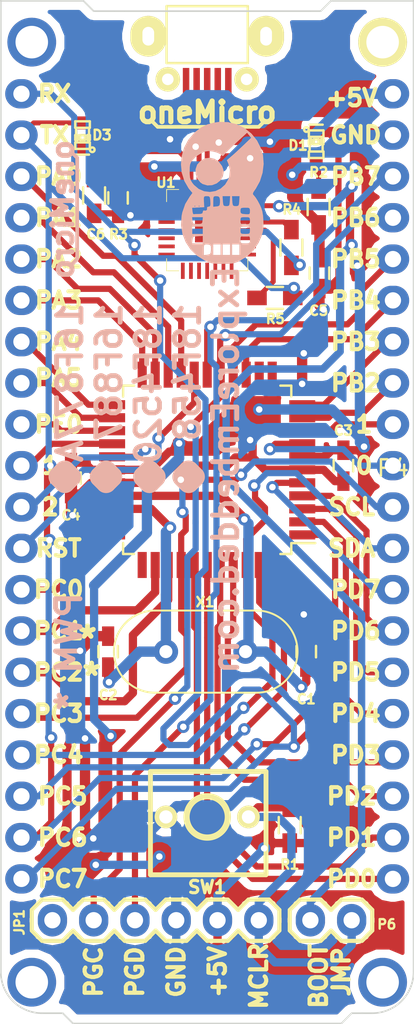
<source format=kicad_pcb>
(kicad_pcb (version 4) (host pcbnew 4.0.5)

  (general
    (links 83)
    (no_connects 0)
    (area 126.949999 84.404999 152.450001 147.370001)
    (thickness 1.6)
    (drawings 94)
    (tracks 622)
    (zones 0)
    (modules 29)
    (nets 72)
  )

  (page A3)
  (layers
    (0 F.Cu signal)
    (31 B.Cu signal)
    (32 B.Adhes user)
    (33 F.Adhes user)
    (34 B.Paste user)
    (35 F.Paste user)
    (36 B.SilkS user)
    (37 F.SilkS user)
    (38 B.Mask user)
    (39 F.Mask user)
    (40 Dwgs.User user)
    (41 Cmts.User user)
    (42 Eco1.User user)
    (43 Eco2.User user)
    (44 Edge.Cuts user)
  )

  (setup
    (last_trace_width 0.254)
    (user_trace_width 0.3048)
    (user_trace_width 0.381)
    (user_trace_width 0.4572)
    (user_trace_width 0.508)
    (user_trace_width 0.635)
    (user_trace_width 0.762)
    (user_trace_width 0.889)
    (user_trace_width 1.016)
    (user_trace_width 1.143)
    (user_trace_width 1.27)
    (trace_clearance 0.1778)
    (zone_clearance 0.508)
    (zone_45_only no)
    (trace_min 0.254)
    (segment_width 0.2)
    (edge_width 0.1)
    (via_size 0.889)
    (via_drill 0.635)
    (via_min_size 0.6)
    (via_min_drill 0.3)
    (user_via 0.76 0.4)
    (user_via 0.91 0.5)
    (user_via 1.27 0.8001)
    (uvia_size 0.508)
    (uvia_drill 0.127)
    (uvias_allowed no)
    (uvia_min_size 0.508)
    (uvia_min_drill 0.127)
    (pcb_text_width 0.3)
    (pcb_text_size 1.5 1.5)
    (mod_edge_width 0.15)
    (mod_text_size 1 1)
    (mod_text_width 0.15)
    (pad_size 3 3)
    (pad_drill 2)
    (pad_to_mask_clearance 0)
    (aux_axis_origin 0 0)
    (visible_elements 7FFEFFFF)
    (pcbplotparams
      (layerselection 0x00030_80000001)
      (usegerberextensions true)
      (excludeedgelayer true)
      (linewidth 0.150000)
      (plotframeref false)
      (viasonmask false)
      (mode 1)
      (useauxorigin false)
      (hpglpennumber 1)
      (hpglpenspeed 20)
      (hpglpendiameter 15)
      (hpglpenoverlay 2)
      (psnegative false)
      (psa4output false)
      (plotreference true)
      (plotvalue true)
      (plotinvisibletext false)
      (padsonsilk false)
      (subtractmaskfromsilk false)
      (outputformat 1)
      (mirror false)
      (drillshape 0)
      (scaleselection 1)
      (outputdirectory ""))
  )

  (net 0 "")
  (net 1 /+5V)
  (net 2 /D6/PGC)
  (net 3 /D7/PGD)
  (net 4 /MCLR)
  (net 5 /RX)
  (net 6 /TX)
  (net 7 GND)
  (net 8 "Net-(C1-Pad2)")
  (net 9 "Net-(C2-Pad2)")
  (net 10 "Net-(D1-Pad1)")
  (net 11 "Net-(D3-Pad2)")
  (net 12 "Net-(P1-Pad3)")
  (net 13 "Net-(P1-Pad6)")
  (net 14 "Net-(P1-Pad7)")
  (net 15 "Net-(P1-Pad8)")
  (net 16 /RST)
  (net 17 /RE2)
  (net 18 "Net-(P2-Pad1)")
  (net 19 "Net-(P2-Pad2)")
  (net 20 "Net-(P2-Pad3)")
  (net 21 "Net-(P2-Pad4)")
  (net 22 "Net-(P2-Pad5)")
  (net 23 "Net-(P2-Pad6)")
  (net 24 "Net-(P2-Pad7)")
  (net 25 "Net-(P2-Pad8)")
  (net 26 "Net-(P3-Pad5)")
  (net 27 "Net-(P3-Pad6)")
  (net 28 "Net-(P3-Pad7)")
  (net 29 "Net-(P3-Pad8)")
  (net 30 "Net-(P3-Pad9)")
  (net 31 "Net-(P3-Pad10)")
  (net 32 "Net-(P4-Pad3)")
  (net 33 "Net-(P4-Pad4)")
  (net 34 "Net-(P4-Pad5)")
  (net 35 "Net-(P4-Pad6)")
  (net 36 "Net-(P4-Pad7)")
  (net 37 "Net-(P4-Pad8)")
  (net 38 "Net-(P4-Pad9)")
  (net 39 "Net-(P4-Pad10)")
  (net 40 "Net-(P6-Pad6)")
  (net 41 "Net-(U***1-Pad12)")
  (net 42 "Net-(U***1-Pad13)")
  (net 43 "Net-(U***1-Pad33)")
  (net 44 "Net-(U***1-Pad34)")
  (net 45 "Net-(C6-Pad2)")
  (net 46 "Net-(CON1-Pad2)")
  (net 47 "Net-(JP1-Pad1)")
  (net 48 "Net-(R4-Pad2)")
  (net 49 "Net-(CON1-Pad3)")
  (net 50 "Net-(U1-Pad2)")
  (net 51 "Net-(U1-Pad1)")
  (net 52 "Net-(U1-Pad27)")
  (net 53 "Net-(U1-Pad24)")
  (net 54 "Net-(U1-Pad23)")
  (net 55 "Net-(U1-Pad22)")
  (net 56 "Net-(U1-Pad21)")
  (net 57 "Net-(U1-Pad20)")
  (net 58 "Net-(U1-Pad18)")
  (net 59 "Net-(U1-Pad17)")
  (net 60 "Net-(U1-Pad16)")
  (net 61 "Net-(U1-Pad15)")
  (net 62 "Net-(U1-Pad14)")
  (net 63 "Net-(U1-Pad13)")
  (net 64 "Net-(U1-Pad12)")
  (net 65 "Net-(U1-Pad11)")
  (net 66 "Net-(U1-Pad10)")
  (net 67 "Net-(U1-Pad9)")
  (net 68 "Net-(CON1-Pad4)")
  (net 69 /SDA)
  (net 70 /SCL)
  (net 71 "Net-(R5-Pad2)")

  (net_class Default "This is the default net class."
    (clearance 0.1778)
    (trace_width 0.254)
    (via_dia 0.889)
    (via_drill 0.635)
    (uvia_dia 0.508)
    (uvia_drill 0.127)
    (add_net /+5V)
    (add_net /D6/PGC)
    (add_net /D7/PGD)
    (add_net /MCLR)
    (add_net /RE2)
    (add_net /RST)
    (add_net /RX)
    (add_net /SCL)
    (add_net /SDA)
    (add_net /TX)
    (add_net GND)
    (add_net "Net-(C1-Pad2)")
    (add_net "Net-(C2-Pad2)")
    (add_net "Net-(C6-Pad2)")
    (add_net "Net-(CON1-Pad2)")
    (add_net "Net-(CON1-Pad3)")
    (add_net "Net-(CON1-Pad4)")
    (add_net "Net-(D1-Pad1)")
    (add_net "Net-(D3-Pad2)")
    (add_net "Net-(JP1-Pad1)")
    (add_net "Net-(P1-Pad3)")
    (add_net "Net-(P1-Pad6)")
    (add_net "Net-(P1-Pad7)")
    (add_net "Net-(P1-Pad8)")
    (add_net "Net-(P2-Pad1)")
    (add_net "Net-(P2-Pad2)")
    (add_net "Net-(P2-Pad3)")
    (add_net "Net-(P2-Pad4)")
    (add_net "Net-(P2-Pad5)")
    (add_net "Net-(P2-Pad6)")
    (add_net "Net-(P2-Pad7)")
    (add_net "Net-(P2-Pad8)")
    (add_net "Net-(P3-Pad10)")
    (add_net "Net-(P3-Pad5)")
    (add_net "Net-(P3-Pad6)")
    (add_net "Net-(P3-Pad7)")
    (add_net "Net-(P3-Pad8)")
    (add_net "Net-(P3-Pad9)")
    (add_net "Net-(P4-Pad10)")
    (add_net "Net-(P4-Pad3)")
    (add_net "Net-(P4-Pad4)")
    (add_net "Net-(P4-Pad5)")
    (add_net "Net-(P4-Pad6)")
    (add_net "Net-(P4-Pad7)")
    (add_net "Net-(P4-Pad8)")
    (add_net "Net-(P4-Pad9)")
    (add_net "Net-(P6-Pad6)")
    (add_net "Net-(R4-Pad2)")
    (add_net "Net-(R5-Pad2)")
    (add_net "Net-(U***1-Pad12)")
    (add_net "Net-(U***1-Pad13)")
    (add_net "Net-(U***1-Pad33)")
    (add_net "Net-(U***1-Pad34)")
    (add_net "Net-(U1-Pad1)")
    (add_net "Net-(U1-Pad10)")
    (add_net "Net-(U1-Pad11)")
    (add_net "Net-(U1-Pad12)")
    (add_net "Net-(U1-Pad13)")
    (add_net "Net-(U1-Pad14)")
    (add_net "Net-(U1-Pad15)")
    (add_net "Net-(U1-Pad16)")
    (add_net "Net-(U1-Pad17)")
    (add_net "Net-(U1-Pad18)")
    (add_net "Net-(U1-Pad2)")
    (add_net "Net-(U1-Pad20)")
    (add_net "Net-(U1-Pad21)")
    (add_net "Net-(U1-Pad22)")
    (add_net "Net-(U1-Pad23)")
    (add_net "Net-(U1-Pad24)")
    (add_net "Net-(U1-Pad27)")
    (add_net "Net-(U1-Pad9)")
  )

  (module Pin_Headers:Pin_Header_Straight_1x06_Pitch2.54mm (layer F.Cu) (tedit 58CBE28A) (tstamp 58CBE06F)
    (at 142.875 140.97 270)
    (descr "Through hole straight pin header, 1x06, 2.54mm pitch, single row")
    (tags "Through hole pin header THT 1x06 2.54mm single row")
    (path /54F6C620)
    (fp_text reference P6 (at 0.254 -7.874 360) (layer F.SilkS)
      (effects (font (size 0.5842 0.5842) (thickness 0.14605)))
    )
    (fp_text value ICSP (at 0 15.09 270) (layer F.Fab)
      (effects (font (size 1 1) (thickness 0.15)))
    )
    (fp_line (start 1.27 4.445) (end 0.635 3.81) (layer F.SilkS) (width 0.254))
    (fp_line (start 0.635 3.81) (end 1.27 3.175) (layer F.SilkS) (width 0.254))
    (fp_line (start 1.27 3.175) (end 1.27 1.905) (layer F.SilkS) (width 0.254))
    (fp_line (start 1.27 1.905) (end 0.635 1.27) (layer F.SilkS) (width 0.254))
    (fp_line (start 0.635 1.27) (end 1.27 0.635) (layer F.SilkS) (width 0.254))
    (fp_line (start 1.27 0.635) (end 1.27 -0.635) (layer F.SilkS) (width 0.254))
    (fp_line (start 1.27 -0.635) (end 0.635 -1.27) (layer F.SilkS) (width 0.254))
    (fp_line (start 0.635 -1.27) (end -0.635 -1.27) (layer F.SilkS) (width 0.254))
    (fp_line (start -0.635 -1.27) (end -1.27 -0.635) (layer F.SilkS) (width 0.254))
    (fp_line (start -1.27 -0.635) (end -1.27 0.635) (layer F.SilkS) (width 0.254))
    (fp_line (start -1.27 0.635) (end -0.635 1.27) (layer F.SilkS) (width 0.254))
    (fp_line (start -0.635 1.27) (end -1.27 1.905) (layer F.SilkS) (width 0.254))
    (fp_line (start -1.27 1.905) (end -1.27 3.175) (layer F.SilkS) (width 0.254))
    (fp_line (start -1.27 3.175) (end -0.635 3.81) (layer F.SilkS) (width 0.254))
    (fp_line (start -0.635 3.81) (end -1.27 4.445) (layer F.SilkS) (width 0.254))
    (fp_line (start -1.27 4.445) (end -1.27 5.715) (layer F.SilkS) (width 0.254))
    (fp_line (start -1.27 5.715) (end -0.635 6.35) (layer F.SilkS) (width 0.254))
    (fp_line (start -0.635 6.35) (end -1.27 6.985) (layer F.SilkS) (width 0.254))
    (fp_line (start -1.27 6.985) (end -1.27 8.255) (layer F.SilkS) (width 0.254))
    (fp_line (start -1.27 8.255) (end -0.635 8.89) (layer F.SilkS) (width 0.254))
    (fp_line (start -0.635 8.89) (end -1.27 9.525) (layer F.SilkS) (width 0.254))
    (fp_line (start -1.27 9.525) (end -1.27 10.795) (layer F.SilkS) (width 0.254))
    (fp_line (start -1.27 10.795) (end -0.635 11.43) (layer F.SilkS) (width 0.254))
    (fp_line (start -0.635 11.43) (end -1.27 12.065) (layer F.SilkS) (width 0.254))
    (fp_line (start -1.27 12.065) (end -1.27 13.335) (layer F.SilkS) (width 0.254))
    (fp_line (start -1.27 13.335) (end -0.635 13.97) (layer F.SilkS) (width 0.254))
    (fp_line (start -0.635 13.97) (end 0.635 13.97) (layer F.SilkS) (width 0.254))
    (fp_line (start 0.635 13.97) (end 1.27 13.335) (layer F.SilkS) (width 0.254))
    (fp_line (start 1.27 13.335) (end 1.27 12.065) (layer F.SilkS) (width 0.254))
    (fp_line (start 1.27 12.065) (end 0.635 11.43) (layer F.SilkS) (width 0.254))
    (fp_line (start 0.635 11.43) (end 1.27 10.795) (layer F.SilkS) (width 0.254))
    (fp_line (start 1.27 10.795) (end 1.27 9.525) (layer F.SilkS) (width 0.254))
    (fp_line (start 1.27 9.525) (end 0.635 8.89) (layer F.SilkS) (width 0.254))
    (fp_line (start 0.635 8.89) (end 1.27 8.255) (layer F.SilkS) (width 0.254))
    (fp_line (start 1.27 8.255) (end 1.27 6.985) (layer F.SilkS) (width 0.254))
    (fp_line (start 1.27 6.985) (end 0.635 6.35) (layer F.SilkS) (width 0.254))
    (fp_line (start 0.635 6.35) (end 1.27 5.715) (layer F.SilkS) (width 0.254))
    (fp_line (start 1.27 5.715) (end 1.27 4.445) (layer F.SilkS) (width 0.254))
    (pad 1 thru_hole oval (at 0 0 270) (size 2 1.8) (drill 1) (layers *.Cu *.Mask)
      (net 4 /MCLR))
    (pad 2 thru_hole oval (at 0 2.54 270) (size 2 1.8) (drill 1) (layers *.Cu *.Mask)
      (net 1 /+5V))
    (pad 3 thru_hole oval (at 0 5.08 270) (size 2 1.8) (drill 1) (layers *.Cu *.Mask)
      (net 7 GND))
    (pad 4 thru_hole oval (at 0 7.62 270) (size 2 1.8) (drill 1) (layers *.Cu *.Mask)
      (net 3 /D7/PGD))
    (pad 5 thru_hole oval (at 0 10.16 270) (size 2 1.8) (drill 1) (layers *.Cu *.Mask)
      (net 2 /D6/PGC))
    (pad 6 thru_hole oval (at 0 12.7 270) (size 2 1.8) (drill 1) (layers *.Cu *.Mask)
      (net 40 "Net-(P6-Pad6)"))
    (model Pin_Headers.3dshapes/Pin_Header_Straight_1x06_Pitch2.54mm.wrl
      (at (xyz 0 -0.25 0))
      (scale (xyz 1 1 1))
      (rotate (xyz 0 0 90))
    )
  )

  (module Pin_Headers:Pin_Header_Straight_1x02_Pitch2.54mm (layer F.Cu) (tedit 58CBE2AB) (tstamp 58CBE036)
    (at 146.05 140.97 90)
    (descr "Through hole straight pin header, 1x02, 2.54mm pitch, single row")
    (tags "Through hole pin header THT 1x02 2.54mm single row")
    (path /579B6DCE)
    (fp_text reference JP1 (at -0.127 -17.907 90) (layer F.SilkS)
      (effects (font (size 0.5842 0.5842) (thickness 0.14605)))
    )
    (fp_text value JUMPER (at 0 4.93 90) (layer F.Fab)
      (effects (font (size 1 1) (thickness 0.15)))
    )
    (fp_line (start -0.635 3.81) (end 0.635 3.81) (layer F.SilkS) (width 0.254))
    (fp_line (start 0.635 3.81) (end 1.27 3.175) (layer F.SilkS) (width 0.254))
    (fp_line (start 1.27 3.175) (end 1.27 1.905) (layer F.SilkS) (width 0.254))
    (fp_line (start 1.27 1.905) (end 0.635 1.27) (layer F.SilkS) (width 0.254))
    (fp_line (start 0.635 1.27) (end 1.27 0.635) (layer F.SilkS) (width 0.254))
    (fp_line (start 1.27 0.635) (end 1.27 -0.635) (layer F.SilkS) (width 0.254))
    (fp_line (start 1.27 -0.635) (end 0.635 -1.27) (layer F.SilkS) (width 0.254))
    (fp_line (start 0.635 -1.27) (end -0.635 -1.27) (layer F.SilkS) (width 0.254))
    (fp_line (start -0.635 -1.27) (end -1.27 -0.635) (layer F.SilkS) (width 0.254))
    (fp_line (start -1.27 -0.635) (end -1.27 0.635) (layer F.SilkS) (width 0.254))
    (fp_line (start -1.27 0.635) (end -0.635 1.27) (layer F.SilkS) (width 0.254))
    (fp_line (start -0.635 1.27) (end -1.27 1.905) (layer F.SilkS) (width 0.254))
    (fp_line (start -1.27 1.905) (end -1.27 3.175) (layer F.SilkS) (width 0.254))
    (fp_line (start -1.27 3.175) (end -0.635 3.81) (layer F.SilkS) (width 0.254))
    (pad 1 thru_hole oval (at 0 0 90) (size 2 1.8) (drill 1) (layers *.Cu *.Mask)
      (net 47 "Net-(JP1-Pad1)"))
    (pad 2 thru_hole oval (at 0 2.54 90) (size 2 1.8) (drill 1) (layers *.Cu *.Mask)
      (net 4 /MCLR))
    (model Pin_Headers.3dshapes/Pin_Header_Straight_1x02_Pitch2.54mm.wrl
      (at (xyz 0 -0.05 0))
      (scale (xyz 1 1 1))
      (rotate (xyz 0 0 90))
    )
  )

  (module Pin_Headers:Pin_Header_Straight_1x10_Pitch2.54mm (layer F.Cu) (tedit 58CBE19E) (tstamp 58CBE062)
    (at 151.13 115.57)
    (descr "Through hole straight pin header, 1x10, 2.54mm pitch, single row")
    (tags "Through hole pin header THT 1x10 2.54mm single row")
    (path /5799B52E)
    (fp_text reference P4 (at 0 -2.39) (layer F.SilkS)
      (effects (font (size 1 1) (thickness 0.15)))
    )
    (fp_text value CONN_10 (at 0 25.25) (layer F.Fab)
      (effects (font (size 1 1) (thickness 0.15)))
    )
    (pad 1 thru_hole oval (at 0 0) (size 2 1.8) (drill 1) (layers *.Cu *.Mask)
      (net 70 /SCL))
    (pad 2 thru_hole oval (at 0 2.54) (size 2 1.8) (drill 1) (layers *.Cu *.Mask)
      (net 69 /SDA))
    (pad 3 thru_hole oval (at 0 5.08) (size 2 1.8) (drill 1) (layers *.Cu *.Mask)
      (net 32 "Net-(P4-Pad3)"))
    (pad 4 thru_hole oval (at 0 7.62) (size 2 1.8) (drill 1) (layers *.Cu *.Mask)
      (net 33 "Net-(P4-Pad4)"))
    (pad 5 thru_hole oval (at 0 10.16) (size 2 1.8) (drill 1) (layers *.Cu *.Mask)
      (net 34 "Net-(P4-Pad5)"))
    (pad 6 thru_hole oval (at 0 12.7) (size 2 1.8) (drill 1) (layers *.Cu *.Mask)
      (net 35 "Net-(P4-Pad6)"))
    (pad 7 thru_hole oval (at 0 15.24) (size 2 1.8) (drill 1) (layers *.Cu *.Mask)
      (net 36 "Net-(P4-Pad7)"))
    (pad 8 thru_hole oval (at 0 17.78) (size 2 1.8) (drill 1) (layers *.Cu *.Mask)
      (net 37 "Net-(P4-Pad8)"))
    (pad 9 thru_hole oval (at 0 20.32) (size 2 1.8) (drill 1) (layers *.Cu *.Mask)
      (net 38 "Net-(P4-Pad9)"))
    (pad 10 thru_hole oval (at 0 22.86) (size 2 1.8) (drill 1) (layers *.Cu *.Mask)
      (net 39 "Net-(P4-Pad10)"))
    (model Pin_Headers.3dshapes/Pin_Header_Straight_1x10_Pitch2.54mm.wrl
      (at (xyz 0 -0.45 0))
      (scale (xyz 1 1 1))
      (rotate (xyz 0 0 90))
    )
  )

  (module Pin_Headers:Pin_Header_Straight_1x10_Pitch2.54mm (layer F.Cu) (tedit 58CBE2A5) (tstamp 58CBE03B)
    (at 128.27 138.43 180)
    (descr "Through hole straight pin header, 1x10, 2.54mm pitch, single row")
    (tags "Through hole pin header THT 1x10 2.54mm single row")
    (path /57998C11)
    (fp_text reference P1 (at 0 -2.39 180) (layer F.SilkS) hide
      (effects (font (size 1 1) (thickness 0.15)))
    )
    (fp_text value CONN_10 (at 0 25.25 180) (layer F.Fab)
      (effects (font (size 1 1) (thickness 0.15)))
    )
    (pad 1 thru_hole oval (at 0 0 180) (size 2 1.8) (drill 1) (layers *.Cu *.Mask)
      (net 5 /RX))
    (pad 2 thru_hole oval (at 0 2.54 180) (size 2 1.8) (drill 1) (layers *.Cu *.Mask)
      (net 6 /TX))
    (pad 3 thru_hole oval (at 0 5.08 180) (size 2 1.8) (drill 1) (layers *.Cu *.Mask)
      (net 12 "Net-(P1-Pad3)"))
    (pad 4 thru_hole oval (at 0 7.62 180) (size 2 1.8) (drill 1) (layers *.Cu *.Mask)
      (net 69 /SDA))
    (pad 5 thru_hole oval (at 0 10.16 180) (size 2 1.8) (drill 1) (layers *.Cu *.Mask)
      (net 70 /SCL))
    (pad 6 thru_hole oval (at 0 12.7 180) (size 2 1.8) (drill 1) (layers *.Cu *.Mask)
      (net 13 "Net-(P1-Pad6)"))
    (pad 7 thru_hole oval (at 0 15.24 180) (size 2 1.8) (drill 1) (layers *.Cu *.Mask)
      (net 14 "Net-(P1-Pad7)"))
    (pad 8 thru_hole oval (at 0 17.78 180) (size 2 1.8) (drill 1) (layers *.Cu *.Mask)
      (net 15 "Net-(P1-Pad8)"))
    (pad 9 thru_hole oval (at 0 20.32 180) (size 2 1.8) (drill 1) (layers *.Cu *.Mask)
      (net 16 /RST))
    (pad 10 thru_hole oval (at 0 22.86 180) (size 2 1.8) (drill 1) (layers *.Cu *.Mask)
      (net 17 /RE2))
    (model Pin_Headers.3dshapes/Pin_Header_Straight_1x10_Pitch2.54mm.wrl
      (at (xyz 0 -0.45 0))
      (scale (xyz 1 1 1))
      (rotate (xyz 0 0 90))
    )
  )

  (module Pin_Headers:Pin_Header_Straight_1x10_Pitch2.54mm (layer F.Cu) (tedit 58CBE82A) (tstamp 58CBE055)
    (at 151.13 90.17)
    (descr "Through hole straight pin header, 1x10, 2.54mm pitch, single row")
    (tags "Through hole pin header THT 1x10 2.54mm single row")
    (path /5799BB4E)
    (fp_text reference P3 (at 0 -2.39) (layer F.SilkS) hide
      (effects (font (size 1 1) (thickness 0.15)))
    )
    (fp_text value CONN_10 (at 0 25.25) (layer F.Fab)
      (effects (font (size 1 1) (thickness 0.15)))
    )
    (pad 1 thru_hole oval (at 0 0) (size 2 1.8) (drill 1) (layers *.Cu *.Mask)
      (net 1 /+5V))
    (pad 2 thru_hole oval (at 0 2.54) (size 2 1.8) (drill 1) (layers *.Cu *.Mask)
      (net 7 GND))
    (pad 3 thru_hole oval (at 0 5.08) (size 2 1.8) (drill 1) (layers *.Cu *.Mask)
      (net 3 /D7/PGD))
    (pad 4 thru_hole oval (at 0 7.62) (size 2 1.8) (drill 1) (layers *.Cu *.Mask)
      (net 2 /D6/PGC))
    (pad 5 thru_hole oval (at 0 10.16) (size 2 1.8) (drill 1) (layers *.Cu *.Mask)
      (net 26 "Net-(P3-Pad5)"))
    (pad 6 thru_hole oval (at 0 12.7) (size 2 1.8) (drill 1) (layers *.Cu *.Mask)
      (net 27 "Net-(P3-Pad6)"))
    (pad 7 thru_hole oval (at 0 15.24) (size 2 1.8) (drill 1) (layers *.Cu *.Mask)
      (net 28 "Net-(P3-Pad7)"))
    (pad 8 thru_hole oval (at 0 17.78) (size 2 1.8) (drill 1) (layers *.Cu *.Mask)
      (net 29 "Net-(P3-Pad8)"))
    (pad 9 thru_hole oval (at 0 20.32) (size 2 1.8) (drill 1) (layers *.Cu *.Mask)
      (net 30 "Net-(P3-Pad9)"))
    (pad 10 thru_hole oval (at 0 22.86) (size 2 1.8) (drill 1) (layers *.Cu *.Mask)
      (net 31 "Net-(P3-Pad10)"))
    (model Pin_Headers.3dshapes/Pin_Header_Straight_1x10_Pitch2.54mm.wrl
      (at (xyz 0 -0.45 0))
      (scale (xyz 1 1 1))
      (rotate (xyz 0 0 90))
    )
  )

  (module Pin_Headers:Pin_Header_Straight_1x10_Pitch2.54mm (layer F.Cu) (tedit 58CBF5DB) (tstamp 58CBE048)
    (at 128.27 113.03 180)
    (descr "Through hole straight pin header, 1x10, 2.54mm pitch, single row")
    (tags "Through hole pin header THT 1x10 2.54mm single row")
    (path /5798E6FC)
    (fp_text reference P2 (at 0 -2.39 180) (layer F.SilkS) hide
      (effects (font (size 1 1) (thickness 0.15)))
    )
    (fp_text value CONN_10 (at 0 25.25 180) (layer F.Fab)
      (effects (font (size 1 1) (thickness 0.15)))
    )
    (pad 1 thru_hole oval (at 0 0 180) (size 2 1.8) (drill 1) (layers *.Cu *.Mask)
      (net 18 "Net-(P2-Pad1)"))
    (pad 2 thru_hole oval (at 0 2.54 180) (size 2 1.8) (drill 1) (layers *.Cu *.Mask)
      (net 19 "Net-(P2-Pad2)"))
    (pad 3 thru_hole oval (at 0 5.08 180) (size 2 1.8) (drill 1) (layers *.Cu *.Mask)
      (net 20 "Net-(P2-Pad3)"))
    (pad 4 thru_hole oval (at 0 7.62 180) (size 2 1.8) (drill 1) (layers *.Cu *.Mask)
      (net 21 "Net-(P2-Pad4)"))
    (pad 5 thru_hole oval (at 0 10.16 180) (size 2 1.8) (drill 1) (layers *.Cu *.Mask)
      (net 22 "Net-(P2-Pad5)"))
    (pad 6 thru_hole oval (at 0 12.7 180) (size 2 1.8) (drill 1) (layers *.Cu *.Mask)
      (net 23 "Net-(P2-Pad6)"))
    (pad 7 thru_hole oval (at 0 15.24 180) (size 2 1.8) (drill 1) (layers *.Cu *.Mask)
      (net 24 "Net-(P2-Pad7)"))
    (pad 8 thru_hole oval (at 0 17.78 180) (size 2 1.8) (drill 1) (layers *.Cu *.Mask)
      (net 25 "Net-(P2-Pad8)"))
    (pad 9 thru_hole oval (at 0 20.32 180) (size 2 1.8) (drill 1) (layers *.Cu *.Mask)
      (net 6 /TX))
    (pad 10 thru_hole oval (at 0 22.86 180) (size 2 1.8) (drill 1) (layers *.Cu *.Mask)
      (net 5 /RX))
    (model Pin_Headers.3dshapes/Pin_Header_Straight_1x10_Pitch2.54mm.wrl
      (at (xyz 0 -0.45 0))
      (scale (xyz 1 1 1))
      (rotate (xyz 0 0 90))
    )
  )

  (module Connect:1pin (layer F.Cu) (tedit 579C3547) (tstamp 579B5DC9)
    (at 150.495 86.995)
    (descr "module 1 pin (ou trou mecanique de percage)")
    (tags DEV)
    (path /579B832C)
    (fp_text reference P5 (at 0 -3.048) (layer F.SilkS) hide
      (effects (font (size 1 1) (thickness 0.15)))
    )
    (fp_text value CONN_01X01 (at 0 2.794) (layer F.Fab)
      (effects (font (size 1 1) (thickness 0.15)))
    )
    (pad "" np_thru_hole circle (at 0 0) (size 3 3) (drill 2) (layers *.Cu *.Mask F.SilkS))
  )

  (module Connect:1pin (layer F.Cu) (tedit 58CBE070) (tstamp 579B5DDB)
    (at 128.905 86.995)
    (descr "module 1 pin (ou trou mecanique de percage)")
    (tags DEV)
    (path /579B83F6)
    (fp_text reference P10 (at 0 -3.048) (layer F.SilkS) hide
      (effects (font (size 1 1) (thickness 0.15)))
    )
    (fp_text value CONN_01X01 (at 0 2.794) (layer F.Fab)
      (effects (font (size 1 1) (thickness 0.15)))
    )
    (pad "" np_thru_hole circle (at 0 0) (size 3 3) (drill 2) (layers *.Cu *.Mask))
  )

  (module Connect:1pin (layer F.Cu) (tedit 58CBE07A) (tstamp 579B5DD5)
    (at 150.495 144.78)
    (descr "module 1 pin (ou trou mecanique de percage)")
    (tags DEV)
    (path /579B836D)
    (fp_text reference P9 (at 0 -3.048) (layer F.SilkS) hide
      (effects (font (size 1 1) (thickness 0.15)))
    )
    (fp_text value CONN_01X01 (at 0 2.794) (layer F.Fab)
      (effects (font (size 1 1) (thickness 0.15)))
    )
    (pad "" np_thru_hole circle (at 0 0) (size 3 3) (drill 2) (layers *.Cu *.Mask))
  )

  (module Connect:1pin (layer F.Cu) (tedit 58CBE081) (tstamp 579B5DCF)
    (at 128.905 144.78)
    (descr "module 1 pin (ou trou mecanique de percage)")
    (tags DEV)
    (path /579B83AF)
    (fp_text reference P8 (at 0 -3.048) (layer F.SilkS) hide
      (effects (font (size 1 1) (thickness 0.15)))
    )
    (fp_text value CONN_01X01 (at 0 2.794) (layer F.Fab)
      (effects (font (size 1 1) (thickness 0.15)))
    )
    (pad "" np_thru_hole circle (at 0 0) (size 3 3) (drill 2) (layers *.Cu *.Mask))
  )

  (module Capacitors_SMD:C_0603_HandSoldering (layer F.Cu) (tedit 58CBF3D6) (tstamp 5799A596)
    (at 145.796 124.46 270)
    (descr "Capacitor SMD 0603, hand soldering")
    (tags "capacitor 0603")
    (path /57999440)
    (attr smd)
    (fp_text reference C1 (at 2.921 0 360) (layer F.SilkS)
      (effects (font (size 0.5842 0.5842) (thickness 0.14605)))
    )
    (fp_text value 22pF (at 0 1.9 270) (layer F.SilkS) hide
      (effects (font (size 1 1) (thickness 0.15)))
    )
    (fp_line (start -1.85 -0.75) (end 1.85 -0.75) (layer F.CrtYd) (width 0.05))
    (fp_line (start -1.85 0.75) (end 1.85 0.75) (layer F.CrtYd) (width 0.05))
    (fp_line (start -1.85 -0.75) (end -1.85 0.75) (layer F.CrtYd) (width 0.05))
    (fp_line (start 1.85 -0.75) (end 1.85 0.75) (layer F.CrtYd) (width 0.05))
    (fp_line (start -0.35 -0.6) (end 0.35 -0.6) (layer F.SilkS) (width 0.15))
    (fp_line (start 0.35 0.6) (end -0.35 0.6) (layer F.SilkS) (width 0.15))
    (pad 1 smd rect (at -0.95 0 270) (size 1.2 0.75) (layers F.Cu F.Paste F.Mask)
      (net 7 GND))
    (pad 2 smd rect (at 0.95 0 270) (size 1.2 0.75) (layers F.Cu F.Paste F.Mask)
      (net 8 "Net-(C1-Pad2)"))
    (model Capacitors_SMD.3dshapes/C_0603_HandSoldering.wrl
      (at (xyz 0 0 0))
      (scale (xyz 1 1 1))
      (rotate (xyz 0 0 0))
    )
  )

  (module Capacitors_SMD:C_0603_HandSoldering (layer F.Cu) (tedit 58CBF3F6) (tstamp 5799A5A1)
    (at 133.604 124.46 270)
    (descr "Capacitor SMD 0603, hand soldering")
    (tags "capacitor 0603")
    (path /5799965E)
    (attr smd)
    (fp_text reference C2 (at 2.667 0 360) (layer F.SilkS)
      (effects (font (size 0.5842 0.5842) (thickness 0.14605)))
    )
    (fp_text value 22pF (at 0 1.9 270) (layer F.SilkS) hide
      (effects (font (size 1 1) (thickness 0.15)))
    )
    (fp_line (start -1.85 -0.75) (end 1.85 -0.75) (layer F.CrtYd) (width 0.05))
    (fp_line (start -1.85 0.75) (end 1.85 0.75) (layer F.CrtYd) (width 0.05))
    (fp_line (start -1.85 -0.75) (end -1.85 0.75) (layer F.CrtYd) (width 0.05))
    (fp_line (start 1.85 -0.75) (end 1.85 0.75) (layer F.CrtYd) (width 0.05))
    (fp_line (start -0.35 -0.6) (end 0.35 -0.6) (layer F.SilkS) (width 0.15))
    (fp_line (start 0.35 0.6) (end -0.35 0.6) (layer F.SilkS) (width 0.15))
    (pad 1 smd rect (at -0.95 0 270) (size 1.2 0.75) (layers F.Cu F.Paste F.Mask)
      (net 7 GND))
    (pad 2 smd rect (at 0.95 0 270) (size 1.2 0.75) (layers F.Cu F.Paste F.Mask)
      (net 9 "Net-(C2-Pad2)"))
    (model Capacitors_SMD.3dshapes/C_0603_HandSoldering.wrl
      (at (xyz 0 0 0))
      (scale (xyz 1 1 1))
      (rotate (xyz 0 0 0))
    )
  )

  (module Capacitors_SMD:C_0603_HandSoldering (layer F.Cu) (tedit 58CBE447) (tstamp 5799A5AC)
    (at 148.082 113.03 270)
    (descr "Capacitor SMD 0603, hand soldering")
    (tags "capacitor 0603")
    (path /5799D9AC)
    (attr smd)
    (fp_text reference C3 (at -2.159 0 360) (layer F.SilkS)
      (effects (font (size 0.5842 0.5842) (thickness 0.14605)))
    )
    (fp_text value 0.1uF (at 0 1.9 270) (layer B.SilkS) hide
      (effects (font (size 1 1) (thickness 0.15)) (justify mirror))
    )
    (fp_line (start -1.85 -0.75) (end 1.85 -0.75) (layer F.CrtYd) (width 0.05))
    (fp_line (start -1.85 0.75) (end 1.85 0.75) (layer F.CrtYd) (width 0.05))
    (fp_line (start -1.85 -0.75) (end -1.85 0.75) (layer F.CrtYd) (width 0.05))
    (fp_line (start 1.85 -0.75) (end 1.85 0.75) (layer F.CrtYd) (width 0.05))
    (fp_line (start -0.35 -0.6) (end 0.35 -0.6) (layer F.SilkS) (width 0.15))
    (fp_line (start 0.35 0.6) (end -0.35 0.6) (layer F.SilkS) (width 0.15))
    (pad 1 smd rect (at -0.95 0 270) (size 1.2 0.75) (layers F.Cu F.Paste F.Mask)
      (net 1 /+5V))
    (pad 2 smd rect (at 0.95 0 270) (size 1.2 0.75) (layers F.Cu F.Paste F.Mask)
      (net 7 GND))
    (model Capacitors_SMD.3dshapes/C_0603_HandSoldering.wrl
      (at (xyz 0 0 0))
      (scale (xyz 1 1 1))
      (rotate (xyz 0 0 0))
    )
  )

  (module Capacitors_SMD:C_0603_HandSoldering (layer F.Cu) (tedit 58CBE45B) (tstamp 5799A5B7)
    (at 131.318 113.792 270)
    (descr "Capacitor SMD 0603, hand soldering")
    (tags "capacitor 0603")
    (path /5799CEF2)
    (attr smd)
    (fp_text reference C4 (at 2.286 0 360) (layer F.SilkS)
      (effects (font (size 0.5842 0.5842) (thickness 0.14605)))
    )
    (fp_text value 0.1uF (at 0 1.9 270) (layer B.SilkS) hide
      (effects (font (size 1 1) (thickness 0.15)) (justify mirror))
    )
    (fp_line (start -1.85 -0.75) (end 1.85 -0.75) (layer F.CrtYd) (width 0.05))
    (fp_line (start -1.85 0.75) (end 1.85 0.75) (layer F.CrtYd) (width 0.05))
    (fp_line (start -1.85 -0.75) (end -1.85 0.75) (layer F.CrtYd) (width 0.05))
    (fp_line (start 1.85 -0.75) (end 1.85 0.75) (layer F.CrtYd) (width 0.05))
    (fp_line (start -0.35 -0.6) (end 0.35 -0.6) (layer F.SilkS) (width 0.15))
    (fp_line (start 0.35 0.6) (end -0.35 0.6) (layer F.SilkS) (width 0.15))
    (pad 1 smd rect (at -0.95 0 270) (size 1.2 0.75) (layers F.Cu F.Paste F.Mask)
      (net 1 /+5V))
    (pad 2 smd rect (at 0.95 0 270) (size 1.2 0.75) (layers F.Cu F.Paste F.Mask)
      (net 7 GND))
    (model Capacitors_SMD.3dshapes/C_0603_HandSoldering.wrl
      (at (xyz 0 0 0))
      (scale (xyz 1 1 1))
      (rotate (xyz 0 0 0))
    )
  )

  (module Resistors_SMD:R_0603_HandSoldering (layer F.Cu) (tedit 58CBF675) (tstamp 5799A68B)
    (at 144.78 135.128 270)
    (descr "Resistor SMD 0603, hand soldering")
    (tags "resistor 0603")
    (path /54F6C63D)
    (attr smd)
    (fp_text reference R1 (at 2.413 0 360) (layer F.SilkS)
      (effects (font (size 0.5842 0.5842) (thickness 0.14605)))
    )
    (fp_text value 10K (at 0 1.9 270) (layer B.SilkS) hide
      (effects (font (size 1 1) (thickness 0.15)) (justify mirror))
    )
    (fp_line (start -2 -0.8) (end 2 -0.8) (layer F.CrtYd) (width 0.05))
    (fp_line (start -2 0.8) (end 2 0.8) (layer F.CrtYd) (width 0.05))
    (fp_line (start -2 -0.8) (end -2 0.8) (layer F.CrtYd) (width 0.05))
    (fp_line (start 2 -0.8) (end 2 0.8) (layer F.CrtYd) (width 0.05))
    (fp_line (start 0.5 0.675) (end -0.5 0.675) (layer F.SilkS) (width 0.15))
    (fp_line (start -0.5 -0.675) (end 0.5 -0.675) (layer F.SilkS) (width 0.15))
    (pad 1 smd rect (at -1.1 0 270) (size 1.2 0.9) (layers F.Cu F.Paste F.Mask)
      (net 4 /MCLR))
    (pad 2 smd rect (at 1.1 0 270) (size 1.2 0.9) (layers F.Cu F.Paste F.Mask)
      (net 1 /+5V))
    (model Resistors_SMD.3dshapes/R_0603_HandSoldering.wrl
      (at (xyz 0 0 0))
      (scale (xyz 1 1 1))
      (rotate (xyz 0 0 0))
    )
  )

  (module Resistors_SMD:R_0603_HandSoldering (layer F.Cu) (tedit 58CBE3DF) (tstamp 5799A696)
    (at 146.558 97.1296 90)
    (descr "Resistor SMD 0603, hand soldering")
    (tags "resistor 0603")
    (path /54F94F87)
    (attr smd)
    (fp_text reference R2 (at 2.1336 0 180) (layer F.SilkS)
      (effects (font (size 0.5842 0.5842) (thickness 0.14605)))
    )
    (fp_text value 470r (at 0 1.9 90) (layer B.SilkS) hide
      (effects (font (size 1 1) (thickness 0.15)) (justify mirror))
    )
    (fp_line (start -2 -0.8) (end 2 -0.8) (layer F.CrtYd) (width 0.05))
    (fp_line (start -2 0.8) (end 2 0.8) (layer F.CrtYd) (width 0.05))
    (fp_line (start -2 -0.8) (end -2 0.8) (layer F.CrtYd) (width 0.05))
    (fp_line (start 2 -0.8) (end 2 0.8) (layer F.CrtYd) (width 0.05))
    (fp_line (start 0.5 0.675) (end -0.5 0.675) (layer F.SilkS) (width 0.15))
    (fp_line (start -0.5 -0.675) (end 0.5 -0.675) (layer F.SilkS) (width 0.15))
    (pad 1 smd rect (at -1.1 0 90) (size 1.2 0.9) (layers F.Cu F.Paste F.Mask)
      (net 1 /+5V))
    (pad 2 smd rect (at 1.1 0 90) (size 1.2 0.9) (layers F.Cu F.Paste F.Mask)
      (net 10 "Net-(D1-Pad1)"))
    (model Resistors_SMD.3dshapes/R_0603_HandSoldering.wrl
      (at (xyz 0 0 0))
      (scale (xyz 1 1 1))
      (rotate (xyz 0 0 0))
    )
  )

  (module Resistors_SMD:R_0603_HandSoldering (layer F.Cu) (tedit 58CBE409) (tstamp 5799A6A1)
    (at 132.7404 96.4184 270)
    (descr "Resistor SMD 0603, hand soldering")
    (tags "resistor 0603")
    (path /55155B4A)
    (attr smd)
    (fp_text reference R3 (at 2.3876 -1.4986 360) (layer F.SilkS)
      (effects (font (size 0.5842 0.5842) (thickness 0.14605)))
    )
    (fp_text value 470r (at 0 1.9 270) (layer B.SilkS) hide
      (effects (font (size 1 1) (thickness 0.15)) (justify mirror))
    )
    (fp_line (start -2 -0.8) (end 2 -0.8) (layer F.CrtYd) (width 0.05))
    (fp_line (start -2 0.8) (end 2 0.8) (layer F.CrtYd) (width 0.05))
    (fp_line (start -2 -0.8) (end -2 0.8) (layer F.CrtYd) (width 0.05))
    (fp_line (start 2 -0.8) (end 2 0.8) (layer F.CrtYd) (width 0.05))
    (fp_line (start 0.5 0.675) (end -0.5 0.675) (layer F.SilkS) (width 0.15))
    (fp_line (start -0.5 -0.675) (end 0.5 -0.675) (layer F.SilkS) (width 0.15))
    (pad 1 smd rect (at -1.1 0 270) (size 1.2 0.9) (layers F.Cu F.Paste F.Mask)
      (net 11 "Net-(D3-Pad2)"))
    (pad 2 smd rect (at 1.1 0 270) (size 1.2 0.9) (layers F.Cu F.Paste F.Mask)
      (net 7 GND))
    (model Resistors_SMD.3dshapes/R_0603_HandSoldering.wrl
      (at (xyz 0 0 0))
      (scale (xyz 1 1 1))
      (rotate (xyz 0 0 0))
    )
  )

  (module Housings_QFP:LQFP-44_10x10mm_Pitch0.8mm (layer F.Cu) (tedit 5799A760) (tstamp 5799A6F3)
    (at 139.7 113.284 180)
    (descr "LQFP44 (see Appnote_PCB_Guidelines_TRINAMIC_packages.pdf)")
    (tags "QFP 0.8")
    (path /57989CB1)
    (attr smd)
    (fp_text reference U***1 (at 0 -7.65 180) (layer F.SilkS) hide
      (effects (font (size 1 1) (thickness 0.15)))
    )
    (fp_text value PIC16F877A-QFP (at 0 7.65 180) (layer F.SilkS) hide
      (effects (font (size 1 1) (thickness 0.15)))
    )
    (fp_line (start -6.9 -6.9) (end -6.9 6.9) (layer F.CrtYd) (width 0.05))
    (fp_line (start 6.9 -6.9) (end 6.9 6.9) (layer F.CrtYd) (width 0.05))
    (fp_line (start -6.9 -6.9) (end 6.9 -6.9) (layer F.CrtYd) (width 0.05))
    (fp_line (start -6.9 6.9) (end 6.9 6.9) (layer F.CrtYd) (width 0.05))
    (fp_line (start -5.175 -5.175) (end -5.175 -4.505) (layer F.SilkS) (width 0.15))
    (fp_line (start 5.175 -5.175) (end 5.175 -4.505) (layer F.SilkS) (width 0.15))
    (fp_line (start 5.175 5.175) (end 5.175 4.505) (layer F.SilkS) (width 0.15))
    (fp_line (start -5.175 5.175) (end -5.175 4.505) (layer F.SilkS) (width 0.15))
    (fp_line (start -5.175 -5.175) (end -4.505 -5.175) (layer F.SilkS) (width 0.15))
    (fp_line (start -5.175 5.175) (end -4.505 5.175) (layer F.SilkS) (width 0.15))
    (fp_line (start 5.175 5.175) (end 4.505 5.175) (layer F.SilkS) (width 0.15))
    (fp_line (start 5.175 -5.175) (end 4.505 -5.175) (layer F.SilkS) (width 0.15))
    (fp_line (start -5.175 -4.505) (end -6.65 -4.505) (layer F.SilkS) (width 0.15))
    (pad 1 smd rect (at -5.85 -4 180) (size 1.6 0.56) (layers F.Cu F.Paste F.Mask)
      (net 5 /RX))
    (pad 2 smd rect (at -5.85 -3.2 180) (size 1.6 0.56) (layers F.Cu F.Paste F.Mask)
      (net 35 "Net-(P4-Pad6)"))
    (pad 3 smd rect (at -5.85 -2.4 180) (size 1.6 0.56) (layers F.Cu F.Paste F.Mask)
      (net 34 "Net-(P4-Pad5)"))
    (pad 4 smd rect (at -5.85 -1.6 180) (size 1.6 0.56) (layers F.Cu F.Paste F.Mask)
      (net 33 "Net-(P4-Pad4)"))
    (pad 5 smd rect (at -5.85 -0.8 180) (size 1.6 0.56) (layers F.Cu F.Paste F.Mask)
      (net 32 "Net-(P4-Pad3)"))
    (pad 6 smd rect (at -5.85 0 180) (size 1.6 0.56) (layers F.Cu F.Paste F.Mask)
      (net 7 GND))
    (pad 7 smd rect (at -5.85 0.8 180) (size 1.6 0.56) (layers F.Cu F.Paste F.Mask)
      (net 1 /+5V))
    (pad 8 smd rect (at -5.85 1.6 180) (size 1.6 0.56) (layers F.Cu F.Paste F.Mask)
      (net 31 "Net-(P3-Pad10)"))
    (pad 9 smd rect (at -5.85 2.4 180) (size 1.6 0.56) (layers F.Cu F.Paste F.Mask)
      (net 30 "Net-(P3-Pad9)"))
    (pad 10 smd rect (at -5.85 3.2 180) (size 1.6 0.56) (layers F.Cu F.Paste F.Mask)
      (net 29 "Net-(P3-Pad8)"))
    (pad 11 smd rect (at -5.85 4 180) (size 1.6 0.56) (layers F.Cu F.Paste F.Mask)
      (net 28 "Net-(P3-Pad7)"))
    (pad 12 smd rect (at -4 5.85 270) (size 1.6 0.56) (layers F.Cu F.Paste F.Mask)
      (net 41 "Net-(U***1-Pad12)"))
    (pad 13 smd rect (at -3.2 5.85 270) (size 1.6 0.56) (layers F.Cu F.Paste F.Mask)
      (net 42 "Net-(U***1-Pad13)"))
    (pad 14 smd rect (at -2.4 5.85 270) (size 1.6 0.56) (layers F.Cu F.Paste F.Mask)
      (net 27 "Net-(P3-Pad6)"))
    (pad 15 smd rect (at -1.6 5.85 270) (size 1.6 0.56) (layers F.Cu F.Paste F.Mask)
      (net 26 "Net-(P3-Pad5)"))
    (pad 16 smd rect (at -0.8 5.85 270) (size 1.6 0.56) (layers F.Cu F.Paste F.Mask)
      (net 2 /D6/PGC))
    (pad 17 smd rect (at 0 5.85 270) (size 1.6 0.56) (layers F.Cu F.Paste F.Mask)
      (net 3 /D7/PGD))
    (pad 18 smd rect (at 0.8 5.85 270) (size 1.6 0.56) (layers F.Cu F.Paste F.Mask)
      (net 16 /RST))
    (pad 19 smd rect (at 1.6 5.85 270) (size 1.6 0.56) (layers F.Cu F.Paste F.Mask)
      (net 25 "Net-(P2-Pad8)"))
    (pad 20 smd rect (at 2.4 5.85 270) (size 1.6 0.56) (layers F.Cu F.Paste F.Mask)
      (net 24 "Net-(P2-Pad7)"))
    (pad 21 smd rect (at 3.2 5.85 270) (size 1.6 0.56) (layers F.Cu F.Paste F.Mask)
      (net 23 "Net-(P2-Pad6)"))
    (pad 22 smd rect (at 4 5.85 270) (size 1.6 0.56) (layers F.Cu F.Paste F.Mask)
      (net 22 "Net-(P2-Pad5)"))
    (pad 23 smd rect (at 5.85 4 180) (size 1.6 0.56) (layers F.Cu F.Paste F.Mask)
      (net 21 "Net-(P2-Pad4)"))
    (pad 24 smd rect (at 5.85 3.2 180) (size 1.6 0.56) (layers F.Cu F.Paste F.Mask)
      (net 20 "Net-(P2-Pad3)"))
    (pad 25 smd rect (at 5.85 2.4 180) (size 1.6 0.56) (layers F.Cu F.Paste F.Mask)
      (net 19 "Net-(P2-Pad2)"))
    (pad 26 smd rect (at 5.85 1.6 180) (size 1.6 0.56) (layers F.Cu F.Paste F.Mask)
      (net 18 "Net-(P2-Pad1)"))
    (pad 27 smd rect (at 5.85 0.8 180) (size 1.6 0.56) (layers F.Cu F.Paste F.Mask)
      (net 17 /RE2))
    (pad 28 smd rect (at 5.85 0 180) (size 1.6 0.56) (layers F.Cu F.Paste F.Mask)
      (net 1 /+5V))
    (pad 29 smd rect (at 5.85 -0.8 180) (size 1.6 0.56) (layers F.Cu F.Paste F.Mask)
      (net 7 GND))
    (pad 30 smd rect (at 5.85 -1.6 180) (size 1.6 0.56) (layers F.Cu F.Paste F.Mask)
      (net 8 "Net-(C1-Pad2)"))
    (pad 31 smd rect (at 5.85 -2.4 180) (size 1.6 0.56) (layers F.Cu F.Paste F.Mask)
      (net 9 "Net-(C2-Pad2)"))
    (pad 32 smd rect (at 5.85 -3.2 180) (size 1.6 0.56) (layers F.Cu F.Paste F.Mask)
      (net 15 "Net-(P1-Pad8)"))
    (pad 33 smd rect (at 5.85 -4 180) (size 1.6 0.56) (layers F.Cu F.Paste F.Mask)
      (net 43 "Net-(U***1-Pad33)"))
    (pad 34 smd rect (at 4 -5.85 270) (size 1.6 0.56) (layers F.Cu F.Paste F.Mask)
      (net 44 "Net-(U***1-Pad34)"))
    (pad 35 smd rect (at 3.2 -5.85 270) (size 1.6 0.56) (layers F.Cu F.Paste F.Mask)
      (net 14 "Net-(P1-Pad7)"))
    (pad 36 smd rect (at 2.4 -5.85 270) (size 1.6 0.56) (layers F.Cu F.Paste F.Mask)
      (net 13 "Net-(P1-Pad6)"))
    (pad 37 smd rect (at 1.6 -5.85 270) (size 1.6 0.56) (layers F.Cu F.Paste F.Mask)
      (net 70 /SCL))
    (pad 38 smd rect (at 0.8 -5.85 270) (size 1.6 0.56) (layers F.Cu F.Paste F.Mask)
      (net 39 "Net-(P4-Pad10)"))
    (pad 39 smd rect (at 0 -5.85 270) (size 1.6 0.56) (layers F.Cu F.Paste F.Mask)
      (net 38 "Net-(P4-Pad9)"))
    (pad 40 smd rect (at -0.8 -5.85 270) (size 1.6 0.56) (layers F.Cu F.Paste F.Mask)
      (net 37 "Net-(P4-Pad8)"))
    (pad 41 smd rect (at -1.6 -5.85 270) (size 1.6 0.56) (layers F.Cu F.Paste F.Mask)
      (net 36 "Net-(P4-Pad7)"))
    (pad 42 smd rect (at -2.4 -5.85 270) (size 1.6 0.56) (layers F.Cu F.Paste F.Mask)
      (net 69 /SDA))
    (pad 43 smd rect (at -3.2 -5.85 270) (size 1.6 0.56) (layers F.Cu F.Paste F.Mask)
      (net 12 "Net-(P1-Pad3)"))
    (pad 44 smd rect (at -4 -5.85 270) (size 1.6 0.56) (layers F.Cu F.Paste F.Mask)
      (net 6 /TX))
    (model Housings_QFP/TQFP-44_10x10mm_Pitch0.8mm.wrl
      (at (xyz 0 0 0))
      (scale (xyz 1 1 1))
      (rotate (xyz 0 0 0))
    )
  )

  (module Capacitors_SMD:C_0603_HandSoldering (layer F.Cu) (tedit 58CBE3CB) (tstamp 579B5682)
    (at 146.6088 101.1936 270)
    (descr "Capacitor SMD 0603, hand soldering")
    (tags "capacitor 0603")
    (path /579B60D3)
    (attr smd)
    (fp_text reference C5 (at 2.3114 0.0508 360) (layer F.SilkS)
      (effects (font (size 0.5842 0.5842) (thickness 0.14605)))
    )
    (fp_text value 0.1uF (at 0 1.9 270) (layer F.Fab)
      (effects (font (size 1 1) (thickness 0.15)))
    )
    (fp_line (start -1.85 -0.75) (end 1.85 -0.75) (layer F.CrtYd) (width 0.05))
    (fp_line (start -1.85 0.75) (end 1.85 0.75) (layer F.CrtYd) (width 0.05))
    (fp_line (start -1.85 -0.75) (end -1.85 0.75) (layer F.CrtYd) (width 0.05))
    (fp_line (start 1.85 -0.75) (end 1.85 0.75) (layer F.CrtYd) (width 0.05))
    (fp_line (start -0.35 -0.6) (end 0.35 -0.6) (layer F.SilkS) (width 0.15))
    (fp_line (start 0.35 0.6) (end -0.35 0.6) (layer F.SilkS) (width 0.15))
    (pad 1 smd rect (at -0.95 0 270) (size 1.2 0.75) (layers F.Cu F.Paste F.Mask)
      (net 1 /+5V))
    (pad 2 smd rect (at 0.95 0 270) (size 1.2 0.75) (layers F.Cu F.Paste F.Mask)
      (net 7 GND))
    (model Capacitors_SMD.3dshapes/C_0603_HandSoldering.wrl
      (at (xyz 0 0 0))
      (scale (xyz 1 1 1))
      (rotate (xyz 0 0 0))
    )
  )

  (module Capacitors_SMD:C_0603_HandSoldering (layer F.Cu) (tedit 58CBE40F) (tstamp 579B568E)
    (at 134.2136 96.5708 90)
    (descr "Capacitor SMD 0603, hand soldering")
    (tags "capacitor 0603")
    (path /579B5C32)
    (attr smd)
    (fp_text reference C6 (at -2.2352 -1.3716 180) (layer F.SilkS)
      (effects (font (size 0.5842 0.5842) (thickness 0.14605)))
    )
    (fp_text value 0.1uF (at 0 1.9 90) (layer F.Fab)
      (effects (font (size 1 1) (thickness 0.15)))
    )
    (fp_line (start -1.85 -0.75) (end 1.85 -0.75) (layer F.CrtYd) (width 0.05))
    (fp_line (start -1.85 0.75) (end 1.85 0.75) (layer F.CrtYd) (width 0.05))
    (fp_line (start -1.85 -0.75) (end -1.85 0.75) (layer F.CrtYd) (width 0.05))
    (fp_line (start 1.85 -0.75) (end 1.85 0.75) (layer F.CrtYd) (width 0.05))
    (fp_line (start -0.35 -0.6) (end 0.35 -0.6) (layer F.SilkS) (width 0.15))
    (fp_line (start 0.35 0.6) (end -0.35 0.6) (layer F.SilkS) (width 0.15))
    (pad 1 smd rect (at -0.95 0 90) (size 1.2 0.75) (layers F.Cu F.Paste F.Mask)
      (net 7 GND))
    (pad 2 smd rect (at 0.95 0 90) (size 1.2 0.75) (layers F.Cu F.Paste F.Mask)
      (net 45 "Net-(C6-Pad2)"))
    (model Capacitors_SMD.3dshapes/C_0603_HandSoldering.wrl
      (at (xyz 0 0 0))
      (scale (xyz 1 1 1))
      (rotate (xyz 0 0 0))
    )
  )

  (module Resistors_SMD:R_0603_HandSoldering (layer F.Cu) (tedit 58CBE3E4) (tstamp 579B56C0)
    (at 144.8816 99.6188 90)
    (descr "Resistor SMD 0603, hand soldering")
    (tags "resistor 0603")
    (path /579B693F)
    (attr smd)
    (fp_text reference R4 (at 2.3368 0.0254 180) (layer F.SilkS)
      (effects (font (size 0.5842 0.5842) (thickness 0.14605)))
    )
    (fp_text value 470r (at 0 1.9 90) (layer F.Fab)
      (effects (font (size 1 1) (thickness 0.15)))
    )
    (fp_line (start -2 -0.8) (end 2 -0.8) (layer F.CrtYd) (width 0.05))
    (fp_line (start -2 0.8) (end 2 0.8) (layer F.CrtYd) (width 0.05))
    (fp_line (start -2 -0.8) (end -2 0.8) (layer F.CrtYd) (width 0.05))
    (fp_line (start 2 -0.8) (end 2 0.8) (layer F.CrtYd) (width 0.05))
    (fp_line (start 0.5 0.675) (end -0.5 0.675) (layer F.SilkS) (width 0.15))
    (fp_line (start -0.5 -0.675) (end 0.5 -0.675) (layer F.SilkS) (width 0.15))
    (pad 1 smd rect (at -1.1 0 90) (size 1.2 0.9) (layers F.Cu F.Paste F.Mask)
      (net 5 /RX))
    (pad 2 smd rect (at 1.1 0 90) (size 1.2 0.9) (layers F.Cu F.Paste F.Mask)
      (net 48 "Net-(R4-Pad2)"))
    (model Resistors_SMD.3dshapes/R_0603_HandSoldering.wrl
      (at (xyz 0 0 0))
      (scale (xyz 1 1 1))
      (rotate (xyz 0 0 0))
    )
  )

  (module Resistors_SMD:R_0603_HandSoldering (layer F.Cu) (tedit 58CBE3CE) (tstamp 579C4A2D)
    (at 143.8656 102.7176 180)
    (descr "Resistor SMD 0603, hand soldering")
    (tags "resistor 0603")
    (path /579C5043)
    (attr smd)
    (fp_text reference R5 (at -0.0254 -1.2954 180) (layer F.SilkS)
      (effects (font (size 0.5842 0.5842) (thickness 0.14605)))
    )
    (fp_text value 470r (at 0 1.9 180) (layer F.Fab)
      (effects (font (size 1 1) (thickness 0.15)))
    )
    (fp_line (start -2 -0.8) (end 2 -0.8) (layer F.CrtYd) (width 0.05))
    (fp_line (start -2 0.8) (end 2 0.8) (layer F.CrtYd) (width 0.05))
    (fp_line (start -2 -0.8) (end -2 0.8) (layer F.CrtYd) (width 0.05))
    (fp_line (start 2 -0.8) (end 2 0.8) (layer F.CrtYd) (width 0.05))
    (fp_line (start 0.5 0.675) (end -0.5 0.675) (layer F.SilkS) (width 0.15))
    (fp_line (start -0.5 -0.675) (end 0.5 -0.675) (layer F.SilkS) (width 0.15))
    (pad 1 smd rect (at -1.1 0 180) (size 1.2 0.9) (layers F.Cu F.Paste F.Mask)
      (net 6 /TX))
    (pad 2 smd rect (at 1.1 0 180) (size 1.2 0.9) (layers F.Cu F.Paste F.Mask)
      (net 71 "Net-(R5-Pad2)"))
    (model Resistors_SMD.3dshapes/R_0603_HandSoldering.wrl
      (at (xyz 0 0 0))
      (scale (xyz 1 1 1))
      (rotate (xyz 0 0 0))
    )
  )

  (module Explore:USB_Micro-B_SMD_NEW_1 (layer F.Cu) (tedit 58CBE822) (tstamp 58CBE020)
    (at 139.7 89.281 270)
    (descr "Micro USB Type B Receptacle")
    (tags "USB, micro, type B, receptacle")
    (path /579B53B1)
    (fp_text reference CON1 (at -2.921 -4.572 270) (layer F.SilkS) hide
      (effects (font (size 0.6 0.6) (thickness 0.15)))
    )
    (fp_text value USB-MICRO-B (at -3 7.5 270) (layer F.SilkS) hide
      (effects (font (size 1 1) (thickness 0.15)))
    )
    (fp_line (start -4.5 2.5) (end -4.5 -2.5) (layer F.SilkS) (width 0.15))
    (fp_line (start -4.5 -2.5) (end -1 -2.5) (layer F.SilkS) (width 0.15))
    (fp_line (start -1 -2.5) (end -1 2) (layer F.SilkS) (width 0.15))
    (fp_line (start -1 2) (end -1 2.5) (layer F.SilkS) (width 0.15))
    (fp_line (start -1 2.5) (end -4.5 2.5) (layer F.SilkS) (width 0.15))
    (pad 1 smd rect (at 0.1 -1.3 270) (size 1.6 0.4) (layers F.Cu F.Paste F.Mask)
      (net 1 /+5V))
    (pad 2 smd rect (at 0.1 -0.65 270) (size 1.6 0.4) (layers F.Cu F.Paste F.Mask)
      (net 46 "Net-(CON1-Pad2)"))
    (pad 3 smd rect (at 0.1 0 270) (size 1.6 0.4) (layers F.Cu F.Paste F.Mask)
      (net 49 "Net-(CON1-Pad3)"))
    (pad 4 smd rect (at 0.1 0.65 270) (size 1.6 0.4) (layers F.Cu F.Paste F.Mask)
      (net 68 "Net-(CON1-Pad4)"))
    (pad 5 smd rect (at 0.1 1.3 270) (size 1.6 0.4) (layers F.Cu F.Paste F.Mask)
      (net 7 GND))
    (pad "" thru_hole circle (at 0 -2.425 270) (size 1.5 1.5) (drill 0.71) (layers *.Cu *.Mask F.SilkS))
    (pad "" thru_hole oval (at -2.65 -3.625 270) (size 2.5 2.2) (drill oval 1.15 0.72) (layers *.Cu *.Mask F.SilkS))
    (pad "" thru_hole circle (at 0 2.425 270) (size 1.5 1.5) (drill 0.71) (layers *.Cu *.Mask F.SilkS))
    (pad "" thru_hole oval (at -2.65 3.625 270) (size 2.5 2.2) (drill oval 1.15 0.72) (layers *.Cu *.Mask F.SilkS))
  )

  (module Explore:LED-0603_NEW (layer F.Cu) (tedit 58CBE383) (tstamp 58CBE02C)
    (at 146.4056 93.2688 90)
    (descr "LED 0603 smd package")
    (tags "LED led 0603 SMD smd SMT smt smdled SMDLED smtled SMTLED")
    (path /54F94F96)
    (attr smd)
    (fp_text reference D1 (at -0.0762 -1.1176 180) (layer F.SilkS)
      (effects (font (size 0.6 0.6) (thickness 0.15)))
    )
    (fp_text value LED (at -0.004144 1.514001 90) (layer F.SilkS) hide
      (effects (font (size 1 1) (thickness 0.15)))
    )
    (fp_line (start 1.2 -0.4) (end 1.2 0.4) (layer F.SilkS) (width 0.15))
    (fp_circle (center 0.9 -0.6) (end 1 -0.7) (layer F.SilkS) (width 0.15))
    (fp_line (start 0.44958 -0.44958) (end 0.44958 0.44958) (layer F.SilkS) (width 0.15))
    (fp_line (start 0.44958 0.44958) (end 0.84836 0.44958) (layer F.SilkS) (width 0.15))
    (fp_line (start 0.84836 -0.44958) (end 0.84836 0.44958) (layer F.SilkS) (width 0.15))
    (fp_line (start 0.44958 -0.44958) (end 0.84836 -0.44958) (layer F.SilkS) (width 0.15))
    (fp_line (start -0.84836 -0.44958) (end -0.84836 0.44958) (layer F.SilkS) (width 0.15))
    (fp_line (start -0.84836 0.44958) (end -0.44958 0.44958) (layer F.SilkS) (width 0.15))
    (fp_line (start -0.44958 -0.44958) (end -0.44958 0.44958) (layer F.SilkS) (width 0.15))
    (fp_line (start -0.84836 -0.44958) (end -0.44958 -0.44958) (layer F.SilkS) (width 0.15))
    (fp_line (start 0 -0.44958) (end 0 -0.29972) (layer F.SilkS) (width 0.15))
    (fp_line (start 0 -0.29972) (end 0.29972 -0.29972) (layer F.SilkS) (width 0.15))
    (fp_line (start 0.29972 -0.44958) (end 0.29972 -0.29972) (layer F.SilkS) (width 0.15))
    (fp_line (start 0 -0.44958) (end 0.29972 -0.44958) (layer F.SilkS) (width 0.15))
    (fp_line (start 0 0.29972) (end 0 0.44958) (layer F.SilkS) (width 0.15))
    (fp_line (start 0 0.44958) (end 0.29972 0.44958) (layer F.SilkS) (width 0.15))
    (fp_line (start 0.29972 0.29972) (end 0.29972 0.44958) (layer F.SilkS) (width 0.15))
    (fp_line (start 0 0.29972) (end 0.29972 0.29972) (layer F.SilkS) (width 0.15))
    (fp_line (start 0 -0.14986) (end 0 0.14986) (layer F.SilkS) (width 0.15))
    (fp_line (start 0 0.14986) (end 0.29972 0.14986) (layer F.SilkS) (width 0.15))
    (fp_line (start 0.29972 -0.14986) (end 0.29972 0.14986) (layer F.SilkS) (width 0.15))
    (fp_line (start 0 -0.14986) (end 0.29972 -0.14986) (layer F.SilkS) (width 0.15))
    (fp_line (start 0.44958 -0.39878) (end -0.44958 -0.39878) (layer F.SilkS) (width 0.15))
    (fp_line (start 0.44958 0.39878) (end -0.44958 0.39878) (layer F.SilkS) (width 0.15))
    (pad 1 smd rect (at -0.7493 0 90) (size 0.79756 0.79756) (layers F.Cu F.Paste F.Mask)
      (net 10 "Net-(D1-Pad1)"))
    (pad 2 smd rect (at 0.7493 0 90) (size 0.79756 0.79756) (layers F.Cu F.Paste F.Mask)
      (net 7 GND))
  )

  (module Explore:LED-0603_NEW (layer F.Cu) (tedit 58CBE378) (tstamp 58CBE031)
    (at 132.0292 92.71 270)
    (descr "LED 0603 smd package")
    (tags "LED led 0603 SMD smd SMT smt smdled SMDLED smtled SMTLED")
    (path /55155B44)
    (attr smd)
    (fp_text reference D3 (at 0 -1.1938 360) (layer F.SilkS)
      (effects (font (size 0.6 0.6) (thickness 0.15)))
    )
    (fp_text value LED (at -0.004144 1.514001 270) (layer F.SilkS) hide
      (effects (font (size 1 1) (thickness 0.15)))
    )
    (fp_line (start 1.2 -0.4) (end 1.2 0.4) (layer F.SilkS) (width 0.15))
    (fp_circle (center 0.9 -0.6) (end 1 -0.7) (layer F.SilkS) (width 0.15))
    (fp_line (start 0.44958 -0.44958) (end 0.44958 0.44958) (layer F.SilkS) (width 0.15))
    (fp_line (start 0.44958 0.44958) (end 0.84836 0.44958) (layer F.SilkS) (width 0.15))
    (fp_line (start 0.84836 -0.44958) (end 0.84836 0.44958) (layer F.SilkS) (width 0.15))
    (fp_line (start 0.44958 -0.44958) (end 0.84836 -0.44958) (layer F.SilkS) (width 0.15))
    (fp_line (start -0.84836 -0.44958) (end -0.84836 0.44958) (layer F.SilkS) (width 0.15))
    (fp_line (start -0.84836 0.44958) (end -0.44958 0.44958) (layer F.SilkS) (width 0.15))
    (fp_line (start -0.44958 -0.44958) (end -0.44958 0.44958) (layer F.SilkS) (width 0.15))
    (fp_line (start -0.84836 -0.44958) (end -0.44958 -0.44958) (layer F.SilkS) (width 0.15))
    (fp_line (start 0 -0.44958) (end 0 -0.29972) (layer F.SilkS) (width 0.15))
    (fp_line (start 0 -0.29972) (end 0.29972 -0.29972) (layer F.SilkS) (width 0.15))
    (fp_line (start 0.29972 -0.44958) (end 0.29972 -0.29972) (layer F.SilkS) (width 0.15))
    (fp_line (start 0 -0.44958) (end 0.29972 -0.44958) (layer F.SilkS) (width 0.15))
    (fp_line (start 0 0.29972) (end 0 0.44958) (layer F.SilkS) (width 0.15))
    (fp_line (start 0 0.44958) (end 0.29972 0.44958) (layer F.SilkS) (width 0.15))
    (fp_line (start 0.29972 0.29972) (end 0.29972 0.44958) (layer F.SilkS) (width 0.15))
    (fp_line (start 0 0.29972) (end 0.29972 0.29972) (layer F.SilkS) (width 0.15))
    (fp_line (start 0 -0.14986) (end 0 0.14986) (layer F.SilkS) (width 0.15))
    (fp_line (start 0 0.14986) (end 0.29972 0.14986) (layer F.SilkS) (width 0.15))
    (fp_line (start 0.29972 -0.14986) (end 0.29972 0.14986) (layer F.SilkS) (width 0.15))
    (fp_line (start 0 -0.14986) (end 0.29972 -0.14986) (layer F.SilkS) (width 0.15))
    (fp_line (start 0.44958 -0.39878) (end -0.44958 -0.39878) (layer F.SilkS) (width 0.15))
    (fp_line (start 0.44958 0.39878) (end -0.44958 0.39878) (layer F.SilkS) (width 0.15))
    (pad 1 smd rect (at -0.7493 0 270) (size 0.79756 0.79756) (layers F.Cu F.Paste F.Mask)
      (net 6 /TX))
    (pad 2 smd rect (at 0.7493 0 270) (size 0.79756 0.79756) (layers F.Cu F.Paste F.Mask)
      (net 11 "Net-(D3-Pad2)"))
  )

  (module E_Logo:Logo_8 (layer B.Cu) (tedit 0) (tstamp 58CBE078)
    (at 140.589 96.139 270)
    (path /579A0FAB)
    (fp_text reference P7 (at 0 0 270) (layer B.SilkS) hide
      (effects (font (size 0.381 0.381) (thickness 0.127)) (justify mirror))
    )
    (fp_text value CONN_01X01 (at 0 0 270) (layer B.SilkS) hide
      (effects (font (size 0.381 0.381) (thickness 0.127)) (justify mirror))
    )
    (fp_poly (pts (xy 4.48564 -0.0635) (xy 4.47802 -0.39116) (xy 4.46278 -0.62484) (xy 4.42722 -0.80518)
      (xy 4.37134 -0.97028) (xy 4.32816 -1.06426) (xy 4.02844 -1.56464) (xy 3.94462 -1.65354)
      (xy 3.94462 1.09728) (xy 3.61696 1.09728) (xy 3.42392 1.09474) (xy 3.32994 1.06934)
      (xy 3.29438 1.0033) (xy 3.2893 0.9144) (xy 3.30708 0.75184) (xy 3.37566 0.6731)
      (xy 3.52552 0.65532) (xy 3.64236 0.6604) (xy 3.81 0.68072) (xy 3.89128 0.73406)
      (xy 3.91922 0.8509) (xy 3.9243 0.889) (xy 3.94462 1.09728) (xy 3.94462 -1.65354)
      (xy 3.937 -1.6637) (xy 3.937 -1.09474) (xy 3.937 -0.87122) (xy 3.937 -0.64516)
      (xy 3.937 -0.51562) (xy 3.937 -0.28956) (xy 3.937 -0.0635) (xy 3.937 0.06604)
      (xy 3.937 0.28956) (xy 3.937 0.51562) (xy 3.61442 0.51562) (xy 3.2893 0.51562)
      (xy 3.2893 0.28956) (xy 3.2893 0.06604) (xy 3.61442 0.06604) (xy 3.937 0.06604)
      (xy 3.937 -0.0635) (xy 3.61442 -0.0635) (xy 3.2893 -0.0635) (xy 3.2893 -0.28956)
      (xy 3.2893 -0.51562) (xy 3.61442 -0.51562) (xy 3.937 -0.51562) (xy 3.937 -0.64516)
      (xy 3.61442 -0.64516) (xy 3.2893 -0.64516) (xy 3.2893 -0.87122) (xy 3.2893 -1.09474)
      (xy 3.61442 -1.09474) (xy 3.937 -1.09474) (xy 3.937 -1.6637) (xy 3.65506 -1.96342)
      (xy 3.2258 -2.25044) (xy 3.2258 -1.45288) (xy 3.2258 1.16078) (xy 3.2258 1.48844)
      (xy 3.2258 1.8161) (xy 3.01752 1.79578) (xy 2.89052 1.77546) (xy 2.82448 1.71958)
      (xy 2.79654 1.59512) (xy 2.78638 1.46812) (xy 2.7686 1.16078) (xy 2.9972 1.16078)
      (xy 3.2258 1.16078) (xy 3.2258 -1.45288) (xy 3.22072 -1.27254) (xy 3.1877 -1.18872)
      (xy 3.10134 -1.16078) (xy 2.99974 -1.16078) (xy 2.86004 -1.16586) (xy 2.79654 -1.2065)
      (xy 2.77622 -1.3208) (xy 2.77622 -1.45288) (xy 2.77876 -1.63068) (xy 2.81178 -1.71196)
      (xy 2.89814 -1.7399) (xy 2.99974 -1.74244) (xy 3.13944 -1.73482) (xy 3.20548 -1.69418)
      (xy 3.22326 -1.57988) (xy 3.2258 -1.45288) (xy 3.2258 -2.25044) (xy 3.19532 -2.2733)
      (xy 2.794 -2.4511) (xy 2.64668 -2.49428) (xy 2.64668 -1.45288) (xy 2.64668 1.16078)
      (xy 2.64668 1.48336) (xy 2.64668 1.80848) (xy 2.42062 1.80848) (xy 2.19456 1.80848)
      (xy 2.19456 1.48336) (xy 2.19456 1.16078) (xy 2.42062 1.16078) (xy 2.64668 1.16078)
      (xy 2.64668 -1.45288) (xy 2.63906 -1.27254) (xy 2.60604 -1.18872) (xy 2.51968 -1.16078)
      (xy 2.42062 -1.16078) (xy 2.28092 -1.16586) (xy 2.21488 -1.2065) (xy 2.19456 -1.3208)
      (xy 2.19456 -1.45288) (xy 2.19964 -1.63068) (xy 2.23266 -1.71196) (xy 2.31902 -1.7399)
      (xy 2.42062 -1.74244) (xy 2.55778 -1.73482) (xy 2.62382 -1.69418) (xy 2.64414 -1.57988)
      (xy 2.64668 -1.45288) (xy 2.64668 -2.49428) (xy 2.55778 -2.52476) (xy 2.34696 -2.5654)
      (xy 2.10058 -2.57556) (xy 2.04978 -2.57302) (xy 2.04978 -1.45288) (xy 2.0447 -1.27254)
      (xy 2.032 -1.2319) (xy 2.032 1.37414) (xy 2.032 1.48336) (xy 2.02692 1.6637)
      (xy 1.99136 1.7526) (xy 1.90246 1.78562) (xy 1.82372 1.79578) (xy 1.61544 1.8161)
      (xy 1.61544 1.48336) (xy 1.61544 1.15316) (xy 1.82372 1.17602) (xy 1.95326 1.1938)
      (xy 2.01168 1.24714) (xy 2.032 1.37414) (xy 2.032 -1.2319) (xy 2.01676 -1.18872)
      (xy 1.9304 -1.16078) (xy 1.83388 -1.16078) (xy 1.69672 -1.16586) (xy 1.63322 -1.20904)
      (xy 1.61544 -1.32334) (xy 1.61544 -1.45288) (xy 1.61798 -1.63068) (xy 1.651 -1.71196)
      (xy 1.73736 -1.7399) (xy 1.8288 -1.74244) (xy 1.96088 -1.73482) (xy 2.02438 -1.6891)
      (xy 2.0447 -1.5748) (xy 2.04978 -1.45288) (xy 2.04978 -2.57302) (xy 1.81864 -2.56794)
      (xy 1.4986 -2.54508) (xy 1.43764 -2.53238) (xy 1.43764 -1.58242) (xy 1.4351 -1.5494)
      (xy 1.4351 1.7272) (xy 1.39192 1.7653) (xy 1.26238 1.79324) (xy 1.24714 1.79324)
      (xy 1.03886 1.8161) (xy 1.02108 1.44272) (xy 1.00076 1.06934) (xy 0.96774 1.07188)
      (xy 0.96774 1.38684) (xy 0.96774 1.64592) (xy 0.93726 1.67894) (xy 0.90424 1.64592)
      (xy 0.93726 1.61544) (xy 0.96774 1.64592) (xy 0.96774 1.38684) (xy 0.93726 1.41986)
      (xy 0.90424 1.38684) (xy 0.93726 1.35382) (xy 0.96774 1.38684) (xy 0.96774 1.07188)
      (xy 0.66294 1.08966) (xy 0.46482 1.09728) (xy 0.36322 1.0795) (xy 0.32766 1.02108)
      (xy 0.32258 0.9144) (xy 0.33274 0.78994) (xy 0.38862 0.72898) (xy 0.52578 0.70358)
      (xy 0.5969 0.6985) (xy 0.80772 0.68834) (xy 0.91948 0.70358) (xy 0.96266 0.75692)
      (xy 0.96774 0.81026) (xy 0.99568 0.89154) (xy 1.016 0.89662) (xy 1.16586 0.9017)
      (xy 1.21666 0.98298) (xy 1.2065 1.03378) (xy 1.20904 1.13538) (xy 1.29794 1.16078)
      (xy 1.37922 1.18618) (xy 1.41224 1.28016) (xy 1.41986 1.41986) (xy 1.4224 1.59766)
      (xy 1.43256 1.71196) (xy 1.4351 1.7272) (xy 1.4351 -1.5494) (xy 1.43002 -1.45288)
      (xy 1.4097 -1.27254) (xy 1.36652 -1.18618) (xy 1.28016 -1.16078) (xy 1.2192 -1.16078)
      (xy 1.1049 -1.1684) (xy 1.05156 -1.2192) (xy 1.03378 -1.3462) (xy 1.03378 -1.45288)
      (xy 1.03632 -1.63068) (xy 1.06934 -1.71196) (xy 1.1557 -1.7399) (xy 1.24206 -1.74244)
      (xy 1.36906 -1.73482) (xy 1.42748 -1.69418) (xy 1.43764 -1.58242) (xy 1.43764 -2.53238)
      (xy 1.2573 -2.50444) (xy 1.03632 -2.43332) (xy 0.97536 -2.40284) (xy 0.97536 0.51562)
      (xy 0.65024 0.51562) (xy 0.4572 0.51308) (xy 0.36068 0.48768) (xy 0.32766 0.42164)
      (xy 0.32258 0.3302) (xy 0.34036 0.19812) (xy 0.41402 0.12954) (xy 0.56642 0.1016)
      (xy 0.7366 0.10414) (xy 0.87884 0.127) (xy 0.9398 0.20574) (xy 0.95504 0.31242)
      (xy 0.97536 0.51562) (xy 0.97536 -2.40284) (xy 0.93726 -2.3876) (xy 0.93726 -0.87122)
      (xy 0.93726 -0.28956) (xy 0.9271 -0.17272) (xy 0.87884 -0.11176) (xy 0.75438 -0.08636)
      (xy 0.62992 -0.0762) (xy 0.32258 -0.05588) (xy 0.32258 -0.28956) (xy 0.32258 -0.52324)
      (xy 0.62992 -0.50292) (xy 0.81534 -0.48514) (xy 0.90424 -0.44958) (xy 0.93218 -0.37084)
      (xy 0.93726 -0.28956) (xy 0.93726 -0.87122) (xy 0.9271 -0.75184) (xy 0.87884 -0.69342)
      (xy 0.75438 -0.66548) (xy 0.62992 -0.65532) (xy 0.32258 -0.63754) (xy 0.32258 -0.87122)
      (xy 0.32258 -1.10236) (xy 0.62992 -1.08458) (xy 0.81534 -1.0668) (xy 0.90424 -1.0287)
      (xy 0.93218 -0.94996) (xy 0.93726 -0.87122) (xy 0.93726 -2.3876) (xy 0.8255 -2.3368)
      (xy 0.59944 -2.21488) (xy 0.41148 -2.0955) (xy 0.29718 -2.00406) (xy 0.22606 -1.93802)
      (xy 0.16002 -1.92278) (xy 0.06604 -1.96342) (xy 0.06604 0.72898) (xy 0.02286 1.0795)
      (xy -0.12192 1.41224) (xy -0.3683 1.70434) (xy -0.50546 1.81356) (xy -0.65532 1.89992)
      (xy -0.81788 1.94818) (xy -1.03886 1.96596) (xy -1.19888 1.9685) (xy -1.45288 1.96342)
      (xy -1.6256 1.94056) (xy -1.76022 1.88214) (xy -1.89992 1.78054) (xy -1.91262 1.77038)
      (xy -2.13106 1.5494) (xy -2.30886 1.27508) (xy -2.42316 0.99568) (xy -2.4511 0.81026)
      (xy -2.42316 0.54864) (xy -2.35458 0.28956) (xy -2.25552 0.08636) (xy -2.2098 0.02794)
      (xy -2.14376 -0.05334) (xy -2.16916 -0.11938) (xy -2.26314 -0.19304) (xy -2.36474 -0.28448)
      (xy -2.53238 -0.44958) (xy -2.74066 -0.66294) (xy -2.96926 -0.90678) (xy -2.9972 -0.93726)
      (xy -3.57378 -1.56464) (xy -3.41884 -1.6891) (xy -3.2639 -1.8161) (xy -2.83972 -1.37668)
      (xy -2.61366 -1.13538) (xy -2.38506 -0.89154) (xy -2.19456 -0.67818) (xy -2.15138 -0.62738)
      (xy -1.88722 -0.32004) (xy -1.65608 -0.4191) (xy -1.28016 -0.508) (xy -0.89662 -0.47244)
      (xy -0.7239 -0.41656) (xy -0.38608 -0.21336) (xy -0.14224 0.06096) (xy 0.01016 0.381)
      (xy 0.06604 0.72898) (xy 0.06604 -1.96342) (xy 0.0635 -1.96596) (xy -0.1016 -2.07772)
      (xy -0.11684 -2.09296) (xy -0.58928 -2.35458) (xy -1.11252 -2.51968) (xy -1.65608 -2.58572)
      (xy -2.18694 -2.54762) (xy -2.58064 -2.4384) (xy -3.09372 -2.17932) (xy -3.52552 -1.83134)
      (xy -3.8608 -1.40716) (xy -4.09702 -0.92202) (xy -4.22656 -0.3937) (xy -4.23926 0.17018)
      (xy -4.19608 0.46482) (xy -4.08432 0.88392) (xy -3.9116 1.24206) (xy -3.6576 1.58242)
      (xy -3.54076 1.71196) (xy -3.13436 2.05486) (xy -2.66446 2.30632) (xy -2.15646 2.45364)
      (xy -1.63068 2.50444) (xy -1.10998 2.4511) (xy -0.61214 2.29616) (xy -0.16256 2.03708)
      (xy -0.06096 1.9558) (xy 0.127 1.79832) (xy 0.33782 1.9558) (xy 0.80264 2.24028)
      (xy 1.3208 2.42062) (xy 1.54178 2.4638) (xy 2.10312 2.49936) (xy 2.64414 2.41046)
      (xy 3.1496 2.21488) (xy 3.60172 1.91516) (xy 3.98526 1.51638) (xy 4.28244 1.03632)
      (xy 4.28498 1.03378) (xy 4.37642 0.83058) (xy 4.43484 0.6604) (xy 4.46786 0.48006)
      (xy 4.48056 0.254) (xy 4.48564 -0.0635) (xy 4.48564 -0.0635)) (layer B.SilkS) (width 0.00254))
    (fp_poly (pts (xy -0.33528 0.8763) (xy -0.35306 0.58166) (xy -0.45974 0.3048) (xy -0.64262 0.0762)
      (xy -0.88646 -0.0762) (xy -1.16078 -0.127) (xy -1.32842 -0.09906) (xy -1.52146 -0.02794)
      (xy -1.54178 -0.01524) (xy -1.80594 0.18288) (xy -1.97104 0.43434) (xy -2.03708 0.71882)
      (xy -2.00406 1.00838) (xy -1.8669 1.27508) (xy -1.63068 1.49352) (xy -1.60274 1.5113)
      (xy -1.32842 1.60528) (xy -1.03378 1.59512) (xy -0.75184 1.49352) (xy -0.5207 1.31064)
      (xy -0.42164 1.1684) (xy -0.33528 0.8763) (xy -0.33528 0.8763)) (layer B.SilkS) (width 0.00254))
  )

  (module Explore:SW_PUSH_SMALL_2pin_3D_xl_v1 (layer F.Cu) (tedit 58CBF3BD) (tstamp 58CBE07B)
    (at 139.7 134.62 180)
    (path /54F6C692)
    (fp_text reference SW1 (at 0 -4.318 180) (layer F.SilkS)
      (effects (font (size 0.762 0.762) (thickness 0.1905)))
    )
    (fp_text value rst (at -1.00076 1.00076 180) (layer F.SilkS) hide
      (effects (font (size 1.016 1.016) (thickness 0.254)))
    )
    (fp_line (start -3.6195 -3.556) (end -3.6195 2.794) (layer F.SilkS) (width 0.3))
    (fp_line (start -3.6195 2.794) (end 3.4925 2.794) (layer F.SilkS) (width 0.3))
    (fp_line (start 3.4925 2.794) (end 3.4925 -3.556) (layer F.SilkS) (width 0.3))
    (fp_line (start 3.4925 -3.556) (end -3.6195 -3.556) (layer F.SilkS) (width 0.3))
    (fp_circle (center 0 0) (end 1.27 0) (layer F.SilkS) (width 0.381))
    (pad 1 thru_hole circle (at -2.54 0 180) (size 1.397 1.397) (drill 0.8128) (layers *.Cu *.Mask F.SilkS)
      (net 4 /MCLR))
    (pad 2 thru_hole circle (at 2.54 0 180) (size 1.397 1.397) (drill 0.8128) (layers *.Cu *.Mask F.SilkS)
      (net 7 GND))
    (model discret\push_butt_shape1_blue.wrl
      (at (xyz 0 0 0))
      (scale (xyz 0.6 0.6 0.6))
      (rotate (xyz 0 0 0))
    )
  )

  (module Explore:cp2102_xl2 (layer F.Cu) (tedit 58CBE3EB) (tstamp 58CBE080)
    (at 139.7 98.552 270)
    (path /579B5520)
    (fp_text reference U1 (at -2.921 2.54 360) (layer F.SilkS)
      (effects (font (size 0.5842 0.5842) (thickness 0.14605)))
    )
    (fp_text value CP2102 (at 0.24892 6.49986 270) (layer F.SilkS) hide
      (effects (font (thickness 0.3048)))
    )
    (fp_line (start -2.49936 -1.75006) (end -2.49936 -2.49936) (layer F.SilkS) (width 0.0508))
    (fp_line (start -2.49936 -2.49936) (end -1.75006 -2.49936) (layer F.SilkS) (width 0.0508))
    (fp_line (start 1.75006 -2.49936) (end 2.49936 -2.49936) (layer F.SilkS) (width 0.0508))
    (fp_line (start 2.49936 -2.49936) (end 2.49936 -1.75006) (layer F.SilkS) (width 0.0508))
    (fp_line (start -1.75006 2.49936) (end -2.49936 2.49936) (layer F.SilkS) (width 0.0508))
    (fp_line (start -2.49936 2.49936) (end -2.49936 1.75006) (layer F.SilkS) (width 0.0508))
    (fp_line (start 1.75006 2.49936) (end 2.49936 2.49936) (layer F.SilkS) (width 0.0508))
    (fp_line (start 2.49936 2.49936) (end 2.49936 1.75006) (layer F.SilkS) (width 0.0508))
    (pad 7 smd rect (at -2.49936 1.50114 270) (size 1.00076 0.23114) (layers F.Cu F.Paste F.Mask)
      (net 1 /+5V))
    (pad 6 smd rect (at -2.49936 1.00076 270) (size 1.00076 0.23114) (layers F.Cu F.Paste F.Mask)
      (net 45 "Net-(C6-Pad2)"))
    (pad 5 smd rect (at -2.49936 0.50038 270) (size 1.00076 0.23114) (layers F.Cu F.Paste F.Mask)
      (net 46 "Net-(CON1-Pad2)"))
    (pad 4 smd rect (at -2.49936 0 270) (size 1.00076 0.23114) (layers F.Cu F.Paste F.Mask)
      (net 49 "Net-(CON1-Pad3)"))
    (pad 3 smd rect (at -2.49936 -0.50038 270) (size 1.00076 0.23114) (layers F.Cu F.Paste F.Mask)
      (net 7 GND))
    (pad 2 smd rect (at -2.49936 -1.00076 270) (size 1.00076 0.23114) (layers F.Cu F.Paste F.Mask)
      (net 50 "Net-(U1-Pad2)"))
    (pad 1 smd rect (at -2.49936 -1.50114 270) (size 1.00076 0.23114) (layers F.Cu F.Paste F.Mask)
      (net 51 "Net-(U1-Pad1)"))
    (pad 28 smd rect (at -1.50114 -2.49936 270) (size 0.23114 1.00076) (layers F.Cu F.Paste F.Mask)
      (net 47 "Net-(JP1-Pad1)"))
    (pad 27 smd rect (at -1.00076 -2.49936 270) (size 0.23114 1.00076) (layers F.Cu F.Paste F.Mask)
      (net 52 "Net-(U1-Pad27)"))
    (pad 26 smd rect (at -0.50038 -2.49936 270) (size 0.23114 1.00076) (layers F.Cu F.Paste F.Mask)
      (net 48 "Net-(R4-Pad2)"))
    (pad 25 smd rect (at 0 -2.49936 270) (size 0.23114 1.00076) (layers F.Cu F.Paste F.Mask)
      (net 71 "Net-(R5-Pad2)"))
    (pad 24 smd rect (at 0.50038 -2.49936 270) (size 0.23114 1.00076) (layers F.Cu F.Paste F.Mask)
      (net 53 "Net-(U1-Pad24)"))
    (pad 23 smd rect (at 1.00076 -2.49936 270) (size 0.23114 1.00076) (layers F.Cu F.Paste F.Mask)
      (net 54 "Net-(U1-Pad23)"))
    (pad 22 smd rect (at 1.50114 -2.49936 270) (size 0.23114 1.00076) (layers F.Cu F.Paste F.Mask)
      (net 55 "Net-(U1-Pad22)"))
    (pad 21 smd rect (at 2.49936 -1.50114 270) (size 1.00076 0.23114) (layers F.Cu F.Paste F.Mask)
      (net 56 "Net-(U1-Pad21)"))
    (pad 20 smd rect (at 2.49936 -1.00076 270) (size 1.00076 0.23114) (layers F.Cu F.Paste F.Mask)
      (net 57 "Net-(U1-Pad20)"))
    (pad 19 smd rect (at 2.49936 -0.50038 270) (size 1.00076 0.23114) (layers F.Cu F.Paste F.Mask))
    (pad 18 smd rect (at 2.49936 0 270) (size 1.00076 0.23114) (layers F.Cu F.Paste F.Mask)
      (net 58 "Net-(U1-Pad18)"))
    (pad 17 smd rect (at 2.49936 0.50038 270) (size 1.00076 0.23114) (layers F.Cu F.Paste F.Mask)
      (net 59 "Net-(U1-Pad17)"))
    (pad 16 smd rect (at 2.49936 1.00076 270) (size 1.00076 0.23114) (layers F.Cu F.Paste F.Mask)
      (net 60 "Net-(U1-Pad16)"))
    (pad 15 smd rect (at 2.49936 1.50114 270) (size 1.00076 0.23114) (layers F.Cu F.Paste F.Mask)
      (net 61 "Net-(U1-Pad15)"))
    (pad 14 smd rect (at 1.50114 2.49936 270) (size 0.23114 1.00076) (layers F.Cu F.Paste F.Mask)
      (net 62 "Net-(U1-Pad14)"))
    (pad 13 smd rect (at 1.00076 2.49936 270) (size 0.23114 1.00076) (layers F.Cu F.Paste F.Mask)
      (net 63 "Net-(U1-Pad13)"))
    (pad 12 smd rect (at 0.50038 2.49936 270) (size 0.23114 1.00076) (layers F.Cu F.Paste F.Mask)
      (net 64 "Net-(U1-Pad12)"))
    (pad 11 smd rect (at 0 2.49936 270) (size 0.23114 1.00076) (layers F.Cu F.Paste F.Mask)
      (net 65 "Net-(U1-Pad11)"))
    (pad 10 smd rect (at -0.50038 2.49936 270) (size 0.23114 1.00076) (layers F.Cu F.Paste F.Mask)
      (net 66 "Net-(U1-Pad10)"))
    (pad 9 smd rect (at -1.00076 2.49936 270) (size 0.23114 1.00076) (layers F.Cu F.Paste F.Mask)
      (net 67 "Net-(U1-Pad9)"))
    (pad 8 smd rect (at -1.50114 2.49936 270) (size 0.23114 1.00076) (layers F.Cu F.Paste F.Mask)
      (net 1 /+5V))
    (pad 29 smd rect (at 0 0 270) (size 1.50114 1.50114) (layers F.Cu F.Paste F.Mask))
    (pad "" smd circle (at -2.25044 -2.25044 270) (size 0.29972 0.29972) (layers F.Cu F.Paste F.Mask))
  )

  (module Crystals:Crystal_HC18-U_Vertical (layer F.Cu) (tedit 58CBE46A) (tstamp 58CBE0A1)
    (at 137.16 124.46)
    (descr "Crystal THT HC-18/U, http://5hertz.com/pdfs/04404_D.pdf")
    (tags "THT crystalHC-18/U")
    (path /57999232)
    (fp_text reference X1 (at 2.413 -3.048) (layer F.SilkS)
      (effects (font (size 0.5842 0.5842) (thickness 0.14605)))
    )
    (fp_text value 20Mhz (at 2.45 3.525) (layer F.Fab)
      (effects (font (size 1 1) (thickness 0.15)))
    )
    (fp_arc (start -0.675 0) (end -0.675 -2.325) (angle -180) (layer F.Fab) (width 0.1))
    (fp_arc (start 5.575 0) (end 5.575 -2.325) (angle 180) (layer F.Fab) (width 0.1))
    (fp_arc (start -0.55 0) (end -0.55 -2) (angle -180) (layer F.Fab) (width 0.1))
    (fp_arc (start 5.45 0) (end 5.45 -2) (angle 180) (layer F.Fab) (width 0.1))
    (fp_arc (start -0.675 0) (end -0.675 -2.525) (angle -180) (layer F.SilkS) (width 0.12))
    (fp_arc (start 5.575 0) (end 5.575 -2.525) (angle 180) (layer F.SilkS) (width 0.12))
    (fp_line (start -0.675 -2.325) (end 5.575 -2.325) (layer F.Fab) (width 0.1))
    (fp_line (start -0.675 2.325) (end 5.575 2.325) (layer F.Fab) (width 0.1))
    (fp_line (start -0.55 -2) (end 5.45 -2) (layer F.Fab) (width 0.1))
    (fp_line (start -0.55 2) (end 5.45 2) (layer F.Fab) (width 0.1))
    (fp_line (start -0.675 -2.525) (end 5.575 -2.525) (layer F.SilkS) (width 0.12))
    (fp_line (start -0.675 2.525) (end 5.575 2.525) (layer F.SilkS) (width 0.12))
    (fp_line (start -3.5 -2.8) (end -3.5 2.8) (layer F.CrtYd) (width 0.05))
    (fp_line (start -3.5 2.8) (end 8.4 2.8) (layer F.CrtYd) (width 0.05))
    (fp_line (start 8.4 2.8) (end 8.4 -2.8) (layer F.CrtYd) (width 0.05))
    (fp_line (start 8.4 -2.8) (end -3.5 -2.8) (layer F.CrtYd) (width 0.05))
    (pad 1 thru_hole circle (at 0 0) (size 1.5 1.5) (drill 0.8) (layers *.Cu *.Mask)
      (net 9 "Net-(C2-Pad2)"))
    (pad 2 thru_hole circle (at 4.9 0) (size 1.5 1.5) (drill 0.8) (layers *.Cu *.Mask)
      (net 8 "Net-(C1-Pad2)"))
    (model Crystals.3dshapes/Crystal_HC18-U_Vertical.wrl
      (at (xyz 0 0 0))
      (scale (xyz 0.393701 0.393701 0.393701))
      (rotate (xyz 0 0 0))
    )
  )

  (gr_line (start 131.699 94.107) (end 131.318 93.726) (angle 90) (layer B.SilkS) (width 0.2286))
  (gr_line (start 131.699 100.33) (end 131.699 94.107) (angle 90) (layer B.SilkS) (width 0.2286))
  (gr_line (start 131.318 100.711) (end 131.699 100.33) (angle 90) (layer B.SilkS) (width 0.2286))
  (gr_text oneMicro (at 130.81 97.282 90) (layer B.SilkS)
    (effects (font (size 1.27 1.27) (thickness 0.3)) (justify mirror))
  )
  (gr_line (start 142.875 92.202) (end 143.256 91.821) (angle 90) (layer F.SilkS) (width 0.2286))
  (gr_line (start 136.652 92.202) (end 142.875 92.202) (angle 90) (layer F.SilkS) (width 0.2286))
  (gr_line (start 136.271 91.821) (end 136.652 92.202) (angle 90) (layer F.SilkS) (width 0.2286))
  (gr_text oneMicro (at 139.7 91.313) (layer F.SilkS)
    (effects (font (size 1.27 1.27) (thickness 0.3175)))
  )
  (gr_line (start 136.144 85.09) (end 143.256 85.09) (angle 90) (layer Edge.Cuts) (width 0.1))
  (gr_line (start 129.54 146.685) (end 130.81 146.685) (angle 90) (layer Edge.Cuts) (width 0.1))
  (gr_line (start 148.59 146.685) (end 149.225 146.685) (angle 90) (layer Edge.Cuts) (width 0.1))
  (gr_line (start 147.955 147.32) (end 148.59 146.685) (angle 90) (layer Edge.Cuts) (width 0.1))
  (gr_line (start 131.445 147.32) (end 147.955 147.32) (angle 90) (layer Edge.Cuts) (width 0.1))
  (gr_line (start 130.81 146.685) (end 131.445 147.32) (angle 90) (layer Edge.Cuts) (width 0.1))
  (gr_text "PWM *" (at 131.191 124.46 90) (layer B.SilkS)
    (effects (font (size 1.5 1.5) (thickness 0.3)) (justify mirror))
  )
  (gr_text * (at 132.588 125.984) (layer F.SilkS)
    (effects (font (size 1.5 1.5) (thickness 0.3)))
  )
  (gr_text * (at 132.334 123.698) (layer F.SilkS)
    (effects (font (size 1.5 1.5) (thickness 0.3)))
  )
  (gr_text ExploreEmbedded.com (at 140.843 113.284 90) (layer B.SilkS)
    (effects (font (size 1.5 1.5) (thickness 0.3)) (justify mirror))
  )
  (gr_line (start 132.08 84.455) (end 127 84.455) (angle 90) (layer Edge.Cuts) (width 0.1))
  (gr_line (start 132.715 85.09) (end 132.08 84.455) (angle 90) (layer Edge.Cuts) (width 0.1))
  (gr_line (start 133.985 85.09) (end 132.715 85.09) (angle 90) (layer Edge.Cuts) (width 0.1))
  (gr_line (start 136.144 85.09) (end 135.89 85.09) (angle 90) (layer Edge.Cuts) (width 0.1))
  (gr_line (start 143.51 85.09) (end 143.256 85.09) (angle 90) (layer Edge.Cuts) (width 0.1))
  (gr_line (start 146.05 85.09) (end 143.51 85.09) (angle 90) (layer Edge.Cuts) (width 0.1))
  (gr_line (start 134.62 85.09) (end 135.89 85.09) (angle 90) (layer Edge.Cuts) (width 0.1))
  (gr_line (start 149.225 146.685) (end 149.86 146.685) (angle 90) (layer Edge.Cuts) (width 0.1))
  (gr_line (start 146.685 85.09) (end 146.05 85.09) (angle 90) (layer Edge.Cuts) (width 0.1))
  (gr_line (start 147.32 84.455) (end 146.685 85.09) (angle 90) (layer Edge.Cuts) (width 0.1))
  (gr_line (start 152.4 84.455) (end 147.32 84.455) (angle 90) (layer Edge.Cuts) (width 0.1))
  (gr_line (start 152.4 85.09) (end 152.4 84.455) (angle 90) (layer Edge.Cuts) (width 0.1))
  (gr_line (start 133.985 85.09) (end 134.62 85.09) (angle 90) (layer Edge.Cuts) (width 0.1))
  (gr_line (start 127 85.09) (end 127 84.455) (angle 90) (layer Edge.Cuts) (width 0.1))
  (gr_text . (at 136.144 110.617) (layer B.SilkS)
    (effects (font (size 7.62 7.62) (thickness 1.27)) (justify mirror))
  )
  (gr_text . (at 138.557 110.617) (layer B.SilkS)
    (effects (font (size 7.62 7.62) (thickness 1.27)) (justify mirror))
  )
  (gr_text . (at 133.477 110.617) (layer B.SilkS)
    (effects (font (size 7.62 7.62) (thickness 1.27)) (justify mirror))
  )
  (gr_text . (at 130.937 110.617) (layer B.SilkS)
    (effects (font (size 7.62 7.62) (thickness 1.27)) (justify mirror))
  )
  (gr_text "16F877A\n16F887\n18F4520\n18F458" (at 134.874 102.87 90) (layer B.SilkS)
    (effects (font (size 1.5 1.5) (thickness 0.3)) (justify left mirror))
  )
  (gr_text JMP (at 147.955 144.145 90) (layer F.SilkS)
    (effects (font (size 1.016 1.016) (thickness 0.254)))
  )
  (gr_text BOOT (at 146.558 144.399 90) (layer F.SilkS)
    (effects (font (size 1.016 1.016) (thickness 0.254)))
  )
  (gr_text MCLR (at 142.875 144.399 90) (layer F.SilkS)
    (effects (font (size 1.016 1.016) (thickness 0.254)))
  )
  (gr_text +5V (at 140.335 144.145 90) (layer F.SilkS)
    (effects (font (size 1.016 1.016) (thickness 0.254)))
  )
  (gr_text GND (at 137.795 144.145 90) (layer F.SilkS)
    (effects (font (size 1.016 1.016) (thickness 0.254)))
  )
  (gr_text PGD (at 135.255 144.145 90) (layer F.SilkS)
    (effects (font (size 1.016 1.016) (thickness 0.254)))
  )
  (gr_text PGC (at 132.715 144.145 90) (layer F.SilkS)
    (effects (font (size 1.016 1.016) (thickness 0.254)))
  )
  (gr_text PD0 (at 148.59 138.43) (layer F.SilkS)
    (effects (font (size 1.016 1.016) (thickness 0.254)))
  )
  (gr_text PD1 (at 148.59 135.89) (layer F.SilkS)
    (effects (font (size 1.016 1.016) (thickness 0.254)))
  )
  (gr_text PD2 (at 148.59 133.35) (layer F.SilkS)
    (effects (font (size 1.016 1.016) (thickness 0.254)))
  )
  (gr_text PC7 (at 130.81 138.43) (layer F.SilkS)
    (effects (font (size 1.016 1.016) (thickness 0.254)))
  )
  (gr_text PC6 (at 130.81 135.89) (layer F.SilkS)
    (effects (font (size 1.016 1.016) (thickness 0.254)))
  )
  (gr_text PC5 (at 130.81 133.35) (layer F.SilkS)
    (effects (font (size 1.016 1.016) (thickness 0.254)))
  )
  (gr_line (start 127 144.145) (end 127 140.335) (angle 90) (layer Edge.Cuts) (width 0.1))
  (gr_line (start 152.4 142.875) (end 152.4 144.145) (angle 90) (layer Edge.Cuts) (width 0.1))
  (gr_arc (start 129.54 144.145) (end 129.54 146.685) (angle 90) (layer Edge.Cuts) (width 0.1))
  (gr_arc (start 149.86 144.145) (end 152.4 144.145) (angle 90) (layer Edge.Cuts) (width 0.1))
  (gr_line (start 127 139.7) (end 127 140.335) (angle 90) (layer Edge.Cuts) (width 0.1))
  (gr_line (start 152.4 139.7) (end 152.4 142.875) (angle 90) (layer Edge.Cuts) (width 0.1))
  (gr_line (start 152.4 85.09) (end 152.4 90.17) (angle 90) (layer Edge.Cuts) (width 0.1))
  (gr_line (start 127 90.17) (end 127 85.09) (angle 90) (layer Edge.Cuts) (width 0.1))
  (gr_text SDA (at 148.59 118.11) (layer F.SilkS)
    (effects (font (size 1.016 1.016) (thickness 0.254)))
  )
  (gr_line (start 152.4 90.17) (end 152.4 139.7) (angle 90) (layer Edge.Cuts) (width 0.1))
  (gr_line (start 127 90.17) (end 127 139.7) (angle 90) (layer Edge.Cuts) (width 0.1))
  (gr_text SCL (at 148.59 115.57) (layer F.SilkS)
    (effects (font (size 1.016 1.016) (thickness 0.254)))
  )
  (gr_text +5V (at 148.59 90.424) (layer F.SilkS)
    (effects (font (size 1.016 1.016) (thickness 0.254)))
  )
  (gr_text GND (at 148.844 92.71) (layer F.SilkS)
    (effects (font (size 1.016 1.016) (thickness 0.254)))
  )
  (gr_text 0 (at 149.352 113.03) (layer F.SilkS)
    (effects (font (size 1.016 1.016) (thickness 0.254)))
  )
  (gr_text 1 (at 149.352 110.49) (layer F.SilkS)
    (effects (font (size 1.016 1.016) (thickness 0.254)))
  )
  (gr_text PB2 (at 148.844 107.95) (layer F.SilkS)
    (effects (font (size 1.016 1.016) (thickness 0.254)))
  )
  (gr_text PB3 (at 148.844 105.41) (layer F.SilkS)
    (effects (font (size 1.016 1.016) (thickness 0.254)))
  )
  (gr_text PB4 (at 148.844 102.87) (layer F.SilkS)
    (effects (font (size 1.016 1.016) (thickness 0.254)))
  )
  (gr_text PB5 (at 148.844 100.33) (layer F.SilkS)
    (effects (font (size 1.016 1.016) (thickness 0.254)))
  )
  (gr_text PB6 (at 148.844 97.79) (layer F.SilkS)
    (effects (font (size 1.016 1.016) (thickness 0.254)))
  )
  (gr_text PB7 (at 148.844 95.25) (layer F.SilkS)
    (effects (font (size 1.016 1.016) (thickness 0.254)))
  )
  (gr_text PD3 (at 148.844 130.81) (layer F.SilkS)
    (effects (font (size 1.016 1.016) (thickness 0.254)))
  )
  (gr_text PD4 (at 148.844 128.27) (layer F.SilkS)
    (effects (font (size 1.016 1.016) (thickness 0.254)))
  )
  (gr_text PD5 (at 148.844 125.73) (layer F.SilkS)
    (effects (font (size 1.016 1.016) (thickness 0.254)))
  )
  (gr_text PD6 (at 148.844 123.19) (layer F.SilkS)
    (effects (font (size 1.016 1.016) (thickness 0.254)))
  )
  (gr_text PD7 (at 148.844 120.65) (layer F.SilkS)
    (effects (font (size 1.016 1.016) (thickness 0.254)))
  )
  (gr_text RST (at 130.556 118.11) (layer F.SilkS)
    (effects (font (size 1.016 1.016) (thickness 0.254)))
  )
  (gr_text PC4 (at 130.556 130.81) (layer F.SilkS)
    (effects (font (size 1.016 1.016) (thickness 0.254)))
  )
  (gr_text PC3 (at 130.556 128.27) (layer F.SilkS)
    (effects (font (size 1.016 1.016) (thickness 0.254)))
  )
  (gr_text PC2 (at 130.556 125.73) (layer F.SilkS)
    (effects (font (size 1.016 1.016) (thickness 0.254)))
  )
  (gr_text PC1 (at 130.556 123.19) (layer F.SilkS)
    (effects (font (size 1.016 1.016) (thickness 0.254)))
  )
  (gr_text PC0 (at 130.556 120.65) (layer F.SilkS)
    (effects (font (size 1.016 1.016) (thickness 0.254)))
  )
  (gr_text 2 (at 130.048 115.57) (layer F.SilkS)
    (effects (font (size 1.016 1.016) (thickness 0.254)))
  )
  (gr_text 1 (at 130.048 113.03) (layer F.SilkS)
    (effects (font (size 1.016 1.016) (thickness 0.254)))
  )
  (gr_text PE0 (at 130.556 110.49) (layer F.SilkS)
    (effects (font (size 1.016 1.016) (thickness 0.254)))
  )
  (gr_text "PA5\n\n" (at 130.556 108.458) (layer F.SilkS)
    (effects (font (size 1.016 1.016) (thickness 0.254)))
  )
  (gr_text PA4 (at 130.556 105.41) (layer F.SilkS)
    (effects (font (size 1.016 1.016) (thickness 0.254)))
  )
  (gr_text PA3 (at 130.556 102.87) (layer F.SilkS)
    (effects (font (size 1.016 1.016) (thickness 0.254)))
  )
  (gr_text "PA2\n" (at 130.556 100.33) (layer F.SilkS)
    (effects (font (size 1.016 1.016) (thickness 0.254)))
  )
  (gr_text PA1 (at 130.556 97.79) (layer F.SilkS)
    (effects (font (size 1.016 1.016) (thickness 0.254)))
  )
  (gr_text PA0 (at 130.556 95.25) (layer F.SilkS)
    (effects (font (size 1.016 1.016) (thickness 0.254)))
  )
  (gr_text TX (at 130.302 92.71) (layer F.SilkS)
    (effects (font (size 1.016 1.016) (thickness 0.254)))
  )
  (gr_text RX (at 130.302 90.17) (layer F.SilkS)
    (effects (font (size 1.016 1.016) (thickness 0.254)))
  )

  (segment (start 141 90.932) (end 141 89.381) (width 0.381) (layer F.Cu) (net 1))
  (segment (start 144.9324 95.1484) (end 144.9324 96.52) (width 0.635) (layer F.Cu) (net 1))
  (segment (start 144.9324 96.52) (end 145.3388 96.9264) (width 0.635) (layer F.Cu) (net 1) (tstamp 579C85AF))
  (segment (start 143.5608 93.1164) (end 143.5608 93.7768) (width 0.635) (layer F.Cu) (net 1))
  (segment (start 143.5608 93.7768) (end 144.9324 95.1484) (width 0.635) (layer F.Cu) (net 1) (tstamp 579C85AB))
  (segment (start 136.2456 113.284) (end 133.85 113.284) (width 0.508) (layer F.Cu) (net 1) (tstamp 579C7F1C))
  (segment (start 137.3632 112.1664) (end 136.2456 113.284) (width 0.508) (layer F.Cu) (net 1) (tstamp 579C7F1B))
  (segment (start 139.446 112.1664) (end 137.3632 112.1664) (width 0.508) (layer F.Cu) (net 1) (tstamp 579C8371))
  (segment (start 149.352 111.8616) (end 149.352 111.5568) (width 0.508) (layer B.Cu) (net 1))
  (segment (start 140.3096 112.1664) (end 139.446 112.1664) (width 0.508) (layer F.Cu) (net 1) (tstamp 579C7F19))
  (segment (start 142.9004 109.5756) (end 140.3096 112.1664) (width 0.508) (layer F.Cu) (net 1) (tstamp 579C7F18))
  (via (at 142.9004 109.5756) (size 0.76) (drill 0.4) (layers F.Cu B.Cu) (net 1))
  (segment (start 147.3708 109.5756) (end 142.9004 109.5756) (width 0.635) (layer B.Cu) (net 1) (tstamp 579C7F0F))
  (segment (start 149.352 111.5568) (end 147.3708 109.5756) (width 0.635) (layer B.Cu) (net 1) (tstamp 579C7F0E))
  (segment (start 149.098 101.8032) (end 149.098 111.6076) (width 0.635) (layer B.Cu) (net 1))
  (segment (start 149.1336 112.08) (end 148.082 112.08) (width 0.508) (layer F.Cu) (net 1) (tstamp 579C7E5B))
  (segment (start 149.352 111.8616) (end 149.1336 112.08) (width 0.508) (layer F.Cu) (net 1) (tstamp 579C7E5A))
  (via (at 149.352 111.8616) (size 0.76) (drill 0.4) (layers F.Cu B.Cu) (net 1))
  (segment (start 149.098 111.6076) (end 149.352 111.8616) (width 0.508) (layer B.Cu) (net 1) (tstamp 579C7E57))
  (segment (start 149.098 100.8888) (end 149.098 101.8032) (width 0.635) (layer B.Cu) (net 1) (tstamp 579C7E51))
  (segment (start 149.098 101.8032) (end 149.098 101.9048) (width 0.508) (layer B.Cu) (net 1) (tstamp 579C7E55))
  (segment (start 148.9456 100.7364) (end 149.098 100.8888) (width 0.508) (layer B.Cu) (net 1) (tstamp 579C7E50))
  (via (at 148.9456 100.7364) (size 0.76) (drill 0.4) (layers F.Cu B.Cu) (net 1))
  (segment (start 149.4536 100.2284) (end 148.9456 100.7364) (width 0.635) (layer F.Cu) (net 1) (tstamp 579C7E4A))
  (segment (start 149.4536 95.3516) (end 149.4536 100.2284) (width 0.508) (layer F.Cu) (net 1) (tstamp 579C7E46))
  (segment (start 148.7424 94.6404) (end 149.4536 95.3516) (width 0.635) (layer F.Cu) (net 1) (tstamp 579C7E45))
  (via (at 148.7424 94.6404) (size 0.76) (drill 0.4) (layers F.Cu B.Cu) (net 1))
  (segment (start 145.4404 94.6404) (end 148.7424 94.6404) (width 0.508) (layer B.Cu) (net 1) (tstamp 579C7E43))
  (segment (start 144.9324 95.1484) (end 145.4404 94.6404) (width 0.508) (layer B.Cu) (net 1) (tstamp 579C7E42))
  (via (at 144.9324 95.1484) (size 0.76) (drill 0.4) (layers F.Cu B.Cu) (net 1))
  (segment (start 143.5608 93.7768) (end 144.9324 95.1484) (width 0.635) (layer F.Cu) (net 1) (tstamp 579C7E3F))
  (segment (start 143.5608 93.1164) (end 142.1384 93.1164) (width 0.635) (layer B.Cu) (net 1))
  (segment (start 140.6144 94.6404) (end 136.4488 94.6404) (width 0.635) (layer B.Cu) (net 1) (tstamp 579C7C91))
  (segment (start 142.1384 93.1164) (end 140.6144 94.6404) (width 0.508) (layer B.Cu) (net 1) (tstamp 579C7C8F))
  (segment (start 137.5664 94.6404) (end 136.4488 94.6404) (width 0.381) (layer F.Cu) (net 1))
  (via (at 136.4488 94.6404) (size 0.76) (drill 0.4) (layers F.Cu B.Cu) (net 1))
  (segment (start 146.558 98.2296) (end 146.558 98.1456) (width 0.381) (layer F.Cu) (net 1))
  (segment (start 146.558 98.1456) (end 145.3388 96.9264) (width 0.635) (layer F.Cu) (net 1) (tstamp 579C7BEA))
  (segment (start 146.558 98.2296) (end 146.558 98.0948) (width 0.3048) (layer F.Cu) (net 1))
  (segment (start 146.6088 100.2436) (end 146.6088 98.2804) (width 0.635) (layer F.Cu) (net 1))
  (segment (start 146.6088 98.2804) (end 146.558 98.2296) (width 0.381) (layer F.Cu) (net 1) (tstamp 579C7B94))
  (segment (start 141 90.905) (end 141 90.932) (width 0.381) (layer F.Cu) (net 1))
  (segment (start 141 90.932) (end 141 92.3844) (width 0.381) (layer F.Cu) (net 1) (tstamp 58CBE0B6))
  (segment (start 141 92.3844) (end 141.732 93.1164) (width 0.508) (layer F.Cu) (net 1) (tstamp 579C7B7C))
  (segment (start 141.732 93.1164) (end 143.5608 93.1164) (width 0.508) (layer F.Cu) (net 1) (tstamp 579C7B7E))
  (segment (start 148.7932 90.17) (end 151.13 90.17) (width 0.635) (layer B.Cu) (net 1) (tstamp 579C7B86))
  (segment (start 143.5608 93.1164) (end 144.018 92.6592) (width 0.635) (layer B.Cu) (net 1) (tstamp 579C7B82))
  (segment (start 144.018 92.6592) (end 146.304 92.6592) (width 0.635) (layer B.Cu) (net 1) (tstamp 579C7B83))
  (segment (start 146.304 92.6592) (end 148.7932 90.17) (width 0.635) (layer B.Cu) (net 1) (tstamp 579C7B84))
  (via (at 143.5608 93.1164) (size 0.76) (drill 0.4) (layers F.Cu B.Cu) (net 1))
  (segment (start 138.19886 96.05264) (end 138.19886 95.27286) (width 0.3048) (layer F.Cu) (net 1))
  (segment (start 136.11606 97.05086) (end 137.20064 97.05086) (width 0.3048) (layer F.Cu) (net 1) (tstamp 579C7B5D))
  (segment (start 135.382 96.3168) (end 136.11606 97.05086) (width 0.3048) (layer F.Cu) (net 1) (tstamp 579C7B5C))
  (segment (start 135.382 95.3008) (end 135.382 96.3168) (width 0.3048) (layer F.Cu) (net 1) (tstamp 579C7B5B))
  (segment (start 136.0424 94.6404) (end 135.382 95.3008) (width 0.3048) (layer F.Cu) (net 1) (tstamp 579C7B5A))
  (segment (start 137.5664 94.6404) (end 136.0424 94.6404) (width 0.3048) (layer F.Cu) (net 1) (tstamp 579C7B59))
  (segment (start 138.19886 95.27286) (end 137.5664 94.6404) (width 0.3048) (layer F.Cu) (net 1) (tstamp 579C7B58))
  (segment (start 144.78 136.228) (end 143.5276 136.228) (width 0.508) (layer F.Cu) (net 1))
  (segment (start 140.335 139.4206) (end 140.335 140.97) (width 0.508) (layer B.Cu) (net 1) (tstamp 579C7A44))
  (segment (start 143.2052 136.5504) (end 140.335 139.4206) (width 0.508) (layer B.Cu) (net 1) (tstamp 579C7A43))
  (via (at 143.2052 136.5504) (size 0.76) (drill 0.4) (layers F.Cu B.Cu) (net 1))
  (segment (start 143.5276 136.228) (end 143.2052 136.5504) (width 0.508) (layer F.Cu) (net 1) (tstamp 579C7A40))
  (segment (start 145.55 112.484) (end 146.9516 112.484) (width 0.508) (layer F.Cu) (net 1))
  (segment (start 146.9516 112.484) (end 147.3556 112.08) (width 0.508) (layer F.Cu) (net 1) (tstamp 579C7861))
  (segment (start 147.3556 112.08) (end 148.082 112.08) (width 0.508) (layer F.Cu) (net 1) (tstamp 579C7862))
  (segment (start 132.588 113.284) (end 132.146 112.842) (width 0.508) (layer F.Cu) (net 1) (tstamp 579C71E3))
  (segment (start 133.85 113.284) (end 132.588 113.284) (width 0.508) (layer F.Cu) (net 1))
  (segment (start 132.146 112.842) (end 131.318 112.842) (width 0.508) (layer F.Cu) (net 1) (tstamp 579C71E5))
  (via (at 137.9728 111.6584) (size 0.76) (drill 0.4) (layers F.Cu B.Cu) (net 1))
  (segment (start 137.9728 111.6584) (end 138.4808 112.1664) (width 0.508) (layer F.Cu) (net 1) (tstamp 579C836D))
  (segment (start 138.4808 112.1664) (end 139.3952 112.1664) (width 0.508) (layer F.Cu) (net 1) (tstamp 579C836E))
  (segment (start 140.335 140.97) (end 140.335 139.065) (width 0.508) (layer F.Cu) (net 1))
  (segment (start 135.9916 114.554) (end 137.16 113.3856) (width 0.635) (layer B.Cu) (net 1) (tstamp 579C834E))
  (segment (start 135.9916 117.1448) (end 135.9916 114.554) (width 0.635) (layer B.Cu) (net 1) (tstamp 579C834C))
  (segment (start 132.7404 120.396) (end 135.9916 117.1448) (width 0.635) (layer B.Cu) (net 1) (tstamp 579C8347))
  (segment (start 132.7404 128.6256) (end 132.7404 120.396) (width 0.508) (layer B.Cu) (net 1) (tstamp 579C8346))
  (segment (start 133.7564 129.6416) (end 132.7404 128.6256) (width 0.508) (layer B.Cu) (net 1) (tstamp 579C8345))
  (via (at 133.7564 129.6416) (size 0.76) (drill 0.4) (layers F.Cu B.Cu) (net 1))
  (segment (start 133.604 129.794) (end 133.7564 129.6416) (width 0.508) (layer F.Cu) (net 1) (tstamp 579C8340))
  (segment (start 133.604 136.8044) (end 133.604 129.794) (width 0.508) (layer F.Cu) (net 1) (tstamp 579C833F))
  (segment (start 132.842 137.5664) (end 133.604 136.8044) (width 0.508) (layer F.Cu) (net 1) (tstamp 579C833E))
  (via (at 132.842 137.5664) (size 0.76) (drill 0.4) (layers F.Cu B.Cu) (net 1))
  (segment (start 136.2456 137.5664) (end 132.842 137.5664) (width 0.508) (layer B.Cu) (net 1) (tstamp 579C8339))
  (segment (start 136.7536 137.0584) (end 136.2456 137.5664) (width 0.508) (layer B.Cu) (net 1) (tstamp 579C8338))
  (via (at 136.7536 137.0584) (size 0.76) (drill 0.4) (layers F.Cu B.Cu) (net 1))
  (segment (start 138.3284 137.0584) (end 136.7536 137.0584) (width 0.508) (layer F.Cu) (net 1) (tstamp 579C8333))
  (segment (start 140.335 139.065) (end 138.3284 137.0584) (width 0.508) (layer F.Cu) (net 1) (tstamp 579C8332))
  (segment (start 137.9728 112.5728) (end 137.16 113.3856) (width 0.635) (layer B.Cu) (net 1) (tstamp 579C8378))
  (segment (start 137.9728 111.6584) (end 137.9728 112.5728) (width 0.635) (layer B.Cu) (net 1))
  (segment (start 138.9888 112.4204) (end 138.9888 112.268) (width 0.381) (layer B.Cu) (net 2) (tstamp 579C8357))
  (segment (start 138.9888 116.586) (end 138.9888 112.4204) (width 0.381) (layer B.Cu) (net 2))
  (segment (start 140.5 108.7248) (end 140.5 107.434) (width 0.381) (layer F.Cu) (net 2) (tstamp 579C8290))
  (segment (start 134.3152 132.588) (end 134.3152 132.1308) (width 0.381) (layer F.Cu) (net 2))
  (segment (start 134.3152 130.7592) (end 134.3152 132.1308) (width 0.381) (layer F.Cu) (net 2) (tstamp 579C8209))
  (segment (start 137.7188 127.3556) (end 134.3152 130.7592) (width 0.381) (layer F.Cu) (net 2) (tstamp 579C8208))
  (via (at 137.7188 127.3556) (size 0.76) (drill 0.4) (layers F.Cu B.Cu) (net 2))
  (segment (start 138.4808 126.5936) (end 137.7188 127.3556) (width 0.381) (layer B.Cu) (net 2) (tstamp 579C8200))
  (segment (start 138.4808 118.6688) (end 138.4808 126.5936) (width 0.381) (layer B.Cu) (net 2) (tstamp 579C81FF))
  (segment (start 138.9888 118.1608) (end 138.4808 118.6688) (width 0.381) (layer B.Cu) (net 2) (tstamp 579C81FE))
  (segment (start 138.9888 118.1608) (end 138.9888 116.586) (width 0.381) (layer B.Cu) (net 2))
  (segment (start 138.9888 116.586) (end 138.9888 116.3828) (width 0.381) (layer B.Cu) (net 2) (tstamp 579C828A))
  (segment (start 132.715 139.4206) (end 132.715 140.97) (width 0.381) (layer F.Cu) (net 2) (tstamp 579C7AD4))
  (segment (start 134.3152 137.8204) (end 132.715 139.4206) (width 0.381) (layer F.Cu) (net 2) (tstamp 579C7AD3))
  (segment (start 134.3152 132.2324) (end 134.3152 132.588) (width 0.381) (layer F.Cu) (net 2) (tstamp 579C820C))
  (segment (start 134.3152 132.588) (end 134.3152 137.8204) (width 0.381) (layer F.Cu) (net 2) (tstamp 579C8220))
  (segment (start 147.1168 99.7712) (end 149.098 97.79) (width 0.381) (layer B.Cu) (net 2) (tstamp 579C7D25))
  (segment (start 140.5 107.434) (end 140.5 105.3212) (width 0.381) (layer F.Cu) (net 2))
  (segment (start 144.2212 104.9528) (end 147.1168 102.0572) (width 0.381) (layer B.Cu) (net 2) (tstamp 579C796D))
  (segment (start 140.8684 104.9528) (end 144.2212 104.9528) (width 0.381) (layer B.Cu) (net 2) (tstamp 579C796C))
  (segment (start 140.8176 105.0036) (end 140.8684 104.9528) (width 0.381) (layer B.Cu) (net 2) (tstamp 579C796B))
  (via (at 140.8176 105.0036) (size 0.76) (drill 0.4) (layers F.Cu B.Cu) (net 2))
  (segment (start 140.5 105.3212) (end 140.8176 105.0036) (width 0.381) (layer F.Cu) (net 2) (tstamp 579C7969))
  (segment (start 147.1168 102.0572) (end 147.1168 99.7712) (width 0.381) (layer B.Cu) (net 2))
  (segment (start 149.098 97.79) (end 151.13 97.79) (width 0.381) (layer B.Cu) (net 2) (tstamp 579C7D26))
  (segment (start 138.9888 110.9472) (end 138.684 110.6424) (width 0.381) (layer B.Cu) (net 2) (tstamp 579C8359))
  (via (at 138.684 110.6424) (size 0.76) (drill 0.4) (layers F.Cu B.Cu) (net 2))
  (segment (start 138.684 110.6424) (end 140.5 108.8264) (width 0.381) (layer F.Cu) (net 2) (tstamp 579C835B))
  (segment (start 140.5 108.8264) (end 140.5 107.434) (width 0.381) (layer F.Cu) (net 2) (tstamp 579C835C))
  (segment (start 138.9888 112.4204) (end 138.9888 110.9472) (width 0.381) (layer B.Cu) (net 2))
  (segment (start 139.9032 121.3104) (end 139.9032 121.2088) (width 0.381) (layer B.Cu) (net 3))
  (segment (start 140.271498 106.946698) (end 139.9032 106.5784) (width 0.381) (layer B.Cu) (net 3) (tstamp 579C8271))
  (segment (start 140.271498 120.840502) (end 140.271498 106.946698) (width 0.381) (layer B.Cu) (net 3) (tstamp 579C8270))
  (segment (start 139.9032 121.2088) (end 140.271498 120.840502) (width 0.381) (layer B.Cu) (net 3) (tstamp 579C826F))
  (segment (start 139.9032 126.5936) (end 139.9032 127.4064) (width 0.381) (layer B.Cu) (net 3))
  (segment (start 135.255 132.0546) (end 135.255 134.0358) (width 0.381) (layer F.Cu) (net 3) (tstamp 579C8242))
  (segment (start 138.2268 129.0828) (end 135.255 132.0546) (width 0.381) (layer F.Cu) (net 3) (tstamp 579C8241))
  (via (at 138.2268 129.0828) (size 0.76) (drill 0.4) (layers F.Cu B.Cu) (net 3))
  (segment (start 139.9032 127.4064) (end 138.2268 129.0828) (width 0.381) (layer B.Cu) (net 3) (tstamp 579C823B))
  (segment (start 135.255 140.97) (end 135.255 134.112) (width 0.381) (layer F.Cu) (net 3))
  (segment (start 135.255 134.112) (end 135.255 132.5626) (width 0.381) (layer F.Cu) (net 3) (tstamp 579C8247))
  (segment (start 139.9032 126.5936) (end 139.9032 121.3104) (width 0.381) (layer B.Cu) (net 3) (tstamp 579C8239))
  (segment (start 139.9032 106.5784) (end 139.9032 104.4956) (width 0.381) (layer B.Cu) (net 3) (tstamp 579C8276))
  (segment (start 151.13 95.25) (end 150.5712 95.25) (width 0.381) (layer B.Cu) (net 3))
  (segment (start 150.5712 95.25) (end 146.4056 99.4156) (width 0.381) (layer B.Cu) (net 3) (tstamp 579C7D70))
  (segment (start 146.4056 101.854) (end 146.4056 99.4156) (width 0.381) (layer B.Cu) (net 3))
  (segment (start 139.7 107.434) (end 139.7 104.6988) (width 0.381) (layer F.Cu) (net 3))
  (segment (start 144.1704 104.0892) (end 146.4056 101.854) (width 0.381) (layer B.Cu) (net 3) (tstamp 579C7977))
  (segment (start 140.3096 104.0892) (end 144.1704 104.0892) (width 0.381) (layer B.Cu) (net 3) (tstamp 579C7976))
  (segment (start 139.9032 104.4956) (end 140.3096 104.0892) (width 0.381) (layer B.Cu) (net 3) (tstamp 579C7975))
  (via (at 139.9032 104.4956) (size 0.76) (drill 0.4) (layers F.Cu B.Cu) (net 3))
  (segment (start 139.7 104.6988) (end 139.9032 104.4956) (width 0.381) (layer F.Cu) (net 3) (tstamp 579C7973))
  (segment (start 142.875 140.97) (end 142.875 139.8778) (width 0.508) (layer B.Cu) (net 4))
  (segment (start 144.0688 134.62) (end 142.24 134.62) (width 0.508) (layer B.Cu) (net 4) (tstamp 579C7CDA))
  (segment (start 144.8816 135.4328) (end 144.0688 134.62) (width 0.508) (layer B.Cu) (net 4) (tstamp 579C7CD9))
  (segment (start 144.8816 137.8712) (end 144.8816 135.4328) (width 0.508) (layer B.Cu) (net 4) (tstamp 579C7CD8))
  (segment (start 142.875 139.8778) (end 144.8816 137.8712) (width 0.508) (layer B.Cu) (net 4) (tstamp 579C7CD7))
  (segment (start 142.875 140.97) (end 142.875 142.5702) (width 0.508) (layer B.Cu) (net 4))
  (segment (start 148.59 142.494) (end 148.59 140.97) (width 0.508) (layer B.Cu) (net 4) (tstamp 579C79EB))
  (segment (start 147.5232 143.5608) (end 148.59 142.494) (width 0.508) (layer B.Cu) (net 4) (tstamp 579C79EA))
  (segment (start 143.8656 143.5608) (end 147.5232 143.5608) (width 0.508) (layer B.Cu) (net 4) (tstamp 579C79E9))
  (segment (start 142.875 142.5702) (end 143.8656 143.5608) (width 0.508) (layer B.Cu) (net 4) (tstamp 579C79E8))
  (segment (start 144.78 134.028) (end 142.832 134.028) (width 0.508) (layer F.Cu) (net 4))
  (segment (start 142.832 134.028) (end 142.24 134.62) (width 0.508) (layer F.Cu) (net 4) (tstamp 579C79DA))
  (segment (start 139.5984 111.506) (end 139.5984 108.966) (width 0.381) (layer B.Cu) (net 5))
  (segment (start 134.4168 98.6536) (end 134.196 98.6536) (width 0.381) (layer B.Cu) (net 5) (tstamp 579C82C2))
  (segment (start 135.2296 99.4664) (end 134.4168 98.6536) (width 0.381) (layer B.Cu) (net 5) (tstamp 579C82C1))
  (via (at 135.2296 99.4664) (size 0.76) (drill 0.4) (layers F.Cu B.Cu) (net 5))
  (segment (start 135.2296 100.076) (end 135.2296 99.4664) (width 0.381) (layer F.Cu) (net 5) (tstamp 579C82BF))
  (segment (start 136.8044 101.6508) (end 135.2296 100.076) (width 0.381) (layer F.Cu) (net 5) (tstamp 579C82BE))
  (via (at 136.8044 101.6508) (size 0.76) (drill 0.4) (layers F.Cu B.Cu) (net 5))
  (segment (start 136.8044 106.172) (end 136.8044 101.6508) (width 0.381) (layer B.Cu) (net 5) (tstamp 579C82BB))
  (segment (start 139.5984 108.966) (end 136.8044 106.172) (width 0.381) (layer B.Cu) (net 5) (tstamp 579C82B9))
  (segment (start 139.5984 112.3696) (end 139.5984 111.506) (width 0.381) (layer B.Cu) (net 5))
  (segment (start 139.1412 120.396) (end 139.1412 119.8372) (width 0.381) (layer B.Cu) (net 5))
  (segment (start 139.5984 119.38) (end 139.5984 112.3696) (width 0.381) (layer B.Cu) (net 5) (tstamp 579C8285))
  (segment (start 139.5984 112.3696) (end 139.5984 112.2172) (width 0.381) (layer B.Cu) (net 5) (tstamp 579C8296))
  (segment (start 139.1412 119.8372) (end 139.5984 119.38) (width 0.381) (layer B.Cu) (net 5) (tstamp 579C8284))
  (segment (start 142.9004 126.7968) (end 141.9352 126.7968) (width 0.381) (layer B.Cu) (net 5))
  (segment (start 139.1412 127.0508) (end 139.1412 120.396) (width 0.381) (layer B.Cu) (net 5) (tstamp 579C8259))
  (segment (start 139.1412 120.396) (end 139.1412 120.2436) (width 0.381) (layer B.Cu) (net 5) (tstamp 579C8282))
  (segment (start 137.0076 129.1844) (end 139.1412 127.0508) (width 0.381) (layer B.Cu) (net 5) (tstamp 579C8256))
  (segment (start 137.0076 129.8448) (end 137.0076 129.1844) (width 0.381) (layer B.Cu) (net 5) (tstamp 579C8255))
  (segment (start 137.3632 130.2004) (end 137.0076 129.8448) (width 0.381) (layer B.Cu) (net 5) (tstamp 579C8254))
  (segment (start 138.5316 130.2004) (end 137.3632 130.2004) (width 0.381) (layer B.Cu) (net 5) (tstamp 579C8252))
  (segment (start 141.9352 126.7968) (end 138.5316 130.2004) (width 0.381) (layer B.Cu) (net 5) (tstamp 579C824F))
  (segment (start 145.034 130.302) (end 145.034 128.9304) (width 0.381) (layer B.Cu) (net 5))
  (segment (start 145.034 128.9304) (end 142.9004 126.7968) (width 0.381) (layer B.Cu) (net 5) (tstamp 579C81EC))
  (segment (start 143.3576 98.6536) (end 134.196 98.6536) (width 0.381) (layer B.Cu) (net 5))
  (segment (start 145.3564 100.7188) (end 145.3896 100.6856) (width 0.381) (layer F.Cu) (net 5) (tstamp 579C7BA7))
  (via (at 145.3896 100.6856) (size 0.76) (drill 0.4) (layers F.Cu B.Cu) (net 5))
  (segment (start 145.3896 100.6856) (end 143.3576 98.6536) (width 0.381) (layer B.Cu) (net 5) (tstamp 579C7BBB))
  (segment (start 144.8816 100.7188) (end 145.3564 100.7188) (width 0.381) (layer F.Cu) (net 5))
  (segment (start 131.5212 95.9788) (end 131.5212 91.5924) (width 0.381) (layer B.Cu) (net 5) (tstamp 579C7C41))
  (segment (start 131.5212 91.5924) (end 130.0988 90.17) (width 0.381) (layer B.Cu) (net 5) (tstamp 579C7C45))
  (segment (start 130.0988 90.17) (end 128.27 90.17) (width 0.381) (layer B.Cu) (net 5) (tstamp 579C7BC0))
  (segment (start 134.196 98.6536) (end 131.5212 95.9788) (width 0.381) (layer B.Cu) (net 5) (tstamp 579C7C3F))
  (segment (start 128.5748 138.43) (end 128.27 138.43) (width 0.381) (layer B.Cu) (net 5) (tstamp 579C7786))
  (segment (start 146.6464 117.284) (end 147.574 118.2116) (width 0.381) (layer F.Cu) (net 5) (tstamp 579C7777))
  (segment (start 147.574 118.2116) (end 147.574 127.762) (width 0.381) (layer F.Cu) (net 5) (tstamp 579C7778))
  (segment (start 147.574 127.762) (end 145.034 130.302) (width 0.381) (layer F.Cu) (net 5) (tstamp 579C777B))
  (via (at 145.034 130.302) (size 0.76) (drill 0.4) (layers F.Cu B.Cu) (net 5))
  (segment (start 141.1224 132.8928) (end 134.112 132.8928) (width 0.381) (layer B.Cu) (net 5) (tstamp 579C841C))
  (segment (start 134.112 132.8928) (end 128.5748 138.43) (width 0.381) (layer B.Cu) (net 5) (tstamp 579C7784))
  (segment (start 145.55 117.284) (end 146.6464 117.284) (width 0.381) (layer F.Cu) (net 5))
  (segment (start 143.7132 130.302) (end 141.1224 132.8928) (width 0.381) (layer B.Cu) (net 5) (tstamp 579C8417))
  (segment (start 145.034 130.302) (end 143.7132 130.302) (width 0.381) (layer B.Cu) (net 5))
  (segment (start 145.034 102.108) (end 143.6624 102.108) (width 0.381) (layer B.Cu) (net 6))
  (segment (start 141.8336 100.2792) (end 134.4676 100.2792) (width 0.381) (layer B.Cu) (net 6) (tstamp 579C82B0))
  (segment (start 143.6624 102.108) (end 141.8336 100.2792) (width 0.381) (layer B.Cu) (net 6) (tstamp 579C82AF))
  (segment (start 134.4676 100.2792) (end 133.604 99.4156) (width 0.381) (layer B.Cu) (net 6) (tstamp 579C82B5))
  (segment (start 140.6652 132.2324) (end 133.096 132.2324) (width 0.381) (layer B.Cu) (net 6) (tstamp 579C776F))
  (segment (start 129.9464 94.3864) (end 129.9464 95.758) (width 0.381) (layer B.Cu) (net 6))
  (segment (start 129.9464 95.758) (end 131.0132 96.8248) (width 0.381) (layer B.Cu) (net 6) (tstamp 579C816B))
  (segment (start 129.9464 119.6848) (end 129.9464 117.6528) (width 0.381) (layer B.Cu) (net 6))
  (segment (start 129.9464 117.6528) (end 129.9972 117.602) (width 0.381) (layer B.Cu) (net 6) (tstamp 579C814D))
  (via (at 129.9972 117.602) (size 0.76) (drill 0.4) (layers F.Cu B.Cu) (net 6))
  (segment (start 129.9972 117.602) (end 129.8448 117.4496) (width 0.381) (layer F.Cu) (net 6) (tstamp 579C8151))
  (segment (start 129.8448 117.4496) (end 129.8448 113.2332) (width 0.381) (layer F.Cu) (net 6) (tstamp 579C8152))
  (segment (start 129.8448 113.2332) (end 130.048 113.03) (width 0.381) (layer F.Cu) (net 6) (tstamp 579C8153))
  (via (at 130.048 113.03) (size 0.76) (drill 0.4) (layers F.Cu B.Cu) (net 6))
  (segment (start 130.048 113.03) (end 129.9464 112.9284) (width 0.381) (layer B.Cu) (net 6) (tstamp 579C8159))
  (segment (start 129.9464 112.9284) (end 129.9464 95.8596) (width 0.381) (layer B.Cu) (net 6) (tstamp 579C815A))
  (segment (start 129.9464 94.3864) (end 129.6924 94.1324) (width 0.381) (layer B.Cu) (net 6) (tstamp 579C815B))
  (segment (start 129.9464 95.8596) (end 129.9464 94.3864) (width 0.381) (layer B.Cu) (net 6) (tstamp 579C8168))
  (segment (start 128.27 135.89) (end 129.1336 135.89) (width 0.381) (layer F.Cu) (net 6))
  (segment (start 129.1336 135.89) (end 130.0988 134.9248) (width 0.381) (layer F.Cu) (net 6) (tstamp 579C80ED))
  (segment (start 129.9464 129.5908) (end 129.9464 119.6848) (width 0.381) (layer B.Cu) (net 6) (tstamp 579C80F5))
  (segment (start 129.9464 119.6848) (end 129.9464 119.634) (width 0.381) (layer B.Cu) (net 6) (tstamp 579C812C))
  (segment (start 130.0988 129.7432) (end 129.9464 129.5908) (width 0.381) (layer B.Cu) (net 6) (tstamp 579C80F4))
  (via (at 130.0988 129.7432) (size 0.76) (drill 0.4) (layers F.Cu B.Cu) (net 6))
  (segment (start 130.0988 134.9248) (end 130.0988 129.7432) (width 0.381) (layer F.Cu) (net 6) (tstamp 579C80EE))
  (segment (start 133.604 99.4156) (end 131.0132 96.8248) (width 0.381) (layer B.Cu) (net 6) (tstamp 579C7C36))
  (segment (start 144.9656 102.7176) (end 144.9656 102.1764) (width 0.381) (layer F.Cu) (net 6))
  (via (at 145.034 102.108) (size 0.76) (drill 0.4) (layers F.Cu B.Cu) (net 6))
  (segment (start 144.9656 102.1764) (end 145.034 102.108) (width 0.381) (layer F.Cu) (net 6) (tstamp 579C7BF1))
  (segment (start 129.6924 94.1324) (end 128.27 92.71) (width 0.381) (layer B.Cu) (net 6) (tstamp 579C8161))
  (segment (start 132.0292 91.9607) (end 129.0193 91.9607) (width 0.3048) (layer F.Cu) (net 6))
  (segment (start 129.0193 91.9607) (end 128.27 92.71) (width 0.3048) (layer F.Cu) (net 6) (tstamp 579C7B6B))
  (segment (start 143.7 120.586) (end 144.2466 121.1326) (width 0.381) (layer F.Cu) (net 6) (tstamp 579C775C))
  (segment (start 144.2466 121.1326) (end 146.2278 121.1326) (width 0.381) (layer F.Cu) (net 6) (tstamp 579C7761))
  (segment (start 146.2278 121.1326) (end 146.812 121.7168) (width 0.381) (layer F.Cu) (net 6) (tstamp 579C7763))
  (segment (start 146.812 121.7168) (end 146.812 127.1524) (width 0.381) (layer F.Cu) (net 6) (tstamp 579C7764))
  (segment (start 146.812 127.1524) (end 143.8148 130.1496) (width 0.381) (layer F.Cu) (net 6) (tstamp 579C7766))
  (segment (start 143.8148 130.1496) (end 142.748 130.1496) (width 0.381) (layer F.Cu) (net 6) (tstamp 579C776B))
  (via (at 142.748 130.1496) (size 0.76) (drill 0.4) (layers F.Cu B.Cu) (net 6))
  (segment (start 142.748 130.1496) (end 140.6652 132.2324) (width 0.381) (layer B.Cu) (net 6) (tstamp 579C776E))
  (segment (start 133.096 132.2324) (end 129.4384 135.89) (width 0.381) (layer B.Cu) (net 6) (tstamp 579C7771))
  (segment (start 129.4384 135.89) (end 128.27 135.89) (width 0.381) (layer B.Cu) (net 6) (tstamp 579C7773))
  (segment (start 143.7 119.134) (end 143.7 120.586) (width 0.381) (layer F.Cu) (net 6))
  (segment (start 145.796 123.51) (end 145.796 122.3264) (width 0.635) (layer F.Cu) (net 7))
  (segment (start 138.4 89.381) (end 138.4 90.905) (width 0.381) (layer F.Cu) (net 7))
  (segment (start 134.3152 96.9772) (end 134.9756 97.6376) (width 0.635) (layer B.Cu) (net 7) (tstamp 579C7C73))
  (segment (start 134.3152 96.9772) (end 134.3152 94.742) (width 0.635) (layer B.Cu) (net 7) (tstamp 579C7C74))
  (segment (start 134.3152 94.742) (end 136.0932 92.964) (width 0.635) (layer B.Cu) (net 7) (tstamp 579C7C75))
  (segment (start 136.0932 92.964) (end 137.414 92.964) (width 0.635) (layer B.Cu) (net 7) (tstamp 579C7C76))
  (via (at 137.414 92.964) (size 0.76) (drill 0.4) (layers F.Cu B.Cu) (net 7))
  (segment (start 137.414 92.964) (end 138.4 91.978) (width 0.508) (layer F.Cu) (net 7) (tstamp 579C7C79))
  (segment (start 138.4 91.978) (end 138.4 90.905) (width 0.381) (layer F.Cu) (net 7) (tstamp 579C7C7A))
  (segment (start 151.13 92.71) (end 149.00909 92.71) (width 0.635) (layer B.Cu) (net 7))
  (segment (start 147.94229 93.7768) (end 144.6784 93.7768) (width 0.635) (layer B.Cu) (net 7) (tstamp 579C8563))
  (segment (start 149.00909 92.71) (end 147.94229 93.7768) (width 0.635) (layer B.Cu) (net 7) (tstamp 579C8562))
  (segment (start 131.8768 119.126) (end 131.8768 116.5352) (width 0.635) (layer B.Cu) (net 7))
  (segment (start 131.318 115.9764) (end 131.318 114.742) (width 0.635) (layer F.Cu) (net 7) (tstamp 579C8127))
  (segment (start 131.4196 116.078) (end 131.318 115.9764) (width 0.508) (layer F.Cu) (net 7) (tstamp 579C8126))
  (via (at 131.4196 116.078) (size 0.76) (drill 0.4) (layers F.Cu B.Cu) (net 7))
  (segment (start 131.8768 116.5352) (end 131.4196 116.078) (width 0.635) (layer B.Cu) (net 7) (tstamp 579C8124))
  (segment (start 134.9756 97.6376) (end 135.7376 97.6376) (width 0.508) (layer B.Cu) (net 7))
  (segment (start 142.3416 94.996) (end 142.3416 94.1324) (width 0.508) (layer B.Cu) (net 7) (tstamp 579C8093))
  (segment (start 141.6304 95.7072) (end 142.3416 94.996) (width 0.508) (layer B.Cu) (net 7) (tstamp 579C8092))
  (segment (start 137.668 95.7072) (end 141.6304 95.7072) (width 0.508) (layer B.Cu) (net 7) (tstamp 579C8091))
  (segment (start 135.7376 97.6376) (end 137.668 95.7072) (width 0.508) (layer B.Cu) (net 7) (tstamp 579C8090))
  (segment (start 139.3444 113.03) (end 137.6172 113.03) (width 0.508) (layer F.Cu) (net 7))
  (segment (start 136.5632 114.084) (end 133.85 114.084) (width 0.508) (layer F.Cu) (net 7) (tstamp 579C8064))
  (segment (start 137.6172 113.03) (end 136.5632 114.084) (width 0.508) (layer F.Cu) (net 7) (tstamp 579C8063))
  (segment (start 139.3444 113.03) (end 139.2428 113.03) (width 0.381) (layer F.Cu) (net 7) (tstamp 579C8061))
  (segment (start 141.4272 112.522) (end 140.9192 113.03) (width 0.508) (layer F.Cu) (net 7) (tstamp 579C8036))
  (segment (start 140.9192 113.03) (end 139.3444 113.03) (width 0.508) (layer F.Cu) (net 7) (tstamp 579C8037))
  (segment (start 142.494 112.522) (end 141.4272 112.522) (width 0.508) (layer F.Cu) (net 7) (tstamp 579C8035))
  (segment (start 145.55 113.284) (end 143.256 113.284) (width 0.508) (layer F.Cu) (net 7))
  (segment (start 143.256 113.284) (end 142.494 112.522) (width 0.508) (layer F.Cu) (net 7) (tstamp 579C8034))
  (segment (start 131.8768 124.4092) (end 131.8768 119.126) (width 0.635) (layer B.Cu) (net 7))
  (segment (start 131.8768 119.126) (end 131.8768 119.0752) (width 0.508) (layer B.Cu) (net 7) (tstamp 579C8122))
  (segment (start 140.20038 96.05264) (end 140.20038 94.64802) (width 0.3048) (layer F.Cu) (net 7))
  (segment (start 140.20038 94.64802) (end 140.7668 94.0816) (width 0.3048) (layer F.Cu) (net 7) (tstamp 579C7C9B))
  (segment (start 140.7668 94.0816) (end 142.2908 94.0816) (width 0.508) (layer F.Cu) (net 7) (tstamp 579C7C9C))
  (segment (start 142.2908 94.0816) (end 142.3416 94.1324) (width 0.3048) (layer F.Cu) (net 7) (tstamp 579C7C9F))
  (via (at 142.3416 94.1324) (size 0.76) (drill 0.4) (layers F.Cu B.Cu) (net 7))
  (segment (start 142.3416 94.1324) (end 144.3228 94.1324) (width 0.635) (layer B.Cu) (net 7) (tstamp 579C7CA3))
  (segment (start 144.3228 94.1324) (end 144.6784 93.7768) (width 0.635) (layer B.Cu) (net 7) (tstamp 579C7CA4))
  (segment (start 134.2136 97.5208) (end 134.8588 97.5208) (width 0.381) (layer F.Cu) (net 7))
  (via (at 134.9756 97.6376) (size 0.76) (drill 0.4) (layers F.Cu B.Cu) (net 7))
  (segment (start 134.8588 97.5208) (end 134.9756 97.6376) (width 0.381) (layer F.Cu) (net 7) (tstamp 579C7C6F))
  (segment (start 146.4056 92.5195) (end 150.9395 92.5195) (width 0.635) (layer F.Cu) (net 7))
  (segment (start 150.9395 92.5195) (end 151.13 92.71) (width 0.381) (layer F.Cu) (net 7) (tstamp 579C7B9E))
  (segment (start 146.6088 102.1436) (end 147.2844 102.1436) (width 0.635) (layer F.Cu) (net 7))
  (segment (start 147.2819 92.5195) (end 146.4056 92.5195) (width 0.381) (layer F.Cu) (net 7) (tstamp 579C7B9B))
  (segment (start 147.7772 93.0148) (end 147.2819 92.5195) (width 0.635) (layer F.Cu) (net 7) (tstamp 579C7B9A))
  (segment (start 147.7772 101.6508) (end 147.7772 93.0148) (width 0.381) (layer F.Cu) (net 7) (tstamp 579C7B98))
  (segment (start 147.2844 102.1436) (end 147.7772 101.6508) (width 0.635) (layer F.Cu) (net 7) (tstamp 579C7B97))
  (segment (start 134.2136 97.5208) (end 132.7428 97.5208) (width 0.381) (layer F.Cu) (net 7))
  (segment (start 132.7428 97.5208) (end 132.7404 97.5184) (width 0.381) (layer F.Cu) (net 7) (tstamp 579C7B90))
  (segment (start 150.9395 92.5195) (end 151.13 92.71) (width 0.3048) (layer F.Cu) (net 7) (tstamp 579C7B71))
  (segment (start 132.776 123.51) (end 133.604 123.51) (width 0.635) (layer F.Cu) (net 7) (tstamp 579C7AE8))
  (segment (start 131.8768 124.4092) (end 132.776 123.51) (width 0.635) (layer F.Cu) (net 7) (tstamp 579C7AE7))
  (via (at 131.8768 124.4092) (size 0.76) (drill 0.4) (layers F.Cu B.Cu) (net 7))
  (via (at 132.6896 135.9408) (size 0.76) (drill 0.4) (layers F.Cu B.Cu) (net 7))
  (segment (start 132.6896 135.9408) (end 132.1816 135.4328) (width 0.635) (layer F.Cu) (net 7) (tstamp 579C7ADE))
  (segment (start 132.1816 135.4328) (end 132.1816 129.794) (width 0.635) (layer F.Cu) (net 7) (tstamp 579C7ADF))
  (via (at 132.1816 129.794) (size 0.76) (drill 0.4) (layers F.Cu B.Cu) (net 7))
  (segment (start 132.1816 129.794) (end 131.8768 129.4892) (width 0.635) (layer B.Cu) (net 7) (tstamp 579C7AE3))
  (segment (start 131.8768 129.4892) (end 131.8768 124.4092) (width 0.635) (layer B.Cu) (net 7) (tstamp 579C7AE4))
  (segment (start 137.16 134.62) (end 134.0104 134.62) (width 0.635) (layer B.Cu) (net 7))
  (segment (start 134.0104 134.62) (end 132.6896 135.9408) (width 0.635) (layer B.Cu) (net 7) (tstamp 579C7ADA))
  (segment (start 137.795 140.97) (end 137.795 135.255) (width 0.635) (layer B.Cu) (net 7))
  (segment (start 137.795 135.255) (end 137.16 134.62) (width 0.635) (layer B.Cu) (net 7) (tstamp 579C79DF))
  (segment (start 145.55 113.284) (end 146.8628 113.284) (width 0.508) (layer F.Cu) (net 7))
  (segment (start 147.5588 113.98) (end 148.082 113.98) (width 0.508) (layer F.Cu) (net 7) (tstamp 579C785E))
  (segment (start 146.8628 113.284) (end 147.5588 113.98) (width 0.508) (layer F.Cu) (net 7) (tstamp 579C785D))
  (segment (start 132.55 114.084) (end 131.892 114.742) (width 0.508) (layer F.Cu) (net 7) (tstamp 579C71E8))
  (segment (start 133.85 114.084) (end 132.55 114.084) (width 0.508) (layer F.Cu) (net 7))
  (segment (start 131.892 114.742) (end 131.318 114.742) (width 0.508) (layer F.Cu) (net 7) (tstamp 579C71E9))
  (segment (start 145.8976 105.8672) (end 145.6436 106.1212) (width 0.635) (layer B.Cu) (net 7) (tstamp 579C83D0))
  (via (at 145.6436 106.1212) (size 0.76) (drill 0.4) (layers F.Cu B.Cu) (net 7))
  (segment (start 145.6436 106.1212) (end 145.542 106.2228) (width 0.508) (layer F.Cu) (net 7) (tstamp 579C83D3))
  (segment (start 145.542 106.2228) (end 145.542 108.0008) (width 0.635) (layer F.Cu) (net 7) (tstamp 579C83D4))
  (via (at 145.542 108.0008) (size 0.76) (drill 0.4) (layers F.Cu B.Cu) (net 7))
  (segment (start 145.542 108.0008) (end 145.4912 108.0516) (width 0.508) (layer B.Cu) (net 7) (tstamp 579C83D8))
  (segment (start 145.4912 108.0516) (end 142.7988 108.0516) (width 0.635) (layer B.Cu) (net 7) (tstamp 579C83D9))
  (segment (start 142.7988 108.0516) (end 141.6304 109.22) (width 0.635) (layer B.Cu) (net 7) (tstamp 579C83DA))
  (segment (start 141.6304 109.22) (end 141.6304 110.744) (width 0.635) (layer B.Cu) (net 7) (tstamp 579C83DB))
  (segment (start 141.6304 110.744) (end 142.3416 111.4552) (width 0.508) (layer B.Cu) (net 7) (tstamp 579C83DC))
  (via (at 142.3416 111.4552) (size 0.76) (drill 0.4) (layers F.Cu B.Cu) (net 7))
  (segment (start 142.3416 111.4552) (end 142.494 111.6076) (width 0.508) (layer F.Cu) (net 7) (tstamp 579C83DE))
  (segment (start 142.494 111.6076) (end 142.494 112.522) (width 0.508) (layer F.Cu) (net 7) (tstamp 579C83DF))
  (segment (start 146.6088 102.1436) (end 146.6088 103.1748) (width 0.635) (layer F.Cu) (net 7))
  (segment (start 145.8976 104.394) (end 145.8976 105.2068) (width 0.635) (layer B.Cu) (net 7) (tstamp 579C83B9))
  (segment (start 146.8628 103.4288) (end 145.8976 104.394) (width 0.635) (layer B.Cu) (net 7) (tstamp 579C83B8))
  (via (at 146.8628 103.4288) (size 0.76) (drill 0.4) (layers F.Cu B.Cu) (net 7))
  (segment (start 146.6088 103.1748) (end 146.8628 103.4288) (width 0.635) (layer F.Cu) (net 7) (tstamp 579C83B6))
  (segment (start 145.8976 105.2068) (end 145.8976 105.8672) (width 0.635) (layer B.Cu) (net 7))
  (segment (start 145.796 122.3264) (end 145.6436 122.174) (width 0.508) (layer F.Cu) (net 7) (tstamp 579C840E))
  (via (at 145.6436 122.174) (size 0.76) (drill 0.4) (layers F.Cu B.Cu) (net 7))
  (segment (start 145.6436 122.174) (end 147.3708 123.9012) (width 0.635) (layer B.Cu) (net 7) (tstamp 579C8410))
  (segment (start 147.3708 123.9012) (end 147.3708 129.286) (width 0.635) (layer B.Cu) (net 7) (tstamp 579C8411))
  (segment (start 147.3708 129.8448) (end 144.1704 133.0452) (width 0.635) (layer B.Cu) (net 7) (tstamp 579C8430))
  (segment (start 144.1704 133.0452) (end 141.986 133.0452) (width 0.635) (layer B.Cu) (net 7) (tstamp 579C8431))
  (segment (start 141.986 133.0452) (end 141.0716 133.9596) (width 0.635) (layer B.Cu) (net 7) (tstamp 579C8432))
  (segment (start 141.0716 133.9596) (end 137.8204 133.9596) (width 0.635) (layer B.Cu) (net 7) (tstamp 579C8433))
  (segment (start 137.8204 133.9596) (end 137.16 134.62) (width 0.635) (layer B.Cu) (net 7) (tstamp 579C8434))
  (segment (start 147.3708 129.286) (end 147.3708 129.8448) (width 0.635) (layer B.Cu) (net 7))
  (segment (start 145.796 125.41) (end 145.796 126.3396) (width 0.508) (layer F.Cu) (net 8))
  (segment (start 143.3068 124.46) (end 142.24 124.46) (width 0.635) (layer B.Cu) (net 8) (tstamp 579C7AC1))
  (segment (start 145.4912 126.6444) (end 143.3068 124.46) (width 0.635) (layer B.Cu) (net 8) (tstamp 579C7AC0))
  (via (at 145.4912 126.6444) (size 0.76) (drill 0.4) (layers F.Cu B.Cu) (net 8))
  (segment (start 145.796 126.3396) (end 145.4912 126.6444) (width 0.508) (layer F.Cu) (net 8) (tstamp 579C7ABD))
  (segment (start 140.538 114.884) (end 141.986 116.332) (width 0.635) (layer F.Cu) (net 8) (tstamp 579C71F4))
  (via (at 141.986 116.332) (size 0.76) (drill 0.4) (layers F.Cu B.Cu) (net 8))
  (segment (start 141.986 116.332) (end 142.24 116.586) (width 0.508) (layer B.Cu) (net 8) (tstamp 579C71FA))
  (segment (start 142.24 116.586) (end 142.24 124.46) (width 0.635) (layer B.Cu) (net 8) (tstamp 579C71FB))
  (segment (start 133.85 114.884) (end 140.538 114.884) (width 0.508) (layer F.Cu) (net 8))
  (segment (start 133.604 125.41) (end 133.604 126.2888) (width 0.508) (layer F.Cu) (net 9))
  (segment (start 135.5344 124.46) (end 137.16 124.46) (width 0.635) (layer B.Cu) (net 9) (tstamp 579C7ABA))
  (segment (start 133.6548 126.3396) (end 135.5344 124.46) (width 0.635) (layer B.Cu) (net 9) (tstamp 579C7AB9))
  (via (at 133.6548 126.3396) (size 0.76) (drill 0.4) (layers F.Cu B.Cu) (net 9))
  (segment (start 133.604 126.2888) (end 133.6548 126.3396) (width 0.508) (layer F.Cu) (net 9) (tstamp 579C7AB6))
  (segment (start 136.258 115.684) (end 137.414 116.84) (width 0.508) (layer F.Cu) (net 9) (tstamp 579C71FF))
  (via (at 137.414 116.84) (size 0.76) (drill 0.4) (layers F.Cu B.Cu) (net 9))
  (segment (start 137.414 116.84) (end 137.16 117.094) (width 0.508) (layer B.Cu) (net 9) (tstamp 579C7206))
  (segment (start 137.16 117.094) (end 137.16 124.46) (width 0.635) (layer B.Cu) (net 9) (tstamp 579C7207))
  (segment (start 133.85 115.684) (end 136.258 115.684) (width 0.508) (layer F.Cu) (net 9))
  (segment (start 146.558 96.0296) (end 146.558 94.1705) (width 0.3048) (layer F.Cu) (net 10))
  (segment (start 146.558 94.1705) (end 146.4056 94.0181) (width 0.3048) (layer F.Cu) (net 10) (tstamp 579C7B6E))
  (segment (start 132.7404 95.3184) (end 132.7404 94.1705) (width 0.3048) (layer F.Cu) (net 11))
  (segment (start 132.7404 94.1705) (end 132.0292 93.4593) (width 0.3048) (layer F.Cu) (net 11) (tstamp 579C7B68))
  (segment (start 142.9 121.4116) (end 144.4244 122.936) (width 0.381) (layer F.Cu) (net 12) (tstamp 579C7747))
  (segment (start 144.4244 122.936) (end 144.4244 126.8476) (width 0.381) (layer F.Cu) (net 12) (tstamp 579C774C))
  (segment (start 144.4244 126.8476) (end 142.0368 129.2352) (width 0.381) (layer F.Cu) (net 12) (tstamp 579C7750))
  (segment (start 142.0368 129.2352) (end 141.986 129.2352) (width 0.381) (layer F.Cu) (net 12) (tstamp 579C7752))
  (via (at 141.986 129.2352) (size 0.76) (drill 0.4) (layers F.Cu B.Cu) (net 12))
  (segment (start 141.986 129.2352) (end 139.6492 131.572) (width 0.381) (layer B.Cu) (net 12) (tstamp 579C7754))
  (segment (start 139.6492 131.572) (end 131.1148 131.572) (width 0.381) (layer B.Cu) (net 12) (tstamp 579C7755))
  (segment (start 131.1148 131.572) (end 129.3368 133.35) (width 0.381) (layer B.Cu) (net 12) (tstamp 579C7757))
  (segment (start 129.3368 133.35) (end 128.27 133.35) (width 0.381) (layer B.Cu) (net 12) (tstamp 579C7759))
  (segment (start 142.9 119.134) (end 142.9 121.4116) (width 0.381) (layer F.Cu) (net 12))
  (segment (start 137.3 121.272) (end 135.128 123.444) (width 0.508) (layer F.Cu) (net 13) (tstamp 579C7666))
  (segment (start 135.128 123.444) (end 135.128 127) (width 0.508) (layer F.Cu) (net 13) (tstamp 579C7668))
  (segment (start 135.128 127) (end 134.62 127.508) (width 0.508) (layer F.Cu) (net 13) (tstamp 579C7669))
  (segment (start 134.62 127.508) (end 131.826 127.508) (width 0.508) (layer F.Cu) (net 13) (tstamp 579C766B))
  (segment (start 131.826 127.508) (end 130.048 125.73) (width 0.508) (layer F.Cu) (net 13) (tstamp 579C766C))
  (segment (start 130.048 125.73) (end 128.27 125.73) (width 0.508) (layer F.Cu) (net 13) (tstamp 579C766D))
  (segment (start 137.3 119.134) (end 137.3 121.272) (width 0.508) (layer F.Cu) (net 13))
  (segment (start 136.5 120.802) (end 135.382 121.92) (width 0.508) (layer F.Cu) (net 14) (tstamp 579C765E))
  (segment (start 135.382 121.92) (end 131.318 121.92) (width 0.508) (layer F.Cu) (net 14) (tstamp 579C7660))
  (segment (start 131.318 121.92) (end 130.048 123.19) (width 0.508) (layer F.Cu) (net 14) (tstamp 579C7661))
  (segment (start 130.048 123.19) (end 128.27 123.19) (width 0.508) (layer F.Cu) (net 14) (tstamp 579C7663))
  (segment (start 136.5 119.134) (end 136.5 120.802) (width 0.508) (layer F.Cu) (net 14))
  (segment (start 131.8768 117.5004) (end 131.8768 119.2276) (width 0.381) (layer F.Cu) (net 15))
  (segment (start 130.4544 120.65) (end 128.27 120.65) (width 0.381) (layer F.Cu) (net 15) (tstamp 579C810B))
  (segment (start 131.8768 119.2276) (end 130.4544 120.65) (width 0.381) (layer F.Cu) (net 15) (tstamp 579C810A))
  (segment (start 129.286 120.65) (end 128.27 120.65) (width 0.508) (layer F.Cu) (net 15) (tstamp 579C7650))
  (segment (start 132.4868 116.484) (end 131.8768 117.094) (width 0.508) (layer F.Cu) (net 15) (tstamp 579C7649))
  (segment (start 131.8768 117.094) (end 131.8768 117.5004) (width 0.508) (layer F.Cu) (net 15) (tstamp 579C764E))
  (segment (start 133.85 116.484) (end 132.4868 116.484) (width 0.508) (layer F.Cu) (net 15))
  (segment (start 134.366 113.284) (end 135.9408 113.284) (width 0.381) (layer B.Cu) (net 16))
  (segment (start 138.9 109.1564) (end 138.9 107.434) (width 0.381) (layer F.Cu) (net 16) (tstamp 579C8054))
  (segment (start 136.7028 111.3536) (end 138.9 109.1564) (width 0.381) (layer F.Cu) (net 16) (tstamp 579C8053))
  (via (at 136.7028 111.3536) (size 0.76) (drill 0.4) (layers F.Cu B.Cu) (net 16))
  (segment (start 136.7028 112.522) (end 136.7028 111.3536) (width 0.381) (layer B.Cu) (net 16) (tstamp 579C8051))
  (segment (start 135.9408 113.284) (end 136.7028 112.522) (width 0.381) (layer B.Cu) (net 16) (tstamp 579C8050))
  (segment (start 130.4036 115.9764) (end 128.27 118.11) (width 0.381) (layer B.Cu) (net 16) (tstamp 579C7988))
  (segment (start 130.4036 114.9604) (end 130.4036 115.9764) (width 0.381) (layer B.Cu) (net 16) (tstamp 579C7986))
  (segment (start 132.08 113.284) (end 130.4036 114.9604) (width 0.381) (layer B.Cu) (net 16) (tstamp 579C7984))
  (segment (start 134.366 113.284) (end 132.08 113.284) (width 0.381) (layer B.Cu) (net 16) (tstamp 579C804E))
  (segment (start 132.7912 112.522) (end 131.9276 112.522) (width 0.381) (layer B.Cu) (net 17))
  (segment (start 131.9276 112.522) (end 128.8796 115.57) (width 0.381) (layer B.Cu) (net 17) (tstamp 579C8143))
  (segment (start 128.8796 115.57) (end 128.27 115.57) (width 0.381) (layer B.Cu) (net 17) (tstamp 579C8144))
  (segment (start 135.42 112.484) (end 135.89 112.014) (width 0.381) (layer F.Cu) (net 17) (tstamp 579C71D3))
  (via (at 135.89 112.014) (size 0.76) (drill 0.4) (layers F.Cu B.Cu) (net 17))
  (segment (start 135.89 112.014) (end 135.382 112.522) (width 0.381) (layer B.Cu) (net 17) (tstamp 579C71DC))
  (segment (start 135.382 112.522) (end 132.7912 112.522) (width 0.381) (layer B.Cu) (net 17) (tstamp 579C71DD))
  (segment (start 133.85 112.484) (end 135.42 112.484) (width 0.381) (layer F.Cu) (net 17))
  (segment (start 128.778 113.03) (end 128.27 113.03) (width 0.381) (layer F.Cu) (net 18) (tstamp 579C71AF))
  (segment (start 130.124 111.684) (end 128.778 113.03) (width 0.381) (layer F.Cu) (net 18) (tstamp 579C71AE))
  (segment (start 133.85 111.684) (end 130.124 111.684) (width 0.381) (layer F.Cu) (net 18))
  (segment (start 130.696 110.884) (end 130.302 110.49) (width 0.381) (layer F.Cu) (net 19) (tstamp 579C71AA))
  (segment (start 130.302 110.49) (end 128.27 110.49) (width 0.381) (layer F.Cu) (net 19) (tstamp 579C71AB))
  (segment (start 133.85 110.884) (end 130.696 110.884) (width 0.381) (layer F.Cu) (net 19))
  (segment (start 131.928 110.084) (end 129.794 107.95) (width 0.381) (layer F.Cu) (net 20) (tstamp 579C71A4))
  (segment (start 129.794 107.95) (end 128.27 107.95) (width 0.381) (layer F.Cu) (net 20) (tstamp 579C71A6))
  (segment (start 133.85 110.084) (end 131.928 110.084) (width 0.381) (layer F.Cu) (net 20))
  (segment (start 128.524 105.41) (end 128.27 105.41) (width 0.381) (layer F.Cu) (net 21) (tstamp 579C71A0))
  (segment (start 132.398 109.284) (end 128.524 105.41) (width 0.381) (layer F.Cu) (net 21) (tstamp 579C719F))
  (segment (start 133.85 109.284) (end 132.398 109.284) (width 0.381) (layer F.Cu) (net 21))
  (segment (start 135.7 107.434) (end 135.7 105.5756) (width 0.381) (layer F.Cu) (net 22))
  (segment (start 132.9944 102.87) (end 128.27 102.87) (width 0.381) (layer F.Cu) (net 22) (tstamp 579C79BA))
  (segment (start 135.7 105.5756) (end 132.9944 102.87) (width 0.381) (layer F.Cu) (net 22) (tstamp 579C79B8))
  (segment (start 136.5 107.434) (end 136.5 104.9532) (width 0.381) (layer F.Cu) (net 23))
  (segment (start 129.8956 100.33) (end 128.27 100.33) (width 0.381) (layer F.Cu) (net 23) (tstamp 579C79B4))
  (segment (start 131.7244 102.1588) (end 129.8956 100.33) (width 0.381) (layer F.Cu) (net 23) (tstamp 579C79B3))
  (segment (start 133.7056 102.1588) (end 131.7244 102.1588) (width 0.381) (layer F.Cu) (net 23) (tstamp 579C79B2))
  (segment (start 136.5 104.9532) (end 133.7056 102.1588) (width 0.381) (layer F.Cu) (net 23) (tstamp 579C79B1))
  (segment (start 137.3 107.434) (end 137.3 104.4832) (width 0.381) (layer F.Cu) (net 24))
  (segment (start 133.9596 101.1428) (end 132.6896 101.1428) (width 0.381) (layer F.Cu) (net 24) (tstamp 579C79A9))
  (segment (start 137.3 104.4832) (end 133.9596 101.1428) (width 0.381) (layer F.Cu) (net 24) (tstamp 579C79A8))
  (segment (start 129.3368 97.79) (end 128.27 97.79) (width 0.381) (layer F.Cu) (net 24) (tstamp 579C7997))
  (segment (start 132.6896 101.1428) (end 129.3368 97.79) (width 0.381) (layer F.Cu) (net 24) (tstamp 579C79AF))
  (segment (start 134.0104 100.1268) (end 133.2992 100.1268) (width 0.381) (layer F.Cu) (net 25))
  (segment (start 133.2992 100.1268) (end 128.4224 95.25) (width 0.381) (layer F.Cu) (net 25) (tstamp 579C79A2))
  (segment (start 128.4224 95.25) (end 128.27 95.25) (width 0.381) (layer F.Cu) (net 25) (tstamp 579C79A3))
  (segment (start 138.1 107.434) (end 138.1 104.1148) (width 0.381) (layer F.Cu) (net 25))
  (segment (start 134.112 100.1268) (end 134.0104 100.1268) (width 0.381) (layer F.Cu) (net 25) (tstamp 579C799C))
  (segment (start 138.1 104.1148) (end 134.112 100.1268) (width 0.381) (layer F.Cu) (net 25) (tstamp 579C799B))
  (segment (start 128.4224 95.25) (end 128.27 95.25) (width 0.381) (layer F.Cu) (net 25) (tstamp 579C7992))
  (segment (start 141.3 107.434) (end 141.3 105.7404) (width 0.381) (layer F.Cu) (net 26))
  (segment (start 149.1488 102.3112) (end 151.13 100.33) (width 0.381) (layer F.Cu) (net 26) (tstamp 579C7966))
  (segment (start 149.1488 103.5304) (end 149.1488 102.3112) (width 0.381) (layer F.Cu) (net 26) (tstamp 579C7965))
  (segment (start 148.336 104.3432) (end 149.1488 103.5304) (width 0.381) (layer F.Cu) (net 26) (tstamp 579C7964))
  (segment (start 142.6972 104.3432) (end 148.336 104.3432) (width 0.381) (layer F.Cu) (net 26) (tstamp 579C7963))
  (segment (start 141.3 105.7404) (end 142.6972 104.3432) (width 0.381) (layer F.Cu) (net 26) (tstamp 579C7962))
  (segment (start 142.1 107.434) (end 142.1 106.058) (width 0.381) (layer F.Cu) (net 27))
  (segment (start 148.7424 105.2576) (end 151.13 102.87) (width 0.381) (layer F.Cu) (net 27) (tstamp 579C795E))
  (segment (start 142.9004 105.2576) (end 148.7424 105.2576) (width 0.381) (layer F.Cu) (net 27) (tstamp 579C795D))
  (segment (start 142.1 106.058) (end 142.9004 105.2576) (width 0.381) (layer F.Cu) (net 27) (tstamp 579C795C))
  (segment (start 145.55 109.284) (end 146.9004 109.284) (width 0.381) (layer F.Cu) (net 28))
  (segment (start 146.9004 109.284) (end 150.7744 105.41) (width 0.381) (layer F.Cu) (net 28) (tstamp 579C787E))
  (segment (start 150.7744 105.41) (end 151.13 105.41) (width 0.381) (layer F.Cu) (net 28) (tstamp 579C787F))
  (segment (start 145.55 110.084) (end 147.1672 110.084) (width 0.381) (layer F.Cu) (net 29))
  (segment (start 149.3012 109.7788) (end 151.13 107.95) (width 0.381) (layer F.Cu) (net 29) (tstamp 579C7877))
  (segment (start 147.4724 109.7788) (end 149.3012 109.7788) (width 0.381) (layer F.Cu) (net 29) (tstamp 579C7876))
  (segment (start 147.1672 110.084) (end 147.4724 109.7788) (width 0.381) (layer F.Cu) (net 29) (tstamp 579C7875))
  (segment (start 145.55 110.884) (end 147.2816 110.884) (width 0.381) (layer F.Cu) (net 30))
  (segment (start 147.6756 110.49) (end 151.13 110.49) (width 0.381) (layer F.Cu) (net 30) (tstamp 579C7872))
  (segment (start 147.2816 110.884) (end 147.6756 110.49) (width 0.381) (layer F.Cu) (net 30) (tstamp 579C7871))
  (segment (start 143.5608 112.014) (end 148.082 112.014) (width 0.381) (layer B.Cu) (net 31))
  (segment (start 148.082 112.014) (end 149.098 113.03) (width 0.381) (layer B.Cu) (net 31) (tstamp 579C7E9A))
  (segment (start 145.55 111.684) (end 143.8908 111.684) (width 0.381) (layer F.Cu) (net 31))
  (segment (start 149.098 113.03) (end 151.13 113.03) (width 0.381) (layer B.Cu) (net 31) (tstamp 579C7E9F))
  (via (at 143.5608 112.014) (size 0.76) (drill 0.4) (layers F.Cu B.Cu) (net 31))
  (segment (start 143.8908 111.684) (end 143.5608 112.014) (width 0.381) (layer F.Cu) (net 31) (tstamp 579C7868))
  (segment (start 145.55 114.084) (end 143.98 114.084) (width 0.381) (layer F.Cu) (net 32))
  (segment (start 150.0124 120.65) (end 151.13 120.65) (width 0.381) (layer B.Cu) (net 32) (tstamp 579C785A))
  (segment (start 143.7132 114.3508) (end 150.0124 120.65) (width 0.381) (layer B.Cu) (net 32) (tstamp 579C7859))
  (via (at 143.7132 114.3508) (size 0.76) (drill 0.4) (layers F.Cu B.Cu) (net 32))
  (segment (start 143.98 114.084) (end 143.7132 114.3508) (width 0.381) (layer F.Cu) (net 32) (tstamp 579C7857))
  (segment (start 149.504404 121.0056) (end 149.504404 122.377204) (width 0.381) (layer F.Cu) (net 33))
  (segment (start 149.504404 122.377204) (end 150.3172 123.19) (width 0.381) (layer F.Cu) (net 33) (tstamp 579C7852))
  (segment (start 150.3172 123.19) (end 151.13 123.19) (width 0.381) (layer F.Cu) (net 33) (tstamp 579C7853))
  (segment (start 147.946814 115.501986) (end 149.293014 116.848186) (width 0.381) (layer F.Cu) (net 33))
  (segment (start 147.328828 114.884) (end 147.946814 115.501986) (width 0.381) (layer F.Cu) (net 33) (tstamp 579C7848))
  (segment (start 145.55 114.884) (end 147.328828 114.884) (width 0.381) (layer F.Cu) (net 33))
  (segment (start 149.504404 117.043204) (end 149.504404 121.0056) (width 0.381) (layer F.Cu) (net 33) (tstamp 579C784D))
  (segment (start 149.309386 116.848186) (end 149.504404 117.043204) (width 0.381) (layer F.Cu) (net 33) (tstamp 579C784C))
  (segment (start 149.293014 116.848186) (end 149.309386 116.848186) (width 0.381) (layer F.Cu) (net 33) (tstamp 579C784B))
  (segment (start 145.55 115.684) (end 147.2308 115.684) (width 0.381) (layer F.Cu) (net 34))
  (segment (start 149.606 125.73) (end 151.13 125.73) (width 0.381) (layer F.Cu) (net 34) (tstamp 579C7844))
  (segment (start 148.869402 124.993402) (end 149.606 125.73) (width 0.381) (layer F.Cu) (net 34) (tstamp 579C7843))
  (segment (start 148.869402 117.322602) (end 148.869402 124.993402) (width 0.381) (layer F.Cu) (net 34) (tstamp 579C7841))
  (segment (start 147.2308 115.684) (end 148.869402 117.322602) (width 0.381) (layer F.Cu) (net 34) (tstamp 579C7840))
  (segment (start 145.55 116.484) (end 146.8624 116.484) (width 0.381) (layer F.Cu) (net 35))
  (segment (start 149.1996 128.27) (end 151.13 128.27) (width 0.381) (layer F.Cu) (net 35) (tstamp 579C783D))
  (segment (start 148.2344 127.3048) (end 149.1996 128.27) (width 0.381) (layer F.Cu) (net 35) (tstamp 579C783C))
  (segment (start 148.2344 117.856) (end 148.2344 127.3048) (width 0.381) (layer F.Cu) (net 35) (tstamp 579C783B))
  (segment (start 146.8624 116.484) (end 148.2344 117.856) (width 0.381) (layer F.Cu) (net 35) (tstamp 579C783A))
  (segment (start 150.6728 131.2672) (end 151.13 130.81) (width 0.381) (layer F.Cu) (net 36) (tstamp 579C772F))
  (segment (start 140.970008 129.641608) (end 142.5956 131.2672) (width 0.381) (layer F.Cu) (net 36) (tstamp 579C772C))
  (segment (start 142.5956 131.2672) (end 150.6728 131.2672) (width 0.381) (layer F.Cu) (net 36) (tstamp 579C772D))
  (segment (start 141.3 119.134) (end 141.3 123.317208) (width 0.381) (layer F.Cu) (net 36))
  (segment (start 140.970008 123.6472) (end 140.970008 124.46) (width 0.381) (layer F.Cu) (net 36) (tstamp 579C7729))
  (segment (start 141.3 123.317208) (end 140.970008 123.6472) (width 0.381) (layer F.Cu) (net 36) (tstamp 579C7727))
  (segment (start 140.970008 124.46) (end 140.970008 129.641608) (width 0.381) (layer F.Cu) (net 36))
  (segment (start 148.082 132.334) (end 149.098 133.35) (width 0.381) (layer F.Cu) (net 37) (tstamp 579C76D3))
  (segment (start 141.986 132.334) (end 148.082 132.334) (width 0.381) (layer F.Cu) (net 37) (tstamp 579C76D2))
  (segment (start 149.098 133.35) (end 151.13 133.35) (width 0.381) (layer F.Cu) (net 37) (tstamp 579C76D4))
  (segment (start 140.5 122.809418) (end 140.335006 122.974412) (width 0.381) (layer F.Cu) (net 37) (tstamp 579C771D))
  (segment (start 140.335006 122.974412) (end 140.335006 125.73) (width 0.381) (layer F.Cu) (net 37) (tstamp 579C771E))
  (segment (start 140.5 119.134) (end 140.5 122.809418) (width 0.381) (layer F.Cu) (net 37))
  (segment (start 140.335006 130.683006) (end 141.986 132.334) (width 0.381) (layer F.Cu) (net 37) (tstamp 579C7723))
  (segment (start 140.335006 125.73) (end 140.335006 130.683006) (width 0.381) (layer F.Cu) (net 37))
  (segment (start 139.7 122.3772) (end 139.7 122.428) (width 0.381) (layer F.Cu) (net 38) (tstamp 579C7712))
  (segment (start 139.7 119.134) (end 139.7 122.3772) (width 0.381) (layer F.Cu) (net 38))
  (segment (start 139.700004 134.620004) (end 139.827002 134.747002) (width 0.381) (layer F.Cu) (net 38) (tstamp 579C7718))
  (segment (start 139.7 122.682) (end 139.7 122.3772) (width 0.381) (layer F.Cu) (net 38))
  (segment (start 139.700004 122.682004) (end 139.700004 123.5964) (width 0.381) (layer F.Cu) (net 38) (tstamp 579C7715))
  (segment (start 139.7 122.682) (end 139.700004 122.682004) (width 0.381) (layer F.Cu) (net 38) (tstamp 579C7714))
  (segment (start 151.13 135.89) (end 149.86 135.89) (width 0.381) (layer F.Cu) (net 38) (tstamp 579C76C9))
  (segment (start 148.082 137.668) (end 149.86 135.89) (width 0.381) (layer F.Cu) (net 38) (tstamp 579C76C8))
  (segment (start 142.748 137.668) (end 148.082 137.668) (width 0.381) (layer F.Cu) (net 38) (tstamp 579C76C6))
  (segment (start 139.827002 134.747002) (end 142.748 137.668) (width 0.381) (layer F.Cu) (net 38) (tstamp 579C76C1))
  (segment (start 139.700004 123.5964) (end 139.700004 134.620004) (width 0.381) (layer F.Cu) (net 38))
  (segment (start 139.192 135.128) (end 142.494 138.43) (width 0.381) (layer F.Cu) (net 39) (tstamp 579C76AA))
  (segment (start 142.494 138.43) (end 151.13 138.43) (width 0.381) (layer F.Cu) (net 39) (tstamp 579C76AE))
  (segment (start 138.9 119.134) (end 138.9 121.8184) (width 0.381) (layer F.Cu) (net 39))
  (segment (start 138.9 122.9488) (end 139.065002 123.113802) (width 0.381) (layer F.Cu) (net 39) (tstamp 579C76EE))
  (segment (start 139.065002 123.113802) (end 139.065002 135.001002) (width 0.381) (layer F.Cu) (net 39) (tstamp 579C76EF))
  (segment (start 139.065002 135.001002) (end 139.192 135.128) (width 0.381) (layer F.Cu) (net 39) (tstamp 579C76F0))
  (segment (start 138.9 121.8184) (end 138.9 122.9488) (width 0.381) (layer F.Cu) (net 39))
  (segment (start 138.69924 96.05264) (end 138.69924 94.45244) (width 0.3048) (layer F.Cu) (net 45))
  (segment (start 134.2136 94.742) (end 134.2136 95.6208) (width 0.3048) (layer F.Cu) (net 45) (tstamp 579C7BCC))
  (segment (start 135.2296 93.726) (end 134.2136 94.742) (width 0.3048) (layer F.Cu) (net 45) (tstamp 579C7BCB))
  (segment (start 137.9728 93.726) (end 135.2296 93.726) (width 0.3048) (layer F.Cu) (net 45) (tstamp 579C7BCA))
  (segment (start 138.69924 94.45244) (end 137.9728 93.726) (width 0.3048) (layer F.Cu) (net 45) (tstamp 579C7BC8))
  (segment (start 140.35 89.381) (end 140.35 93.106) (width 0.381) (layer F.Cu) (net 46))
  (segment (start 140.35 93.106) (end 140.4112 93.1672) (width 0.381) (layer F.Cu) (net 46) (tstamp 58CBE0C4))
  (segment (start 140.35 91.059) (end 140.35 89.381) (width 0.381) (layer F.Cu) (net 46))
  (segment (start 139.19962 96.05264) (end 139.19962 93.63202) (width 0.3048) (layer F.Cu) (net 46))
  (segment (start 140.35 93.106) (end 140.35 91.059) (width 0.3048) (layer F.Cu) (net 46) (tstamp 579C7B55))
  (segment (start 140.35 91.059) (end 140.35 90.905) (width 0.3048) (layer F.Cu) (net 46) (tstamp 58CBE0C0))
  (segment (start 140.4112 93.1672) (end 140.35 93.106) (width 0.3048) (layer F.Cu) (net 46) (tstamp 579C7B54))
  (via (at 140.4112 93.1672) (size 0.76) (drill 0.4) (layers F.Cu B.Cu) (net 46))
  (segment (start 139.2428 93.1672) (end 140.4112 93.1672) (width 0.3048) (layer B.Cu) (net 46) (tstamp 579C7B52))
  (segment (start 138.9888 93.4212) (end 139.2428 93.1672) (width 0.3048) (layer B.Cu) (net 46) (tstamp 579C7B51))
  (via (at 138.9888 93.4212) (size 0.76) (drill 0.4) (layers F.Cu B.Cu) (net 46))
  (segment (start 139.19962 93.63202) (end 138.9888 93.4212) (width 0.3048) (layer F.Cu) (net 46) (tstamp 579C7B4F))
  (segment (start 140.8684 113.8428) (end 149.1996 122.174) (width 0.4572) (layer B.Cu) (net 47) (tstamp 579C7F8A))
  (segment (start 140.8684 108.966) (end 140.8684 113.8428) (width 0.4572) (layer B.Cu) (net 47) (tstamp 579C83C6))
  (segment (start 149.1996 122.174) (end 149.1996 122.5804) (width 0.4572) (layer B.Cu) (net 47) (tstamp 579C7F8C))
  (segment (start 149.1996 122.5804) (end 149.1996 122.174) (width 0.4572) (layer B.Cu) (net 47) (tstamp 579C7F8E))
  (segment (start 148.4884 96.8756) (end 148.4884 95.9612) (width 0.508) (layer F.Cu) (net 47))
  (segment (start 148.4884 95.9612) (end 148.59 95.8596) (width 0.508) (layer F.Cu) (net 47) (tstamp 579C7DDA))
  (via (at 148.59 95.8596) (size 0.76) (drill 0.4) (layers F.Cu B.Cu) (net 47))
  (segment (start 148.59 95.8596) (end 147.3708 97.0788) (width 0.508) (layer B.Cu) (net 47) (tstamp 579C7DE5))
  (segment (start 147.3708 97.0788) (end 144.1196 97.0788) (width 0.508) (layer B.Cu) (net 47) (tstamp 579C7DE6))
  (segment (start 147.8788 104.2924) (end 147.8788 100.1776) (width 0.508) (layer B.Cu) (net 47) (tstamp 579C83CE))
  (segment (start 148.4884 99.3648) (end 148.4884 96.8756) (width 0.508) (layer F.Cu) (net 47) (tstamp 579C7DD5))
  (segment (start 148.59 99.4664) (end 148.4884 99.3648) (width 0.508) (layer F.Cu) (net 47) (tstamp 579C7DD4))
  (via (at 148.59 99.4664) (size 0.76) (drill 0.4) (layers F.Cu B.Cu) (net 47))
  (segment (start 147.8788 100.1776) (end 148.59 99.4664) (width 0.508) (layer B.Cu) (net 47) (tstamp 579C7DD2))
  (segment (start 142.19936 97.05086) (end 144.09166 97.05086) (width 0.3048) (layer F.Cu) (net 47))
  (segment (start 144.09166 97.05086) (end 144.1196 97.0788) (width 0.3048) (layer F.Cu) (net 47) (tstamp 579C7D8B))
  (via (at 144.1196 97.0788) (size 0.76) (drill 0.4) (layers F.Cu B.Cu) (net 47))
  (segment (start 147.1168 97.0788) (end 144.1196 97.0788) (width 0.4572) (layer B.Cu) (net 47) (tstamp 579C7D81))
  (segment (start 146.05 140.97) (end 146.05 139.8524) (width 0.4572) (layer B.Cu) (net 47))
  (segment (start 149.1996 136.7028) (end 149.1996 122.174) (width 0.4572) (layer B.Cu) (net 47) (tstamp 579C7CEE))
  (segment (start 146.05 139.8524) (end 149.1996 136.7028) (width 0.4572) (layer B.Cu) (net 47) (tstamp 579C7CED))
  (segment (start 140.8684 108.6104) (end 142.3924 107.0864) (width 0.4572) (layer B.Cu) (net 47) (tstamp 579C83C8))
  (segment (start 142.3924 107.0864) (end 146.812 107.0864) (width 0.4572) (layer B.Cu) (net 47) (tstamp 579C83C9))
  (segment (start 146.812 107.0864) (end 147.8788 106.0196) (width 0.4572) (layer B.Cu) (net 47) (tstamp 579C83CA))
  (segment (start 147.8788 106.0196) (end 147.8788 104.2924) (width 0.4572) (layer B.Cu) (net 47) (tstamp 579C83CB))
  (segment (start 140.8684 108.966) (end 140.8684 108.6104) (width 0.4572) (layer B.Cu) (net 47))
  (segment (start 142.19936 98.05162) (end 144.41442 98.05162) (width 0.3048) (layer F.Cu) (net 48))
  (segment (start 144.41442 98.05162) (end 144.8816 98.5188) (width 0.3048) (layer F.Cu) (net 48) (tstamp 579C7B60))
  (segment (start 139.7 89.381) (end 139.7 91.313) (width 0.381) (layer F.Cu) (net 49))
  (segment (start 139.7 96.05264) (end 139.7 91.313) (width 0.3048) (layer F.Cu) (net 49))
  (segment (start 139.7 91.313) (end 139.7 90.905) (width 0.3048) (layer F.Cu) (net 49) (tstamp 58CBE0BE))
  (segment (start 145.1864 113.4872) (end 143.3576 113.4872) (width 0.381) (layer B.Cu) (net 69))
  (segment (start 142.6464 115.0112) (end 143.256 115.6208) (width 0.381) (layer F.Cu) (net 69) (tstamp 579C7ED9))
  (segment (start 143.256 115.6208) (end 143.256 116.3828) (width 0.381) (layer F.Cu) (net 69) (tstamp 579C7EDA))
  (segment (start 143.256 116.3828) (end 142.1 117.5388) (width 0.381) (layer F.Cu) (net 69) (tstamp 579C7EDC))
  (segment (start 142.1 117.5388) (end 142.1 119.134) (width 0.381) (layer F.Cu) (net 69) (tstamp 579C7EDD))
  (segment (start 142.6464 114.3) (end 142.6464 115.0112) (width 0.381) (layer F.Cu) (net 69) (tstamp 579C801F))
  (segment (start 142.5956 114.2492) (end 142.6464 114.3) (width 0.381) (layer F.Cu) (net 69) (tstamp 579C801E))
  (via (at 142.5956 114.2492) (size 0.76) (drill 0.4) (layers F.Cu B.Cu) (net 69))
  (segment (start 143.3576 113.4872) (end 142.5956 114.2492) (width 0.381) (layer B.Cu) (net 69) (tstamp 579C8017))
  (segment (start 151.13 118.11) (end 149.8092 118.11) (width 0.381) (layer B.Cu) (net 69))
  (segment (start 149.8092 118.11) (end 145.1864 113.4872) (width 0.381) (layer B.Cu) (net 69) (tstamp 579C7ED0))
  (segment (start 142.1 121.7292) (end 143.7132 123.3424) (width 0.381) (layer F.Cu) (net 69) (tstamp 579C7732))
  (segment (start 142.1 119.134) (end 142.1 121.7292) (width 0.381) (layer F.Cu) (net 69))
  (segment (start 139.0396 130.81) (end 128.27 130.81) (width 0.381) (layer B.Cu) (net 69) (tstamp 579C7743))
  (segment (start 141.9352 127.9144) (end 139.0396 130.81) (width 0.381) (layer B.Cu) (net 69) (tstamp 579C7742))
  (via (at 141.9352 127.9144) (size 0.76) (drill 0.4) (layers F.Cu B.Cu) (net 69))
  (segment (start 142.0876 127.9144) (end 141.9352 127.9144) (width 0.381) (layer F.Cu) (net 69) (tstamp 579C773B))
  (segment (start 143.7132 126.2888) (end 142.0876 127.9144) (width 0.381) (layer F.Cu) (net 69) (tstamp 579C7738))
  (segment (start 143.7132 123.3424) (end 143.7132 126.2888) (width 0.381) (layer F.Cu) (net 69) (tstamp 579C7736))
  (segment (start 143.002 112.776) (end 142.5956 112.776) (width 0.381) (layer B.Cu) (net 70))
  (segment (start 141.478 113.8936) (end 138.0744 113.8936) (width 0.381) (layer F.Cu) (net 70) (tstamp 579C8031))
  (segment (start 141.7828 113.5888) (end 141.478 113.8936) (width 0.381) (layer F.Cu) (net 70) (tstamp 579C8030))
  (via (at 141.7828 113.5888) (size 0.76) (drill 0.4) (layers F.Cu B.Cu) (net 70))
  (segment (start 142.5956 112.776) (end 141.7828 113.5888) (width 0.381) (layer B.Cu) (net 70) (tstamp 579C802D))
  (segment (start 143.243302 112.776) (end 143.002 112.776) (width 0.381) (layer B.Cu) (net 70))
  (segment (start 143.002 112.776) (end 142.748 112.776) (width 0.381) (layer B.Cu) (net 70) (tstamp 579C802B))
  (segment (start 147.32 112.776) (end 143.243302 112.776) (width 0.381) (layer B.Cu) (net 70) (tstamp 579C7EA5))
  (segment (start 150.114 115.57) (end 147.32 112.776) (width 0.381) (layer B.Cu) (net 70) (tstamp 579C7EA4))
  (segment (start 138.1 117.2716) (end 138.1 119.134) (width 0.381) (layer F.Cu) (net 70) (tstamp 579C7ECA))
  (segment (start 138.3792 116.9924) (end 138.1 117.2716) (width 0.381) (layer F.Cu) (net 70) (tstamp 579C7EC9))
  (segment (start 138.3792 116.078) (end 138.3792 116.9924) (width 0.381) (layer F.Cu) (net 70) (tstamp 579C7EC7))
  (segment (start 138.176 115.8748) (end 138.3792 116.078) (width 0.381) (layer F.Cu) (net 70) (tstamp 579C7EC6))
  (via (at 138.176 115.8748) (size 0.76) (drill 0.4) (layers F.Cu B.Cu) (net 70))
  (segment (start 138.176 113.9952) (end 138.176 115.8748) (width 0.381) (layer B.Cu) (net 70) (tstamp 579C7EC3))
  (segment (start 138.0744 113.8936) (end 138.176 113.9952) (width 0.381) (layer B.Cu) (net 70) (tstamp 579C7EC2))
  (via (at 138.0744 113.8936) (size 0.76) (drill 0.4) (layers F.Cu B.Cu) (net 70))
  (segment (start 138.2268 113.7412) (end 138.0744 113.8936) (width 0.381) (layer F.Cu) (net 70) (tstamp 579C7EBF))
  (segment (start 151.13 115.57) (end 150.114 115.57) (width 0.381) (layer B.Cu) (net 70))
  (segment (start 128.524 128.524) (end 128.27 128.27) (width 0.381) (layer F.Cu) (net 70) (tstamp 579C7682))
  (segment (start 138.1 123.114) (end 138.43 123.444) (width 0.381) (layer F.Cu) (net 70) (tstamp 579C767B))
  (segment (start 138.1 119.134) (end 138.1 123.114) (width 0.381) (layer F.Cu) (net 70))
  (segment (start 135.382 128.524) (end 128.524 128.524) (width 0.381) (layer F.Cu) (net 70) (tstamp 579C7680))
  (segment (start 138.43 125.476) (end 135.382 128.524) (width 0.381) (layer F.Cu) (net 70) (tstamp 579C767D))
  (segment (start 138.43 123.444) (end 138.43 125.476) (width 0.381) (layer F.Cu) (net 70) (tstamp 579C767C))
  (segment (start 142.19936 98.552) (end 143.256 98.552) (width 0.3048) (layer F.Cu) (net 71))
  (segment (start 143.764 101.7192) (end 142.7656 102.7176) (width 0.3048) (layer F.Cu) (net 71) (tstamp 579C7B65))
  (segment (start 143.764 99.06) (end 143.764 101.7192) (width 0.3048) (layer F.Cu) (net 71) (tstamp 579C7B64))
  (segment (start 143.256 98.552) (end 143.764 99.06) (width 0.3048) (layer F.Cu) (net 71) (tstamp 579C7B63))

  (zone (net 1) (net_name /+5V) (layer F.Cu) (tstamp 579C8610) (hatch edge 0.508)
    (connect_pads (clearance 0.508))
    (min_thickness 0.254)
    (fill yes (arc_segments 16) (thermal_gap 0.508) (thermal_bridge_width 0.508))
    (polygon
      (pts
        (xy 152.4 84.4804) (xy 152.4 144.272) (xy 152.2476 144.9832) (xy 151.9428 145.5928) (xy 151.4348 146.1516)
        (xy 151.0284 146.4056) (xy 150.5204 146.6088) (xy 149.8092 146.7104) (xy 148.59 146.7104) (xy 147.9804 147.32)
        (xy 131.4196 147.32) (xy 130.81 146.7104) (xy 129.2352 146.6596) (xy 128.4732 146.4564) (xy 127.9144 146.1008)
        (xy 127.3048 145.3896) (xy 127.0508 144.6276) (xy 127 144.1196) (xy 127.0508 84.4804) (xy 132.08 84.4804)
        (xy 132.7404 85.09) (xy 136.144 85.09) (xy 136.144 89.916) (xy 143.2052 89.916) (xy 143.256 89.916)
        (xy 143.256 85.09) (xy 146.7104 85.09) (xy 147.32 84.4296)
      )
    )
    (filled_polygon
      (pts
        (xy 138.481285 135.584719) (xy 138.608281 135.711714) (xy 138.608283 135.711717) (xy 141.910283 139.013717) (xy 142.178094 139.192663)
        (xy 142.494 139.2555) (xy 149.738894 139.2555) (xy 149.912559 139.515409) (xy 150.410549 139.848155) (xy 150.997968 139.965)
        (xy 151.262032 139.965) (xy 151.715 139.874899) (xy 151.715 142.980148) (xy 151.705959 142.971091) (xy 150.921541 142.645372)
        (xy 150.072185 142.64463) (xy 149.2872 142.96898) (xy 148.686091 143.569041) (xy 148.360372 144.353459) (xy 148.35963 145.202815)
        (xy 148.68398 145.9878) (xy 148.696159 146) (xy 148.59 146) (xy 148.327862 146.052143) (xy 148.105632 146.200632)
        (xy 147.671264 146.635) (xy 131.728736 146.635) (xy 131.294368 146.200632) (xy 131.072138 146.052143) (xy 130.81 146)
        (xy 130.704852 146) (xy 130.713909 145.990959) (xy 131.039628 145.206541) (xy 131.04037 144.357185) (xy 130.71602 143.5722)
        (xy 130.115959 142.971091) (xy 129.331541 142.645372) (xy 128.482185 142.64463) (xy 127.6972 142.96898) (xy 127.685 142.981159)
        (xy 127.685 139.874899) (xy 128.137968 139.965) (xy 128.402032 139.965) (xy 128.989451 139.848155) (xy 129.054966 139.80438)
        (xy 128.756845 140.250549) (xy 128.64 140.837968) (xy 128.64 141.102032) (xy 128.756845 141.689451) (xy 129.089591 142.187441)
        (xy 129.587581 142.520187) (xy 130.175 142.637032) (xy 130.762419 142.520187) (xy 131.260409 142.187441) (xy 131.445 141.911181)
        (xy 131.629591 142.187441) (xy 132.127581 142.520187) (xy 132.715 142.637032) (xy 133.302419 142.520187) (xy 133.800409 142.187441)
        (xy 133.985 141.911181) (xy 134.169591 142.187441) (xy 134.667581 142.520187) (xy 135.255 142.637032) (xy 135.842419 142.520187)
        (xy 136.340409 142.187441) (xy 136.525 141.911181) (xy 136.709591 142.187441) (xy 137.207581 142.520187) (xy 137.795 142.637032)
        (xy 138.382419 142.520187) (xy 138.880409 142.187441) (xy 139.061816 141.915946) (xy 139.455248 142.326809) (xy 139.97026 142.561036)
        (xy 140.208 142.440378) (xy 140.208 141.097) (xy 140.188 141.097) (xy 140.188 140.843) (xy 140.208 140.843)
        (xy 140.208 139.499622) (xy 140.462 139.499622) (xy 140.462 140.843) (xy 140.482 140.843) (xy 140.482 141.097)
        (xy 140.462 141.097) (xy 140.462 142.440378) (xy 140.69974 142.561036) (xy 141.214752 142.326809) (xy 141.608184 141.915946)
        (xy 141.789591 142.187441) (xy 142.287581 142.520187) (xy 142.875 142.637032) (xy 143.462419 142.520187) (xy 143.960409 142.187441)
        (xy 144.293155 141.689451) (xy 144.41 141.102032) (xy 144.41 140.837968) (xy 144.515 140.837968) (xy 144.515 141.102032)
        (xy 144.631845 141.689451) (xy 144.964591 142.187441) (xy 145.462581 142.520187) (xy 146.05 142.637032) (xy 146.637419 142.520187)
        (xy 147.135409 142.187441) (xy 147.32 141.911181) (xy 147.504591 142.187441) (xy 148.002581 142.520187) (xy 148.59 142.637032)
        (xy 149.177419 142.520187) (xy 149.675409 142.187441) (xy 150.008155 141.689451) (xy 150.125 141.102032) (xy 150.125 140.837968)
        (xy 150.008155 140.250549) (xy 149.675409 139.752559) (xy 149.177419 139.419813) (xy 148.59 139.302968) (xy 148.002581 139.419813)
        (xy 147.504591 139.752559) (xy 147.32 140.028819) (xy 147.135409 139.752559) (xy 146.637419 139.419813) (xy 146.05 139.302968)
        (xy 145.462581 139.419813) (xy 144.964591 139.752559) (xy 144.631845 140.250549) (xy 144.515 140.837968) (xy 144.41 140.837968)
        (xy 144.293155 140.250549) (xy 143.960409 139.752559) (xy 143.462419 139.419813) (xy 142.875 139.302968) (xy 142.287581 139.419813)
        (xy 141.789591 139.752559) (xy 141.608184 140.024054) (xy 141.214752 139.613191) (xy 140.69974 139.378964) (xy 140.462 139.499622)
        (xy 140.208 139.499622) (xy 139.97026 139.378964) (xy 139.455248 139.613191) (xy 139.061816 140.024054) (xy 138.880409 139.752559)
        (xy 138.382419 139.419813) (xy 137.795 139.302968) (xy 137.207581 139.419813) (xy 136.709591 139.752559) (xy 136.525 140.028819)
        (xy 136.340409 139.752559) (xy 136.0805 139.578894) (xy 136.0805 135.426116) (xy 136.403647 135.749827) (xy 136.893587 135.953268)
        (xy 137.424086 135.953731) (xy 137.91438 135.751146) (xy 138.289827 135.376353) (xy 138.309846 135.328143)
      )
    )
    (filled_polygon
      (pts
        (xy 131.166777 129.591218) (xy 131.166424 129.99501) (xy 131.2291 130.146697) (xy 131.2291 135.4328) (xy 131.301605 135.797306)
        (xy 131.508081 136.106319) (xy 131.766562 136.3648) (xy 131.828623 136.515) (xy 132.113898 136.800773) (xy 132.486818 136.955623)
        (xy 132.89061 136.955976) (xy 133.2638 136.801777) (xy 133.4897 136.576271) (xy 133.4897 137.478467) (xy 132.131283 138.836883)
        (xy 131.952337 139.104694) (xy 131.952337 139.104695) (xy 131.8895 139.4206) (xy 131.8895 139.578894) (xy 131.629591 139.752559)
        (xy 131.445 140.028819) (xy 131.260409 139.752559) (xy 130.762419 139.419813) (xy 130.175 139.302968) (xy 129.587581 139.419813)
        (xy 129.522066 139.463588) (xy 129.820187 139.017419) (xy 129.937032 138.43) (xy 129.820187 137.842581) (xy 129.487441 137.344591)
        (xy 129.211181 137.16) (xy 129.487441 136.975409) (xy 129.820187 136.477419) (xy 129.846649 136.344385) (xy 130.682517 135.508517)
        (xy 130.861463 135.240706) (xy 130.924301 134.9248) (xy 130.9243 134.924795) (xy 130.9243 130.353315) (xy 130.958773 130.318902)
        (xy 131.113623 129.945982) (xy 131.113976 129.54219) (xy 131.034358 129.3495) (xy 131.267147 129.3495)
      )
    )
    (filled_polygon
      (pts
        (xy 148.514283 133.933717) (xy 148.782094 134.112663) (xy 149.098 134.175501) (xy 149.098005 134.1755) (xy 149.738894 134.1755)
        (xy 149.912559 134.435409) (xy 150.188819 134.62) (xy 149.912559 134.804591) (xy 149.720331 135.092281) (xy 149.544095 135.127337)
        (xy 149.276283 135.306283) (xy 149.276281 135.306286) (xy 147.740066 136.8425) (xy 145.865 136.8425) (xy 145.865 136.51375)
        (xy 145.70625 136.355) (xy 144.907 136.355) (xy 144.907 136.375) (xy 144.653 136.375) (xy 144.653 136.355)
        (xy 143.85375 136.355) (xy 143.695 136.51375) (xy 143.695 136.8425) (xy 143.089934 136.8425) (xy 142.2009 135.953466)
        (xy 142.504086 135.953731) (xy 142.99438 135.751146) (xy 143.369827 135.376353) (xy 143.560567 134.917) (xy 143.761382 134.917)
        (xy 143.86591 135.079441) (xy 143.934006 135.125969) (xy 143.791673 135.268302) (xy 143.695 135.501691) (xy 143.695 135.94225)
        (xy 143.85375 136.101) (xy 144.653 136.101) (xy 144.653 136.081) (xy 144.907 136.081) (xy 144.907 136.101)
        (xy 145.70625 136.101) (xy 145.865 135.94225) (xy 145.865 135.501691) (xy 145.768327 135.268302) (xy 145.62709 135.127064)
        (xy 145.681441 135.09209) (xy 145.826431 134.87989) (xy 145.87744 134.628) (xy 145.87744 133.428) (xy 145.833162 133.192683)
        (xy 145.811809 133.1595) (xy 147.740066 133.1595)
      )
    )
    (filled_polygon
      (pts
        (xy 133.731483 130.175483) (xy 133.552537 130.443294) (xy 133.520735 130.603173) (xy 133.4897 130.7592) (xy 133.4897 135.305617)
        (xy 133.265302 135.080827) (xy 133.1341 135.026347) (xy 133.1341 130.146872) (xy 133.196423 129.996782) (xy 133.196776 129.59299)
        (xy 133.096168 129.3495) (xy 134.557466 129.3495)
      )
    )
    (filled_polygon
      (pts
        (xy 149.912559 111.575409) (xy 150.188819 111.76) (xy 149.912559 111.944591) (xy 149.579813 112.442581) (xy 149.462968 113.03)
        (xy 149.579813 113.617419) (xy 149.912559 114.115409) (xy 150.188819 114.3) (xy 149.912559 114.484591) (xy 149.579813 114.982581)
        (xy 149.462968 115.57) (xy 149.532668 115.920407) (xy 148.755054 115.142792) (xy 148.908441 115.04409) (xy 149.053431 114.83189)
        (xy 149.10444 114.58) (xy 149.10444 113.38) (xy 149.060162 113.144683) (xy 148.993671 113.041354) (xy 148.995327 113.039698)
        (xy 149.092 112.806309) (xy 149.092 112.36575) (xy 148.93325 112.207) (xy 148.209 112.207) (xy 148.209 112.227)
        (xy 147.955 112.227) (xy 147.955 112.207) (xy 147.23075 112.207) (xy 147.072 112.36575) (xy 147.072 112.436612)
        (xy 146.985 112.419307) (xy 146.985 112.356998) (xy 146.850016 112.356998) (xy 146.901282 112.281968) (xy 146.985 112.19825)
        (xy 146.985 112.07769) (xy 146.977892 112.06053) (xy 146.99744 111.964) (xy 146.99744 111.7095) (xy 147.072 111.7095)
        (xy 147.072 111.79425) (xy 147.23075 111.953) (xy 147.955 111.953) (xy 147.955 111.933) (xy 148.209 111.933)
        (xy 148.209 111.953) (xy 148.93325 111.953) (xy 149.092 111.79425) (xy 149.092 111.353691) (xy 149.076181 111.3155)
        (xy 149.738894 111.3155)
      )
    )
    (filled_polygon
      (pts
        (xy 132.40256 112.764) (xy 132.421156 112.862828) (xy 132.415 112.87769) (xy 132.415 112.99825) (xy 132.502377 113.085627)
        (xy 132.548303 113.156998) (xy 132.415 113.156998) (xy 132.415 113.221853) (xy 132.328 113.239158) (xy 132.328 113.12775)
        (xy 132.16925 112.969) (xy 131.445 112.969) (xy 131.445 112.989) (xy 131.191 112.989) (xy 131.191 112.969)
        (xy 131.171 112.969) (xy 131.171 112.715) (xy 131.191 112.715) (xy 131.191 112.695) (xy 131.445 112.695)
        (xy 131.445 112.715) (xy 132.16925 112.715) (xy 132.328 112.55625) (xy 132.328 112.5095) (xy 132.40256 112.5095)
      )
    )
    (filled_polygon
      (pts
        (xy 144.10256 109.004) (xy 144.10256 109.564) (xy 144.125969 109.688405) (xy 144.10256 109.804) (xy 144.10256 110.364)
        (xy 144.125969 110.488405) (xy 144.10256 110.604) (xy 144.10256 110.8585) (xy 143.8908 110.8585) (xy 143.574895 110.921337)
        (xy 143.458798 110.998911) (xy 143.35979 110.998824) (xy 143.267088 111.037128) (xy 143.202577 110.881) (xy 142.917302 110.595227)
        (xy 142.544382 110.440377) (xy 142.14059 110.440024) (xy 141.7674 110.594223) (xy 141.481627 110.879498) (xy 141.326777 111.252418)
        (xy 141.326427 111.653045) (xy 141.086994 111.700671) (xy 140.798582 111.893382) (xy 140.550964 112.141) (xy 137.6172 112.141)
        (xy 137.28439 112.2072) (xy 137.562773 111.929302) (xy 137.717623 111.556382) (xy 137.717667 111.506167) (xy 137.915048 111.308786)
        (xy 138.108298 111.502373) (xy 138.481218 111.657223) (xy 138.88501 111.657576) (xy 139.2582 111.503377) (xy 139.543973 111.218102)
        (xy 139.698823 110.845182) (xy 139.698867 110.794967) (xy 141.083717 109.410117) (xy 141.262663 109.142305) (xy 141.314553 108.88144)
        (xy 141.58 108.88144) (xy 141.704405 108.858031) (xy 141.82 108.88144) (xy 142.38 108.88144) (xy 142.504405 108.858031)
        (xy 142.62 108.88144) (xy 143.18 108.88144) (xy 143.304405 108.858031) (xy 143.42 108.88144) (xy 143.98 108.88144)
        (xy 144.133217 108.85261)
      )
    )
    (filled_polygon
      (pts
        (xy 149.912559 96.335409) (xy 150.188819 96.52) (xy 149.912559 96.704591) (xy 149.579813 97.202581) (xy 149.462968 97.79)
        (xy 149.579813 98.377419) (xy 149.912559 98.875409) (xy 150.188819 99.06) (xy 149.912559 99.244591) (xy 149.579813 99.742581)
        (xy 149.462968 100.33) (xy 149.545857 100.746709) (xy 148.71511 101.577456) (xy 148.657195 101.286295) (xy 148.6027 101.204737)
        (xy 148.6027 100.481411) (xy 148.79101 100.481576) (xy 149.1642 100.327377) (xy 149.449973 100.042102) (xy 149.604823 99.669182)
        (xy 149.605176 99.26539) (xy 149.450977 98.8922) (xy 149.3774 98.818495) (xy 149.3774 96.507749) (xy 149.449973 96.435302)
        (xy 149.604823 96.062382) (xy 149.604987 95.875094)
      )
    )
    (filled_polygon
      (pts
        (xy 146.685 98.1026) (xy 146.705 98.1026) (xy 146.705 98.3566) (xy 146.685 98.3566) (xy 146.685 99.30585)
        (xy 146.7358 99.35665) (xy 146.7358 100.1166) (xy 146.7558 100.1166) (xy 146.7558 100.3706) (xy 146.7358 100.3706)
        (xy 146.7358 100.3906) (xy 146.4818 100.3906) (xy 146.4818 100.3706) (xy 146.4618 100.3706) (xy 146.4618 100.1166)
        (xy 146.4818 100.1166) (xy 146.4818 99.16735) (xy 146.431 99.11655) (xy 146.431 98.3566) (xy 146.411 98.3566)
        (xy 146.411 98.1026) (xy 146.431 98.1026) (xy 146.431 98.0826) (xy 146.685 98.0826)
      )
    )
    (filled_polygon
      (pts
        (xy 137.91184 94.778592) (xy 137.91184 94.935958) (xy 137.723591 95.013933) (xy 137.544963 95.192562) (xy 137.44829 95.425951)
        (xy 137.44829 95.76689) (xy 137.60704 95.92564) (xy 137.91184 95.92564) (xy 137.91184 96.05264) (xy 137.93623 96.175257)
        (xy 137.93623 96.17964) (xy 137.60704 96.17964) (xy 137.32764 96.45904) (xy 137.32764 96.78823) (xy 137.07364 96.78823)
        (xy 137.07364 96.45904) (xy 136.91489 96.30029) (xy 136.57395 96.30029) (xy 136.340561 96.396963) (xy 136.161933 96.575592)
        (xy 136.06526 96.808981) (xy 136.06526 96.834325) (xy 136.22401 96.993075) (xy 136.234132 96.993075) (xy 136.103829 97.18378)
        (xy 136.092391 97.240264) (xy 136.06526 97.267395) (xy 136.06526 97.292739) (xy 136.076345 97.3195) (xy 136.05282 97.43567)
        (xy 136.05282 97.66681) (xy 136.07908 97.806372) (xy 136.05282 97.93605) (xy 136.05282 98.16719) (xy 136.07908 98.306752)
        (xy 136.05282 98.43643) (xy 136.05282 98.66757) (xy 136.07908 98.807132) (xy 136.066698 98.868279) (xy 135.805302 98.606427)
        (xy 135.54768 98.499453) (xy 135.5498 98.498577) (xy 135.835573 98.213302) (xy 135.990423 97.840382) (xy 135.990776 97.43659)
        (xy 135.836577 97.0634) (xy 135.551302 96.777627) (xy 135.178382 96.622777) (xy 135.151397 96.622753) (xy 135.11798 96.570822)
        (xy 135.185031 96.47269) (xy 135.23604 96.2208) (xy 135.23604 95.0208) (xy 135.206317 94.862835) (xy 135.555752 94.5134)
        (xy 137.646648 94.5134)
      )
    )
    (filled_polygon
      (pts
        (xy 149.2872 85.18398) (xy 148.686091 85.784041) (xy 148.360372 86.568459) (xy 148.35963 87.417815) (xy 148.68398 88.2028)
        (xy 149.284041 88.803909) (xy 149.979502 89.09269) (xy 149.773191 89.290248) (xy 149.538964 89.80526) (xy 149.659622 90.043)
        (xy 151.003 90.043) (xy 151.003 90.023) (xy 151.257 90.023) (xy 151.257 90.043) (xy 151.277 90.043)
        (xy 151.277 90.297) (xy 151.257 90.297) (xy 151.257 90.317) (xy 151.003 90.317) (xy 151.003 90.297)
        (xy 149.659622 90.297) (xy 149.538964 90.53474) (xy 149.773191 91.049752) (xy 150.184054 91.443184) (xy 149.99875 91.567)
        (xy 147.11878 91.567) (xy 147.05627 91.524289) (xy 146.80438 91.47328) (xy 146.00682 91.47328) (xy 145.771503 91.517558)
        (xy 145.555379 91.65663) (xy 145.410389 91.86883) (xy 145.35938 92.12072) (xy 145.35938 92.91828) (xy 145.403658 93.153597)
        (xy 145.477785 93.268793) (xy 145.410389 93.36743) (xy 145.35938 93.61932) (xy 145.35938 94.41688) (xy 145.403658 94.652197)
        (xy 145.54273 94.868321) (xy 145.671191 94.956095) (xy 145.656559 94.96551) (xy 145.511569 95.17771) (xy 145.46056 95.4296)
        (xy 145.46056 96.6296) (xy 145.504838 96.864917) (xy 145.64391 97.081041) (xy 145.712006 97.127569) (xy 145.569673 97.269902)
        (xy 145.550692 97.315727) (xy 145.3316 97.27136) (xy 145.134432 97.27136) (xy 145.134776 96.87779) (xy 144.980577 96.5046)
        (xy 144.695302 96.218827) (xy 144.322382 96.063977) (xy 143.91859 96.063624) (xy 143.5454 96.217823) (xy 143.499683 96.26346)
        (xy 142.735333 96.26346) (xy 142.735436 96.146127) (xy 142.6162 95.857554) (xy 142.395608 95.636576) (xy 142.107243 95.516837)
        (xy 141.95746 95.516706) (xy 141.919872 95.316943) (xy 141.7808 95.100819) (xy 141.590218 94.9706) (xy 141.744163 94.9706)
        (xy 141.765898 94.992373) (xy 142.138818 95.147223) (xy 142.54261 95.147576) (xy 142.9158 94.993377) (xy 143.201573 94.708102)
        (xy 143.356423 94.335182) (xy 143.356776 93.93139) (xy 143.202577 93.5582) (xy 142.917302 93.272427) (xy 142.544382 93.117577)
        (xy 142.14059 93.117224) (xy 141.958166 93.1926) (xy 141.426178 93.1926) (xy 141.426376 92.96619) (xy 141.272177 92.593)
        (xy 141.1755 92.496154) (xy 141.1755 90.73275) (xy 141.25875 90.816) (xy 141.32631 90.816) (xy 141.559699 90.719327)
        (xy 141.682226 90.5968) (xy 141.848298 90.665759) (xy 142.399285 90.66624) (xy 142.908515 90.455831) (xy 143.298461 90.066564)
        (xy 143.315169 90.026326) (xy 143.347035 90.004553) (xy 143.374315 89.962159) (xy 143.383 89.916) (xy 143.383 89.862972)
        (xy 143.509759 89.557702) (xy 143.51024 89.006715) (xy 143.383 88.698769) (xy 143.383 88.541392) (xy 143.988956 88.42086)
        (xy 144.55183 88.044759) (xy 144.927931 87.481885) (xy 145.06 86.817929) (xy 145.06 86.444071) (xy 144.927931 85.780115)
        (xy 144.924513 85.775) (xy 146.685 85.775) (xy 146.947138 85.722857) (xy 147.169368 85.574368) (xy 147.603736 85.14)
        (xy 149.393639 85.14)
      )
    )
    (filled_polygon
      (pts
        (xy 149.912559 93.795409) (xy 150.188819 93.98) (xy 149.912559 94.164591) (xy 149.579813 94.662581) (xy 149.462968 95.25)
        (xy 149.487677 95.374221) (xy 149.450977 95.2854) (xy 149.165702 94.999627) (xy 148.792782 94.844777) (xy 148.6027 94.844611)
        (xy 148.6027 93.472) (xy 149.696464 93.472)
      )
    )
  )
  (zone (net 7) (net_name GND) (layer B.Cu) (tstamp 579C865F) (hatch edge 0.508)
    (connect_pads (clearance 0.508))
    (min_thickness 0.254)
    (fill yes (arc_segments 16) (thermal_gap 0.508) (thermal_bridge_width 0.508))
    (polygon
      (pts
        (xy 152.4 144.1704) (xy 152.2984 144.9324) (xy 151.7904 145.796) (xy 150.9268 146.4564) (xy 150.114 146.6596)
        (xy 149.1488 146.7104) (xy 148.59 146.7104) (xy 147.9804 147.32) (xy 131.4704 147.32) (xy 130.81 146.7104)
        (xy 129.3876 146.6596) (xy 128.4732 146.5072) (xy 127.508 145.6944) (xy 127.0508 144.7292) (xy 127 144.1704)
        (xy 127 84.4804) (xy 132.0292 84.4804) (xy 132.7404 85.09) (xy 136.144 85.09) (xy 136.144 89.916)
        (xy 143.256 89.9668) (xy 143.256 85.09) (xy 146.7104 85.09) (xy 147.32 84.4804) (xy 152.4 84.4804)
      )
    )
    (filled_polygon
      (pts
        (xy 141.110173 133.863647) (xy 140.906732 134.353587) (xy 140.906269 134.884086) (xy 141.108854 135.37438) (xy 141.483647 135.749827)
        (xy 141.973587 135.953268) (xy 142.366351 135.953611) (xy 142.345227 135.974698) (xy 142.218519 136.279845) (xy 139.706382 138.791982)
        (xy 139.513671 139.080394) (xy 139.446 139.4206) (xy 139.446 139.621323) (xy 139.249591 139.752559) (xy 139.068184 140.024054)
        (xy 138.674752 139.613191) (xy 138.15974 139.378964) (xy 137.922 139.499622) (xy 137.922 140.843) (xy 137.942 140.843)
        (xy 137.942 141.097) (xy 137.922 141.097) (xy 137.922 142.440378) (xy 138.15974 142.561036) (xy 138.674752 142.326809)
        (xy 139.068184 141.915946) (xy 139.249591 142.187441) (xy 139.747581 142.520187) (xy 140.335 142.637032) (xy 140.922419 142.520187)
        (xy 141.420409 142.187441) (xy 141.605 141.911181) (xy 141.789591 142.187441) (xy 141.986 142.318677) (xy 141.986 142.5702)
        (xy 142.053671 142.910406) (xy 142.195467 143.122618) (xy 142.246382 143.198818) (xy 143.236982 144.189418) (xy 143.525394 144.382129)
        (xy 143.8656 144.4498) (xy 147.5232 144.4498) (xy 147.863406 144.382129) (xy 148.151818 144.189418) (xy 148.624949 143.716287)
        (xy 148.360372 144.353459) (xy 148.35963 145.202815) (xy 148.68398 145.9878) (xy 148.696159 146) (xy 148.59 146)
        (xy 148.327862 146.052143) (xy 148.105632 146.200632) (xy 147.671264 146.635) (xy 131.728736 146.635) (xy 131.294368 146.200632)
        (xy 131.072138 146.052143) (xy 130.81 146) (xy 130.704852 146) (xy 130.713909 145.990959) (xy 131.039628 145.206541)
        (xy 131.04037 144.357185) (xy 130.71602 143.5722) (xy 130.115959 142.971091) (xy 129.331541 142.645372) (xy 128.482185 142.64463)
        (xy 127.6972 142.96898) (xy 127.685 142.981159) (xy 127.685 139.874899) (xy 128.137968 139.965) (xy 128.402032 139.965)
        (xy 128.989451 139.848155) (xy 129.054966 139.80438) (xy 128.756845 140.250549) (xy 128.64 140.837968) (xy 128.64 141.102032)
        (xy 128.756845 141.689451) (xy 129.089591 142.187441) (xy 129.587581 142.520187) (xy 130.175 142.637032) (xy 130.762419 142.520187)
        (xy 131.260409 142.187441) (xy 131.445 141.911181) (xy 131.629591 142.187441) (xy 132.127581 142.520187) (xy 132.715 142.637032)
        (xy 133.302419 142.520187) (xy 133.800409 142.187441) (xy 133.985 141.911181) (xy 134.169591 142.187441) (xy 134.667581 142.520187)
        (xy 135.255 142.637032) (xy 135.842419 142.520187) (xy 136.340409 142.187441) (xy 136.521816 141.915946) (xy 136.915248 142.326809)
        (xy 137.43026 142.561036) (xy 137.668 142.440378) (xy 137.668 141.097) (xy 137.648 141.097) (xy 137.648 140.843)
        (xy 137.668 140.843) (xy 137.668 139.499622) (xy 137.43026 139.378964) (xy 136.915248 139.613191) (xy 136.521816 140.024054)
        (xy 136.340409 139.752559) (xy 135.842419 139.419813) (xy 135.255 139.302968) (xy 134.667581 139.419813) (xy 134.169591 139.752559)
        (xy 133.985 140.028819) (xy 133.800409 139.752559) (xy 133.302419 139.419813) (xy 132.715 139.302968) (xy 132.127581 139.419813)
        (xy 131.629591 139.752559) (xy 131.445 140.028819) (xy 131.260409 139.752559) (xy 130.762419 139.419813) (xy 130.175 139.302968)
        (xy 129.587581 139.419813) (xy 129.522066 139.463588) (xy 129.820187 139.017419) (xy 129.937032 138.43) (xy 129.904713 138.267521)
        (xy 130.404823 137.76741) (xy 131.826824 137.76741) (xy 131.981023 138.1406) (xy 132.266298 138.426373) (xy 132.639218 138.581223)
        (xy 133.04301 138.581576) (xy 133.348379 138.4554) (xy 136.2456 138.4554) (xy 136.585806 138.387729) (xy 136.874218 138.195018)
        (xy 137.024565 138.044671) (xy 137.3278 137.919377) (xy 137.613573 137.634102) (xy 137.768423 137.261182) (xy 137.768776 136.85739)
        (xy 137.614577 136.4842) (xy 137.329302 136.198427) (xy 136.956382 136.043577) (xy 136.55259 136.043224) (xy 136.1794 136.197423)
        (xy 135.893627 136.482698) (xy 135.81278 136.6774) (xy 133.347797 136.6774) (xy 133.044782 136.551577) (xy 132.64099 136.551224)
        (xy 132.2678 136.705423) (xy 131.982027 136.990698) (xy 131.827177 137.363618) (xy 131.826824 137.76741) (xy 130.404823 137.76741)
        (xy 132.618045 135.554188) (xy 136.405417 135.554188) (xy 136.467071 135.7898) (xy 136.96748 135.965927) (xy 137.497199 135.937148)
        (xy 137.852929 135.7898) (xy 137.914583 135.554188) (xy 137.16 134.799605) (xy 136.405417 135.554188) (xy 132.618045 135.554188)
        (xy 134.453933 133.7183) (xy 136.142418 133.7183) (xy 136.110555 133.750163) (xy 136.22581 133.865418) (xy 135.9902 133.927071)
        (xy 135.814073 134.42748) (xy 135.842852 134.957199) (xy 135.9902 135.312929) (xy 136.225812 135.374583) (xy 136.980395 134.62)
        (xy 136.966253 134.605858) (xy 137.145858 134.426253) (xy 137.16 134.440395) (xy 137.174143 134.426253) (xy 137.353748 134.605858)
        (xy 137.339605 134.62) (xy 138.094188 135.374583) (xy 138.3298 135.312929) (xy 138.505927 134.81252) (xy 138.477148 134.282801)
        (xy 138.3298 133.927071) (xy 138.09419 133.865418) (xy 138.209445 133.750163) (xy 138.177582 133.7183) (xy 141.1224 133.7183)
        (xy 141.288962 133.685169)
      )
    )
    (filled_polygon
      (pts
        (xy 148.336 122.531714) (xy 148.336 136.345086) (xy 145.439343 139.241743) (xy 145.252138 139.521915) (xy 145.243303 139.56633)
        (xy 144.964591 139.752559) (xy 144.631845 140.250549) (xy 144.515 140.837968) (xy 144.515 141.102032) (xy 144.631845 141.689451)
        (xy 144.964591 142.187441) (xy 145.462581 142.520187) (xy 146.05 142.637032) (xy 146.637419 142.520187) (xy 147.135409 142.187441)
        (xy 147.32 141.911181) (xy 147.504591 142.187441) (xy 147.585357 142.241407) (xy 147.154964 142.6718) (xy 144.233836 142.6718)
        (xy 143.833964 142.271928) (xy 143.960409 142.187441) (xy 144.293155 141.689451) (xy 144.41 141.102032) (xy 144.41 140.837968)
        (xy 144.293155 140.250549) (xy 144.079398 139.930638) (xy 145.510218 138.499818) (xy 145.556869 138.43) (xy 145.702929 138.211406)
        (xy 145.7706 137.8712) (xy 145.7706 135.4328) (xy 145.702929 135.092594) (xy 145.510218 134.804182) (xy 144.697418 133.991382)
        (xy 144.409006 133.798671) (xy 144.0688 133.731) (xy 143.23676 133.731) (xy 142.996353 133.490173) (xy 142.506413 133.286732)
        (xy 141.975914 133.286269) (xy 141.840352 133.342282) (xy 144.055133 131.1275) (xy 144.423885 131.1275) (xy 144.458298 131.161973)
        (xy 144.831218 131.316823) (xy 145.23501 131.317176) (xy 145.6082 131.162977) (xy 145.893973 130.877702) (xy 146.048823 130.504782)
        (xy 146.049176 130.10099) (xy 145.894977 129.7278) (xy 145.8595 129.692261) (xy 145.8595 128.9304) (xy 145.82666 128.7653)
        (xy 145.796663 128.614494) (xy 145.617717 128.346683) (xy 143.484117 126.213083) (xy 143.216306 126.034137) (xy 142.9004 125.9713)
        (xy 141.9352 125.9713) (xy 141.619294 126.034137) (xy 141.512024 126.105813) (xy 141.351483 126.213083) (xy 141.351481 126.213086)
        (xy 140.7287 126.835867) (xy 140.7287 124.86483) (xy 140.885169 125.243515) (xy 141.274436 125.633461) (xy 141.783298 125.844759)
        (xy 142.334285 125.84524) (xy 142.843515 125.634831) (xy 142.989181 125.489419) (xy 144.568161 127.068399) (xy 144.630223 127.2186)
        (xy 144.915498 127.504373) (xy 145.288418 127.659223) (xy 145.69221 127.659576) (xy 146.0654 127.505377) (xy 146.351173 127.220102)
        (xy 146.506023 126.847182) (xy 146.506376 126.44339) (xy 146.352177 126.0702) (xy 146.066902 125.784427) (xy 145.915324 125.721486)
        (xy 143.980319 123.786481) (xy 143.671306 123.580005) (xy 143.3068 123.5075) (xy 143.1925 123.5075) (xy 143.1925 117.388214)
      )
    )
    (filled_polygon
      (pts
        (xy 135.111605 114.189494) (xy 135.0391 114.554) (xy 135.0391 116.750262) (xy 132.066881 119.722481) (xy 131.860405 120.031494)
        (xy 131.7879 120.396) (xy 131.8514 120.715235) (xy 131.8514 128.6256) (xy 131.919071 128.965806) (xy 132.054841 129.169)
        (xy 132.111782 129.254218) (xy 132.770129 129.912565) (xy 132.799852 129.9845) (xy 131.097629 129.9845) (xy 131.113623 129.945982)
        (xy 131.113976 129.54219) (xy 130.959777 129.169) (xy 130.7719 128.980795) (xy 130.7719 118.262826) (xy 130.857173 118.177702)
        (xy 131.012023 117.804782) (xy 131.012376 117.40099) (xy 130.858177 117.0278) (xy 130.689053 116.858381) (xy 130.987317 116.560117)
        (xy 131.166263 116.292306) (xy 131.2291 115.9764) (xy 131.2291 115.302334) (xy 132.421933 114.1095) (xy 135.165055 114.1095)
      )
    )
    (filled_polygon
      (pts
        (xy 148.1455 109.003262) (xy 148.044319 108.902081) (xy 147.735306 108.695605) (xy 147.3708 108.6231) (xy 143.253272 108.6231)
        (xy 143.103182 108.560777) (xy 142.69939 108.560424) (xy 142.3262 108.714623) (xy 142.040427 108.999898) (xy 141.885577 109.372818)
        (xy 141.885224 109.77661) (xy 142.039423 110.1498) (xy 142.324698 110.435573) (xy 142.697618 110.590423) (xy 143.10141 110.590776)
        (xy 143.253097 110.5281) (xy 146.976262 110.5281) (xy 147.636662 111.1885) (xy 144.170915 111.1885) (xy 144.136502 111.154027)
        (xy 143.763582 110.999177) (xy 143.35979 110.998824) (xy 142.9866 111.153023) (xy 142.700827 111.438298) (xy 142.545977 111.811218)
        (xy 142.545847 111.960396) (xy 142.279695 112.013337) (xy 142.011883 112.192283) (xy 142.011881 112.192286) (xy 141.732 112.472167)
        (xy 141.732 108.968114) (xy 142.750115 107.95) (xy 146.812 107.95) (xy 147.142485 107.884262) (xy 147.422657 107.697057)
        (xy 148.1455 106.974214)
      )
    )
    (filled_polygon
      (pts
        (xy 146.9898 104.2924) (xy 147.0152 104.420095) (xy 147.0152 105.661886) (xy 146.454286 106.2228) (xy 142.3924 106.2228)
        (xy 142.061915 106.288538) (xy 142.061913 106.288539) (xy 142.061914 106.288539) (xy 141.781742 106.475743) (xy 141.096998 107.160487)
        (xy 141.096998 106.946698) (xy 141.080666 106.864591) (xy 141.034161 106.630792) (xy 140.855215 106.362981) (xy 140.7287 106.236466)
        (xy 140.7287 106.018523) (xy 141.01861 106.018776) (xy 141.3918 105.864577) (xy 141.478228 105.7783) (xy 144.2212 105.7783)
        (xy 144.537106 105.715463) (xy 144.804917 105.536517) (xy 146.9898 103.351634)
      )
    )
    (filled_polygon
      (pts
        (xy 132.230632 85.574368) (xy 132.452862 85.722857) (xy 132.715 85.775) (xy 134.475487 85.775) (xy 134.472069 85.780115)
        (xy 134.34 86.444071) (xy 134.34 86.817929) (xy 134.472069 87.481885) (xy 134.84817 88.044759) (xy 135.411044 88.42086)
        (xy 136.017 88.541392) (xy 136.017 88.699029) (xy 135.890241 89.004298) (xy 135.88976 89.555285) (xy 136.017 89.86323)
        (xy 136.017 89.916) (xy 136.027006 89.96541) (xy 136.055447 90.007035) (xy 136.084014 90.025418) (xy 136.100169 90.064515)
        (xy 136.489436 90.454461) (xy 136.998298 90.665759) (xy 137.549285 90.66624) (xy 138.058515 90.455831) (xy 138.448461 90.066564)
        (xy 138.4514 90.059485) (xy 140.963057 90.077425) (xy 141.339436 90.454461) (xy 141.848298 90.665759) (xy 142.399285 90.66624)
        (xy 142.908515 90.455831) (xy 143.275088 90.089896) (xy 143.304573 90.084144) (xy 143.3464 90.056001) (xy 143.373982 90.013803)
        (xy 143.383 89.9668) (xy 143.383 89.862972) (xy 143.509759 89.557702) (xy 143.51024 89.006715) (xy 143.383 88.698769)
        (xy 143.383 88.541392) (xy 143.988956 88.42086) (xy 144.55183 88.044759) (xy 144.927931 87.481885) (xy 145.06 86.817929)
        (xy 145.06 86.444071) (xy 144.927931 85.780115) (xy 144.924513 85.775) (xy 146.685 85.775) (xy 146.947138 85.722857)
        (xy 147.169368 85.574368) (xy 147.603736 85.14) (xy 149.393639 85.14) (xy 149.2872 85.18398) (xy 148.686091 85.784041)
        (xy 148.360372 86.568459) (xy 148.35963 87.417815) (xy 148.68398 88.2028) (xy 149.284041 88.803909) (xy 149.930741 89.072442)
        (xy 149.912559 89.084591) (xy 149.823752 89.2175) (xy 148.7932 89.2175) (xy 148.428694 89.290005) (xy 148.119681 89.496481)
        (xy 145.909462 91.7067) (xy 144.018 91.7067) (xy 143.653494 91.779205) (xy 143.34448 91.985681) (xy 143.166261 92.1639)
        (xy 142.1384 92.1639) (xy 141.773894 92.236405) (xy 141.464881 92.442881) (xy 141.307482 92.678445) (xy 141.272177 92.593)
        (xy 140.986902 92.307227) (xy 140.613982 92.152377) (xy 140.21019 92.152024) (xy 139.837 92.306223) (xy 139.763295 92.3798)
        (xy 139.2428 92.3798) (xy 139.109548 92.406305) (xy 138.78779 92.406024) (xy 138.4146 92.560223) (xy 138.128827 92.845498)
        (xy 137.973977 93.218418) (xy 137.973624 93.62221) (xy 138.000767 93.6879) (xy 136.801672 93.6879) (xy 136.651582 93.625577)
        (xy 136.24779 93.625224) (xy 135.8746 93.779423) (xy 135.588827 94.064698) (xy 135.433977 94.437618) (xy 135.433624 94.84141)
        (xy 135.587823 95.2146) (xy 135.873098 95.500373) (xy 136.246018 95.655223) (xy 136.64981 95.655576) (xy 136.801497 95.5929)
        (xy 140.6144 95.5929) (xy 140.978906 95.520395) (xy 141.287919 95.313919) (xy 141.468751 95.043285) (xy 142.443136 94.0689)
        (xy 143.207928 94.0689) (xy 143.358018 94.131223) (xy 143.76181 94.131576) (xy 144.135 93.977377) (xy 144.420773 93.692102)
        (xy 144.454159 93.6117) (xy 146.304 93.6117) (xy 146.668506 93.539195) (xy 146.977519 93.332719) (xy 149.187738 91.1225)
        (xy 149.823752 91.1225) (xy 149.912559 91.255409) (xy 150.184054 91.436816) (xy 149.773191 91.830248) (xy 149.538964 92.34526)
        (xy 149.659622 92.583) (xy 151.003 92.583) (xy 151.003 92.563) (xy 151.257 92.563) (xy 151.257 92.583)
        (xy 151.277 92.583) (xy 151.277 92.837) (xy 151.257 92.837) (xy 151.257 92.857) (xy 151.003 92.857)
        (xy 151.003 92.837) (xy 149.659622 92.837) (xy 149.538964 93.07474) (xy 149.773191 93.589752) (xy 150.184054 93.983184)
        (xy 149.912559 94.164591) (xy 149.746636 94.412913) (xy 149.603377 94.0662) (xy 149.318102 93.780427) (xy 148.945182 93.625577)
        (xy 148.54139 93.625224) (xy 148.236021 93.7514) (xy 145.4404 93.7514) (xy 145.100194 93.819071) (xy 144.811782 94.011782)
        (xy 144.661435 94.162129) (xy 144.3582 94.287423) (xy 144.072427 94.572698) (xy 143.917577 94.945618) (xy 143.917224 95.34941)
        (xy 144.071423 95.7226) (xy 144.356698 96.008373) (xy 144.729618 96.163223) (xy 145.13341 96.163576) (xy 145.5066 96.009377)
        (xy 145.792373 95.724102) (xy 145.87322 95.5294) (xy 147.628086 95.5294) (xy 147.603319 95.589045) (xy 147.002564 96.1898)
        (xy 144.625397 96.1898) (xy 144.322382 96.063977) (xy 143.91859 96.063624) (xy 143.5454 96.217823) (xy 143.259627 96.503098)
        (xy 143.104777 96.876018) (xy 143.104424 97.27981) (xy 143.258623 97.653) (xy 143.452202 97.846917) (xy 143.3576 97.8281)
        (xy 134.537933 97.8281) (xy 132.3467 95.636866) (xy 132.3467 91.5924) (xy 132.283863 91.276495) (xy 132.104917 91.008683)
        (xy 132.104914 91.008681) (xy 130.682517 89.586283) (xy 130.414706 89.407337) (xy 130.0988 89.3445) (xy 129.661106 89.3445)
        (xy 129.487441 89.084591) (xy 129.468782 89.072123) (xy 130.1128 88.80602) (xy 130.713909 88.205959) (xy 131.039628 87.421541)
        (xy 131.04037 86.572185) (xy 130.71602 85.7872) (xy 130.115959 85.186091) (xy 130.00496 85.14) (xy 131.796264 85.14)
      )
    )
  )
)

</source>
